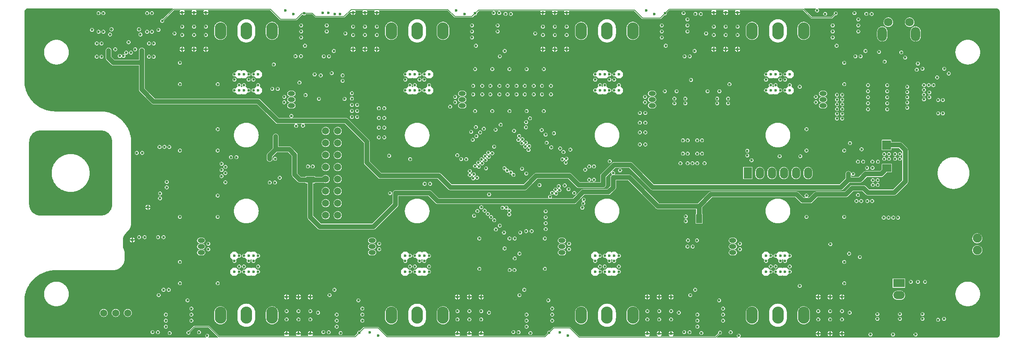
<source format=gbr>
%TF.GenerationSoftware,Altium Limited,Altium Designer,25.8.1 (18)*%
G04 Layer_Physical_Order=4*
G04 Layer_Color=16737945*
%FSLAX45Y45*%
%MOMM*%
%TF.SameCoordinates,304ADD41-B96C-4BE1-A440-764D1465AFBB*%
%TF.FilePolarity,Positive*%
%TF.FileFunction,Copper,L4,Inr,Signal*%
%TF.Part,Single*%
G01*
G75*
%TA.AperFunction,Conductor*%
%ADD12C,0.15000*%
%ADD63C,0.50000*%
%TA.AperFunction,ComponentPad*%
%ADD69O,1.52400X0.93980*%
%ADD71C,1.50000*%
%ADD72R,1.70000X2.40000*%
%ADD73R,2.40000X1.70000*%
%ADD74C,1.90000*%
%ADD75O,2.00000X3.00000*%
%ADD76C,1.80000*%
%ADD77O,2.40000X1.70000*%
%ADD78C,5.00000*%
%ADD79O,2.44000X3.60000*%
%ADD80O,1.70000X2.40000*%
%ADD81C,0.65000*%
%TA.AperFunction,ViaPad*%
%ADD82C,0.60000*%
%TA.AperFunction,Conductor*%
%ADD84C,1.00000*%
%ADD85R,19.00000X6.00000*%
G36*
X10221734Y3471648D02*
X10235295Y3466031D01*
X10247499Y3457876D01*
X10257877Y3447498D01*
X10266031Y3435294D01*
X10271648Y3421734D01*
X10274512Y3407338D01*
X10274512Y3399999D01*
X10274511Y-3400000D01*
X10274511Y-3407339D01*
X10271648Y-3421734D01*
X10266031Y-3435295D01*
X10257876Y-3447499D01*
X10247498Y-3457877D01*
X10235294Y-3466031D01*
X10221733Y-3471648D01*
X10207338Y-3474511D01*
X4797970D01*
X4795290Y-3464511D01*
X4797289Y-3463358D01*
X4801452Y-3460163D01*
X4805163Y-3456452D01*
X4808358Y-3452289D01*
X4810981Y-3447744D01*
X4812990Y-3442896D01*
X4814348Y-3437827D01*
X4815033Y-3432624D01*
Y-3427376D01*
X4814348Y-3422173D01*
X4812990Y-3417104D01*
X4810981Y-3412256D01*
X4808358Y-3407711D01*
X4805163Y-3403548D01*
X4801452Y-3399837D01*
X4797289Y-3396642D01*
X4792744Y-3394019D01*
X4787896Y-3392010D01*
X4782827Y-3390652D01*
X4777624Y-3389967D01*
X4772376D01*
X4767173Y-3390652D01*
X4762104Y-3392010D01*
X4757256Y-3394019D01*
X4752711Y-3396642D01*
X4748548Y-3399837D01*
X4744837Y-3403548D01*
X4741643Y-3407711D01*
X4739019Y-3412256D01*
X4737010Y-3417104D01*
X4735652Y-3422173D01*
X4734967Y-3427376D01*
Y-3432624D01*
X4735652Y-3437827D01*
X4737010Y-3442896D01*
X4739019Y-3447744D01*
X4741643Y-3452289D01*
X4744837Y-3456452D01*
X4748548Y-3460163D01*
X4752711Y-3463358D01*
X4754710Y-3464511D01*
X4752030Y-3474511D01*
X4312046D01*
X4307904Y-3464511D01*
X4366978Y-3405437D01*
X4367104Y-3405490D01*
X4372173Y-3406848D01*
X4377376Y-3407533D01*
X4382624D01*
X4387827Y-3406848D01*
X4392896Y-3405490D01*
X4397744Y-3403481D01*
X4402289Y-3400858D01*
X4406452Y-3397663D01*
X4410163Y-3393952D01*
X4413358Y-3389789D01*
X4415982Y-3385244D01*
X4417990Y-3380396D01*
X4419348Y-3375327D01*
X4420033Y-3370124D01*
Y-3364876D01*
X4419348Y-3359673D01*
X4417990Y-3354604D01*
X4415982Y-3349756D01*
X4413358Y-3345211D01*
X4410163Y-3341048D01*
X4406452Y-3337337D01*
X4402289Y-3334142D01*
X4397744Y-3331519D01*
X4392896Y-3329510D01*
X4387827Y-3328152D01*
X4382624Y-3327467D01*
X4377376D01*
X4372173Y-3328152D01*
X4367104Y-3329510D01*
X4362256Y-3331519D01*
X4357711Y-3334142D01*
X4353548Y-3337337D01*
X4349837Y-3341048D01*
X4346643Y-3345211D01*
X4344019Y-3349756D01*
X4342010Y-3354604D01*
X4340652Y-3359673D01*
X4339967Y-3364876D01*
Y-3370124D01*
X4340652Y-3375327D01*
X4342010Y-3380396D01*
X4342063Y-3380522D01*
X4280203Y-3442382D01*
X3386023D01*
X3382507Y-3433655D01*
X3382573Y-3432382D01*
X3386974Y-3428872D01*
X3391374Y-3424472D01*
X3395254Y-3419607D01*
X3398564Y-3414339D01*
X3401264Y-3408733D01*
X3403319Y-3402859D01*
X3403926Y-3400198D01*
X3296074D01*
X3296681Y-3402859D01*
X3298737Y-3408733D01*
X3301436Y-3414339D01*
X3304747Y-3419607D01*
X3308626Y-3424472D01*
X3313026Y-3428872D01*
X3317428Y-3432382D01*
X3317494Y-3433655D01*
X3313978Y-3442382D01*
X3136023D01*
X3132507Y-3433655D01*
X3132573Y-3432382D01*
X3136974Y-3428872D01*
X3141374Y-3424472D01*
X3145254Y-3419607D01*
X3148564Y-3414339D01*
X3151264Y-3408733D01*
X3153319Y-3402859D01*
X3153926Y-3400198D01*
X3046074D01*
X3046682Y-3402859D01*
X3048737Y-3408733D01*
X3051437Y-3414339D01*
X3054747Y-3419607D01*
X3058627Y-3424472D01*
X3063027Y-3428872D01*
X3067428Y-3432382D01*
X3067494Y-3433655D01*
X3063978Y-3442382D01*
X2886033D01*
X2882508Y-3433655D01*
X2882574Y-3432382D01*
X2886974Y-3428873D01*
X2891374Y-3424473D01*
X2895254Y-3419608D01*
X2898564Y-3414339D01*
X2901264Y-3408733D01*
X2903319Y-3402860D01*
X2903926Y-3400199D01*
X2796074D01*
X2796682Y-3402860D01*
X2798737Y-3408733D01*
X2801437Y-3414339D01*
X2804747Y-3419608D01*
X2808627Y-3424473D01*
X2813027Y-3428873D01*
X2817427Y-3432382D01*
X2817493Y-3433655D01*
X2813968Y-3442382D01*
X1417297D01*
X1227458Y-3252542D01*
X1224788Y-3250351D01*
X1221742Y-3248723D01*
X1218437Y-3247721D01*
X1215000Y-3247382D01*
X1214998Y-3247382D01*
X882503D01*
X882500Y-3247382D01*
X879063Y-3247721D01*
X875758Y-3248723D01*
X872712Y-3250351D01*
X870042Y-3252542D01*
X793022Y-3329563D01*
X792896Y-3329510D01*
X787827Y-3328152D01*
X782624Y-3327467D01*
X777376D01*
X772173Y-3328152D01*
X767104Y-3329510D01*
X762256Y-3331519D01*
X757711Y-3334142D01*
X753548Y-3337337D01*
X749837Y-3341048D01*
X746643Y-3345211D01*
X744019Y-3349756D01*
X742010Y-3354604D01*
X740652Y-3359673D01*
X739967Y-3364876D01*
Y-3370124D01*
X740652Y-3375327D01*
X742010Y-3380396D01*
X742063Y-3380522D01*
X687703Y-3434882D01*
X-604893D01*
X-609035Y-3424882D01*
X-608626Y-3424472D01*
X-604746Y-3419607D01*
X-601436Y-3414339D01*
X-598736Y-3408733D01*
X-596681Y-3402859D01*
X-596074Y-3400198D01*
X-703926D01*
X-703318Y-3402859D01*
X-701263Y-3408733D01*
X-698563Y-3414339D01*
X-695253Y-3419607D01*
X-691374Y-3424472D01*
X-690964Y-3424882D01*
X-695106Y-3434882D01*
X-854893D01*
X-859035Y-3424882D01*
X-858626Y-3424472D01*
X-854746Y-3419607D01*
X-851436Y-3414339D01*
X-848736Y-3408733D01*
X-846681Y-3402859D01*
X-846073Y-3400198D01*
X-953925D01*
X-953318Y-3402859D01*
X-951263Y-3408733D01*
X-948563Y-3414339D01*
X-945253Y-3419607D01*
X-941373Y-3424472D01*
X-940964Y-3424882D01*
X-945106Y-3434882D01*
X-1104892D01*
X-1109034Y-3424882D01*
X-1108626Y-3424473D01*
X-1104746Y-3419608D01*
X-1101436Y-3414339D01*
X-1098736Y-3408733D01*
X-1096681Y-3402860D01*
X-1096073Y-3400199D01*
X-1203925D01*
X-1203318Y-3402860D01*
X-1201263Y-3408733D01*
X-1198563Y-3414339D01*
X-1195253Y-3419608D01*
X-1191373Y-3424473D01*
X-1190965Y-3424882D01*
X-1195107Y-3434882D01*
X-2630203D01*
X-2812542Y-3252542D01*
X-2815212Y-3250351D01*
X-2818258Y-3248723D01*
X-2821563Y-3247721D01*
X-2825000Y-3247382D01*
X-2825002Y-3247382D01*
X-3117497D01*
X-3117500Y-3247382D01*
X-3120937Y-3247721D01*
X-3124242Y-3248723D01*
X-3127288Y-3250351D01*
X-3129958Y-3252542D01*
X-3206978Y-3329563D01*
X-3207104Y-3329510D01*
X-3212173Y-3328152D01*
X-3217376Y-3327467D01*
X-3222624D01*
X-3227827Y-3328152D01*
X-3232896Y-3329510D01*
X-3237744Y-3331519D01*
X-3242289Y-3334142D01*
X-3246452Y-3337337D01*
X-3250163Y-3341048D01*
X-3253357Y-3345211D01*
X-3255981Y-3349756D01*
X-3257990Y-3354604D01*
X-3259348Y-3359673D01*
X-3260033Y-3364876D01*
Y-3370124D01*
X-3259348Y-3375327D01*
X-3257990Y-3380396D01*
X-3257937Y-3380522D01*
X-3312297Y-3434882D01*
X-4204893D01*
X-4209036Y-3424882D01*
X-4208626Y-3424472D01*
X-4204746Y-3419607D01*
X-4201436Y-3414339D01*
X-4198736Y-3408733D01*
X-4196681Y-3402859D01*
X-4196074Y-3400198D01*
X-4303926D01*
X-4303319Y-3402859D01*
X-4301263Y-3408733D01*
X-4298564Y-3414339D01*
X-4295253Y-3419607D01*
X-4291374Y-3424472D01*
X-4290964Y-3424882D01*
X-4295106Y-3434882D01*
X-4454893D01*
X-4459035Y-3424882D01*
X-4458626Y-3424472D01*
X-4454746Y-3419607D01*
X-4451436Y-3414339D01*
X-4448736Y-3408733D01*
X-4446681Y-3402859D01*
X-4446074Y-3400198D01*
X-4553926D01*
X-4553318Y-3402859D01*
X-4551263Y-3408733D01*
X-4548563Y-3414339D01*
X-4545253Y-3419607D01*
X-4541373Y-3424472D01*
X-4540964Y-3424882D01*
X-4545106Y-3434882D01*
X-4704892D01*
X-4709035Y-3424882D01*
X-4708626Y-3424473D01*
X-4704746Y-3419608D01*
X-4701436Y-3414339D01*
X-4698736Y-3408733D01*
X-4696681Y-3402860D01*
X-4696074Y-3400199D01*
X-4803926D01*
X-4803318Y-3402860D01*
X-4801263Y-3408733D01*
X-4798563Y-3414339D01*
X-4795253Y-3419608D01*
X-4791373Y-3424473D01*
X-4790965Y-3424882D01*
X-4795107Y-3434882D01*
X-6170203D01*
X-6377042Y-3228042D01*
X-6379712Y-3225851D01*
X-6382758Y-3224223D01*
X-6386063Y-3223221D01*
X-6389500Y-3222882D01*
X-6389503Y-3222882D01*
X-6692997D01*
X-6693000Y-3222882D01*
X-6696437Y-3223221D01*
X-6699742Y-3224223D01*
X-6702788Y-3225851D01*
X-6705458Y-3228042D01*
X-6705459Y-3228044D01*
X-6806978Y-3329563D01*
X-6807104Y-3329510D01*
X-6812173Y-3328152D01*
X-6817376Y-3327467D01*
X-6822624D01*
X-6827827Y-3328152D01*
X-6832896Y-3329510D01*
X-6837744Y-3331519D01*
X-6842289Y-3334142D01*
X-6846452Y-3337337D01*
X-6850163Y-3341048D01*
X-6853357Y-3345211D01*
X-6855981Y-3349756D01*
X-6857990Y-3354604D01*
X-6859348Y-3359673D01*
X-6860033Y-3364876D01*
Y-3370124D01*
X-6859348Y-3375327D01*
X-6857990Y-3380396D01*
X-6855981Y-3385244D01*
X-6853357Y-3389789D01*
X-6850163Y-3393952D01*
X-6846452Y-3397663D01*
X-6842289Y-3400858D01*
X-6837744Y-3403481D01*
X-6832896Y-3405490D01*
X-6827827Y-3406848D01*
X-6822624Y-3407533D01*
X-6817376D01*
X-6812173Y-3406848D01*
X-6807104Y-3405490D01*
X-6802256Y-3403481D01*
X-6797711Y-3400858D01*
X-6793548Y-3397663D01*
X-6789837Y-3393952D01*
X-6786642Y-3389789D01*
X-6784018Y-3385244D01*
X-6782010Y-3380396D01*
X-6780652Y-3375327D01*
X-6779967Y-3370124D01*
Y-3364876D01*
X-6780652Y-3359673D01*
X-6782010Y-3354604D01*
X-6782062Y-3354478D01*
X-6685702Y-3258118D01*
X-6396798D01*
X-6190404Y-3464511D01*
X-6190512Y-3466241D01*
X-6194080Y-3474511D01*
X-6402030D01*
X-6404709Y-3464511D01*
X-6402711Y-3463358D01*
X-6398548Y-3460163D01*
X-6394837Y-3456452D01*
X-6391642Y-3452289D01*
X-6389018Y-3447744D01*
X-6387010Y-3442896D01*
X-6385652Y-3437827D01*
X-6384967Y-3432624D01*
Y-3427376D01*
X-6385652Y-3422173D01*
X-6387010Y-3417104D01*
X-6389018Y-3412256D01*
X-6391642Y-3407711D01*
X-6394837Y-3403548D01*
X-6398548Y-3399837D01*
X-6402711Y-3396642D01*
X-6407255Y-3394019D01*
X-6412104Y-3392010D01*
X-6417173Y-3390652D01*
X-6422376Y-3389967D01*
X-6427623D01*
X-6432826Y-3390652D01*
X-6437895Y-3392010D01*
X-6442744Y-3394019D01*
X-6447288Y-3396642D01*
X-6451452Y-3399837D01*
X-6455163Y-3403548D01*
X-6458357Y-3407711D01*
X-6460981Y-3412256D01*
X-6462989Y-3417104D01*
X-6464347Y-3422173D01*
X-6465033Y-3427376D01*
Y-3432624D01*
X-6464347Y-3437827D01*
X-6462989Y-3442896D01*
X-6460981Y-3447744D01*
X-6458357Y-3452289D01*
X-6455163Y-3456452D01*
X-6451452Y-3460163D01*
X-6447288Y-3463358D01*
X-6445290Y-3464511D01*
X-6447969Y-3474511D01*
X-10207339D01*
X-10221734Y-3471648D01*
X-10235295Y-3466031D01*
X-10247499Y-3457877D01*
X-10257877Y-3447498D01*
X-10266031Y-3435295D01*
X-10271648Y-3421734D01*
X-10274512Y-3407339D01*
Y-3400000D01*
Y-2677106D01*
X-10274217Y-2668106D01*
X-10272826Y-2646881D01*
X-10270741Y-2625714D01*
X-10267965Y-2604625D01*
X-10264500Y-2583639D01*
X-10260350Y-2562778D01*
X-10255520Y-2542063D01*
X-10250015Y-2521517D01*
X-10243841Y-2501163D01*
X-10237004Y-2481022D01*
X-10229511Y-2461115D01*
X-10221371Y-2441464D01*
X-10212593Y-2422089D01*
X-10203185Y-2403013D01*
X-10193159Y-2384254D01*
X-10182523Y-2365833D01*
X-10171291Y-2347771D01*
X-10159474Y-2330085D01*
X-10147085Y-2312796D01*
X-10134136Y-2295921D01*
X-10120643Y-2279479D01*
X-10106618Y-2263487D01*
X-10092078Y-2247962D01*
X-10077038Y-2232922D01*
X-10061513Y-2218382D01*
X-10045521Y-2204358D01*
X-10029079Y-2190864D01*
X-10012205Y-2177915D01*
X-9994915Y-2165526D01*
X-9977229Y-2153709D01*
X-9959167Y-2142477D01*
X-9940746Y-2131842D01*
X-9921988Y-2121815D01*
X-9902911Y-2112407D01*
X-9883536Y-2103629D01*
X-9863886Y-2095489D01*
X-9843979Y-2087997D01*
X-9823837Y-2081160D01*
X-9803483Y-2074985D01*
X-9782937Y-2069480D01*
X-9762223Y-2064650D01*
X-9741361Y-2060500D01*
X-9720375Y-2057036D01*
X-9699287Y-2054259D01*
X-9678119Y-2052174D01*
X-9656894Y-2050783D01*
X-9635635Y-2050087D01*
X-9625000Y-2050000D01*
Y-2050000D01*
X-8412501Y-2050000D01*
X-8405486D01*
X-8391480Y-2049213D01*
X-8377540Y-2047643D01*
X-8363709Y-2045293D01*
X-8350032Y-2042171D01*
X-8336552Y-2038287D01*
X-8323310Y-2033654D01*
X-8310350Y-2028286D01*
X-8297710Y-2022199D01*
X-8285432Y-2015413D01*
X-8273554Y-2007949D01*
X-8262113Y-1999831D01*
X-8251144Y-1991084D01*
X-8240684Y-1981736D01*
X-8230764Y-1971817D01*
X-8221416Y-1961357D01*
X-8212670Y-1950388D01*
X-8204552Y-1938947D01*
X-8197088Y-1927069D01*
X-8190302Y-1914791D01*
X-8184215Y-1902151D01*
X-8178847Y-1889191D01*
X-8174214Y-1875949D01*
X-8170330Y-1862469D01*
X-8167208Y-1848792D01*
X-8164858Y-1834961D01*
X-8163287Y-1821021D01*
X-8162501Y-1807014D01*
Y-1800000D01*
X-8162501D01*
X-8162501Y-1694370D01*
X-8163269Y-1680526D01*
X-8164804Y-1666746D01*
X-8167099Y-1653072D01*
X-8170149Y-1639547D01*
X-8173944Y-1626211D01*
X-8178472Y-1613106D01*
X-8182843Y-1602416D01*
X-8183719Y-1600272D01*
X-8186694Y-1594011D01*
X-8186694Y-1594011D01*
X-8186694Y-1594011D01*
X-8190337Y-1585520D01*
X-8191167Y-1583490D01*
X-8193656Y-1576285D01*
X-8195743Y-1568953D01*
X-8197420Y-1561517D01*
X-8198682Y-1553999D01*
X-8199525Y-1546423D01*
X-8199948Y-1538812D01*
X-8200001Y-1535000D01*
Y-1395000D01*
X-8199940Y-1390905D01*
X-8199452Y-1382727D01*
X-8198478Y-1374594D01*
X-8197021Y-1366533D01*
X-8195088Y-1358573D01*
X-8192683Y-1350742D01*
X-8189816Y-1343068D01*
X-8186498Y-1335579D01*
X-8182740Y-1328301D01*
X-8178554Y-1321259D01*
X-8173957Y-1314479D01*
X-8168964Y-1307985D01*
X-8166325Y-1304852D01*
X-8166325Y-1304852D01*
X-8086229Y-1212604D01*
X-8082566Y-1208386D01*
X-8075624Y-1199630D01*
X-8069081Y-1190572D01*
X-8062949Y-1181231D01*
X-8057239Y-1171626D01*
X-8051965Y-1161775D01*
X-8047137Y-1151698D01*
X-8042763Y-1141416D01*
X-8038853Y-1130949D01*
X-8035414Y-1120317D01*
X-8032454Y-1109543D01*
X-8029978Y-1098647D01*
X-8027991Y-1087651D01*
X-8026497Y-1076577D01*
X-8025500Y-1065448D01*
X-8025001Y-1054285D01*
X-8025001Y-1048698D01*
X-8025000Y-1048698D01*
X-8025000Y650000D01*
Y660636D01*
X-8025696Y681898D01*
X-8027087Y703126D01*
X-8029172Y724296D01*
X-8031949Y745387D01*
X-8035414Y766376D01*
X-8039565Y787241D01*
X-8044395Y807958D01*
X-8049901Y828506D01*
X-8056076Y848863D01*
X-8062914Y869008D01*
X-8070408Y888917D01*
X-8078548Y908571D01*
X-8087328Y927948D01*
X-8096737Y947027D01*
X-8106765Y965788D01*
X-8117402Y984211D01*
X-8128635Y1002277D01*
X-8140454Y1019964D01*
X-8152845Y1037256D01*
X-8165795Y1054133D01*
X-8179291Y1070578D01*
X-8193317Y1086572D01*
X-8207859Y1102098D01*
X-8222902Y1117141D01*
X-8238428Y1131683D01*
X-8254422Y1145709D01*
X-8270866Y1159204D01*
X-8287743Y1172155D01*
X-8305035Y1184546D01*
X-8322723Y1196364D01*
X-8340788Y1207598D01*
X-8359211Y1218235D01*
X-8377973Y1228263D01*
X-8397052Y1237672D01*
X-8416429Y1246451D01*
X-8436082Y1254592D01*
X-8455992Y1262085D01*
X-8476136Y1268923D01*
X-8496493Y1275099D01*
X-8517042Y1280604D01*
X-8537759Y1285435D01*
X-8558623Y1289585D01*
X-8579612Y1293050D01*
X-8600703Y1295827D01*
X-8621874Y1297913D01*
X-8643102Y1299304D01*
X-8664363Y1300000D01*
X-8675000D01*
X-9625000Y1300000D01*
X-9635635Y1300087D01*
X-9656894Y1300783D01*
X-9678119Y1302174D01*
X-9699287Y1304259D01*
X-9720375Y1307035D01*
X-9741361Y1310500D01*
X-9762223Y1314650D01*
X-9782937Y1319480D01*
X-9803483Y1324985D01*
X-9823837Y1331159D01*
X-9843979Y1337996D01*
X-9863886Y1345489D01*
X-9883536Y1353629D01*
X-9902911Y1362407D01*
X-9921988Y1371815D01*
X-9940746Y1381841D01*
X-9959167Y1392477D01*
X-9977229Y1403709D01*
X-9994915Y1415526D01*
X-10012205Y1427915D01*
X-10029079Y1440864D01*
X-10045521Y1454357D01*
X-10061513Y1468382D01*
X-10077038Y1482922D01*
X-10092078Y1497962D01*
X-10106618Y1513487D01*
X-10120643Y1529479D01*
X-10134136Y1545921D01*
X-10147085Y1562795D01*
X-10159474Y1580085D01*
X-10171291Y1597770D01*
X-10182523Y1615833D01*
X-10193159Y1634254D01*
X-10203185Y1653012D01*
X-10212593Y1672089D01*
X-10221371Y1691463D01*
X-10229511Y1711114D01*
X-10237004Y1731021D01*
X-10243841Y1751163D01*
X-10250015Y1771517D01*
X-10255520Y1792063D01*
X-10260350Y1812777D01*
X-10264500Y1833639D01*
X-10267965Y1854625D01*
X-10270741Y1875713D01*
X-10272826Y1896881D01*
X-10274217Y1918106D01*
X-10274512Y1927106D01*
Y3400000D01*
Y3407339D01*
X-10271648Y3421734D01*
X-10266031Y3435295D01*
X-10257877Y3447499D01*
X-10247498Y3457877D01*
X-10235295Y3466031D01*
X-10221734Y3471648D01*
X-10207339Y3474511D01*
X-7144079D01*
X-7140512Y3466241D01*
X-7140404Y3464511D01*
X-7356978Y3247937D01*
X-7357104Y3247990D01*
X-7362173Y3249348D01*
X-7367376Y3250033D01*
X-7372624D01*
X-7377827Y3249348D01*
X-7382896Y3247990D01*
X-7387744Y3245981D01*
X-7392289Y3243357D01*
X-7396452Y3240163D01*
X-7400163Y3236452D01*
X-7403358Y3232289D01*
X-7405981Y3227744D01*
X-7407990Y3222896D01*
X-7409348Y3217827D01*
X-7410033Y3212624D01*
Y3207376D01*
X-7409348Y3202173D01*
X-7407990Y3197104D01*
X-7405981Y3192256D01*
X-7403358Y3187711D01*
X-7400163Y3183548D01*
X-7396452Y3179837D01*
X-7392289Y3176642D01*
X-7387744Y3174019D01*
X-7382896Y3172010D01*
X-7377827Y3170652D01*
X-7372624Y3169967D01*
X-7367376D01*
X-7362173Y3170652D01*
X-7357104Y3172010D01*
X-7352256Y3174019D01*
X-7347711Y3176642D01*
X-7343548Y3179837D01*
X-7339837Y3183548D01*
X-7336642Y3187711D01*
X-7334019Y3192256D01*
X-7332010Y3197104D01*
X-7330652Y3202173D01*
X-7329967Y3207376D01*
Y3212624D01*
X-7330652Y3217827D01*
X-7332010Y3222896D01*
X-7332063Y3223022D01*
X-7120203Y3434882D01*
X-6995107D01*
X-6990964Y3424882D01*
X-6991374Y3424472D01*
X-6995253Y3419607D01*
X-6998564Y3414339D01*
X-7001264Y3408733D01*
X-7003319Y3402859D01*
X-7003926Y3400198D01*
X-6896074D01*
X-6896681Y3402859D01*
X-6898737Y3408733D01*
X-6901436Y3414339D01*
X-6904747Y3419607D01*
X-6908626Y3424472D01*
X-6909036Y3424882D01*
X-6904893Y3434882D01*
X-6745107D01*
X-6740965Y3424882D01*
X-6741374Y3424472D01*
X-6745254Y3419607D01*
X-6748564Y3414339D01*
X-6751264Y3408733D01*
X-6753319Y3402859D01*
X-6753926Y3400198D01*
X-6646074D01*
X-6646682Y3402859D01*
X-6648737Y3408733D01*
X-6651437Y3414339D01*
X-6654747Y3419607D01*
X-6658627Y3424472D01*
X-6659036Y3424882D01*
X-6654894Y3434882D01*
X-6495108D01*
X-6490965Y3424882D01*
X-6491374Y3424473D01*
X-6495254Y3419608D01*
X-6498564Y3414339D01*
X-6501264Y3408733D01*
X-6503319Y3402860D01*
X-6503926Y3400199D01*
X-6396074D01*
X-6396682Y3402860D01*
X-6398737Y3408733D01*
X-6401437Y3414339D01*
X-6404747Y3419608D01*
X-6408627Y3424473D01*
X-6409035Y3424882D01*
X-6404893Y3434882D01*
X-5099797D01*
X-4894959Y3230044D01*
X-4894958Y3230043D01*
X-4892288Y3227852D01*
X-4889242Y3226224D01*
X-4885937Y3225221D01*
X-4882500Y3224882D01*
X-4882498Y3224883D01*
X-4550003D01*
X-4550000Y3224882D01*
X-4546563Y3225221D01*
X-4543258Y3226224D01*
X-4540212Y3227852D01*
X-4537542Y3230043D01*
X-4423978Y3343606D01*
X-4420062Y3344198D01*
X-4411132Y3342311D01*
X-4410163Y3341048D01*
X-4406452Y3337337D01*
X-4402289Y3334142D01*
X-4397745Y3331519D01*
X-4392896Y3329510D01*
X-4387827Y3328152D01*
X-4382624Y3327467D01*
X-4377377D01*
X-4372174Y3328152D01*
X-4367105Y3329510D01*
X-4362256Y3331519D01*
X-4357712Y3334142D01*
X-4353548Y3337337D01*
X-4349837Y3341048D01*
X-4346643Y3345211D01*
X-4344019Y3349756D01*
X-4343967Y3349882D01*
X-4213932D01*
X-4151594Y3287544D01*
X-4151592Y3287542D01*
X-4148923Y3285351D01*
X-4145877Y3283723D01*
X-4142572Y3282721D01*
X-4139135Y3282382D01*
X-3540003D01*
X-3540000Y3282382D01*
X-3536563Y3282721D01*
X-3533258Y3283723D01*
X-3530212Y3285351D01*
X-3527542Y3287542D01*
X-3414462Y3400623D01*
X-3413395Y3400198D01*
X-3296074D01*
X-3296682Y3402859D01*
X-3298737Y3408733D01*
X-3301437Y3414339D01*
X-3304747Y3419607D01*
X-3306960Y3422382D01*
X-3304787Y3429346D01*
X-3302394Y3432382D01*
X-3147607D01*
X-3145214Y3429346D01*
X-3143041Y3422382D01*
X-3145254Y3419607D01*
X-3148564Y3414339D01*
X-3151264Y3408733D01*
X-3153319Y3402859D01*
X-3153927Y3400198D01*
X-3046075D01*
X-3046682Y3402859D01*
X-3048737Y3408733D01*
X-3051437Y3414339D01*
X-3054747Y3419607D01*
X-3056960Y3422382D01*
X-3054787Y3429346D01*
X-3052395Y3432382D01*
X-2897607D01*
X-2895216Y3429348D01*
X-2893042Y3422382D01*
X-2895254Y3419608D01*
X-2898564Y3414339D01*
X-2901264Y3408733D01*
X-2903319Y3402860D01*
X-2903927Y3400199D01*
X-2796075D01*
X-2796682Y3402860D01*
X-2798737Y3408733D01*
X-2801437Y3414339D01*
X-2804747Y3419608D01*
X-2806960Y3422382D01*
X-2804785Y3429348D01*
X-2802394Y3432382D01*
X-1359798D01*
X-1214959Y3287544D01*
X-1214958Y3287542D01*
X-1212288Y3285351D01*
X-1209242Y3283723D01*
X-1205937Y3282721D01*
X-1202500Y3282382D01*
X-847503D01*
X-847500Y3282382D01*
X-844063Y3282721D01*
X-840758Y3283723D01*
X-837712Y3285351D01*
X-835043Y3287542D01*
X-793023Y3329563D01*
X-792896Y3329510D01*
X-787827Y3328152D01*
X-782624Y3327467D01*
X-777376D01*
X-772173Y3328152D01*
X-767104Y3329510D01*
X-762256Y3331519D01*
X-757711Y3334142D01*
X-753548Y3337337D01*
X-749837Y3341048D01*
X-746643Y3345211D01*
X-744019Y3349756D01*
X-742010Y3354604D01*
X-740652Y3359673D01*
X-739967Y3364876D01*
Y3370124D01*
X-740652Y3375327D01*
X-742010Y3380396D01*
X-742063Y3380522D01*
X-700203Y3422382D01*
X-403332D01*
X-400396Y3412990D01*
X-405244Y3410981D01*
X-409789Y3408358D01*
X-413952Y3405163D01*
X-417663Y3401452D01*
X-420858Y3397289D01*
X-423482Y3392744D01*
X-425490Y3387896D01*
X-426848Y3382827D01*
X-427533Y3377624D01*
Y3372376D01*
X-426848Y3367173D01*
X-425490Y3362104D01*
X-423482Y3357256D01*
X-420858Y3352711D01*
X-417663Y3348548D01*
X-413952Y3344837D01*
X-409789Y3341643D01*
X-405244Y3339019D01*
X-400396Y3337010D01*
X-395327Y3335652D01*
X-390124Y3334967D01*
X-384876D01*
X-379673Y3335652D01*
X-374604Y3337010D01*
X-369756Y3339019D01*
X-365211Y3341643D01*
X-361048Y3344837D01*
X-357337Y3348548D01*
X-354143Y3352711D01*
X-351519Y3357256D01*
X-349510Y3362104D01*
X-348152Y3367173D01*
X-347467Y3372376D01*
Y3377624D01*
X-348152Y3382827D01*
X-349510Y3387896D01*
X-351519Y3392744D01*
X-354143Y3397289D01*
X-357337Y3401452D01*
X-361048Y3405163D01*
X-365211Y3408358D01*
X-369756Y3410981D01*
X-374604Y3412990D01*
X-371668Y3422382D01*
X-288332D01*
X-285397Y3412990D01*
X-290245Y3410981D01*
X-294789Y3408358D01*
X-298953Y3405163D01*
X-302664Y3401452D01*
X-305858Y3397289D01*
X-308482Y3392744D01*
X-310490Y3387896D01*
X-311848Y3382827D01*
X-312534Y3377624D01*
Y3372376D01*
X-311848Y3367173D01*
X-310490Y3362104D01*
X-308482Y3357256D01*
X-305858Y3352711D01*
X-302664Y3348548D01*
X-298953Y3344837D01*
X-294789Y3341643D01*
X-290245Y3339019D01*
X-285396Y3337010D01*
X-280327Y3335652D01*
X-275124Y3334967D01*
X-269877D01*
X-264674Y3335652D01*
X-259605Y3337010D01*
X-254756Y3339019D01*
X-250212Y3341643D01*
X-246049Y3344837D01*
X-242338Y3348548D01*
X-239143Y3352711D01*
X-236519Y3357256D01*
X-234511Y3362104D01*
X-233153Y3367173D01*
X-232468Y3372376D01*
Y3377624D01*
X-233153Y3382827D01*
X-234511Y3387896D01*
X-236519Y3392744D01*
X-239143Y3397289D01*
X-242338Y3401452D01*
X-246049Y3405163D01*
X-250212Y3408358D01*
X-254756Y3410981D01*
X-259605Y3412990D01*
X-256669Y3422382D01*
X594680D01*
X598229Y3418156D01*
X600494Y3412382D01*
X598736Y3408733D01*
X596681Y3402859D01*
X596074Y3400198D01*
X703926D01*
X703319Y3402859D01*
X701264Y3408733D01*
X699506Y3412382D01*
X701771Y3418156D01*
X705320Y3422382D01*
X844680D01*
X848229Y3418156D01*
X850494Y3412382D01*
X848736Y3408733D01*
X846681Y3402859D01*
X846074Y3400198D01*
X953926D01*
X953318Y3402859D01*
X951263Y3408733D01*
X949506Y3412382D01*
X951770Y3418156D01*
X955320Y3422382D01*
X1094679D01*
X1098228Y3418158D01*
X1100493Y3412382D01*
X1098736Y3408733D01*
X1096681Y3402860D01*
X1096074Y3400199D01*
X1203926D01*
X1203318Y3402860D01*
X1201263Y3408733D01*
X1199506Y3412382D01*
X1201772Y3418158D01*
X1205320Y3422382D01*
X2572702D01*
X2737041Y3258044D01*
X2737042Y3258042D01*
X2739712Y3255851D01*
X2742758Y3254223D01*
X2746063Y3253221D01*
X2749500Y3252882D01*
X3122997D01*
X3123000Y3252882D01*
X3126437Y3253221D01*
X3129742Y3254223D01*
X3132788Y3255851D01*
X3135458Y3258042D01*
X3206978Y3329563D01*
X3207104Y3329510D01*
X3212173Y3328152D01*
X3217376Y3327467D01*
X3222624D01*
X3227827Y3328152D01*
X3232896Y3329510D01*
X3237744Y3331519D01*
X3242289Y3334142D01*
X3246452Y3337337D01*
X3250163Y3341048D01*
X3253357Y3345211D01*
X3255981Y3349756D01*
X3257990Y3354604D01*
X3259348Y3359673D01*
X3260033Y3364876D01*
Y3370124D01*
X3259348Y3375327D01*
X3257990Y3380396D01*
X3257937Y3380522D01*
X3312297Y3434882D01*
X4204893D01*
X4209035Y3424882D01*
X4208626Y3424472D01*
X4204746Y3419607D01*
X4201436Y3414339D01*
X4198736Y3408733D01*
X4196681Y3402859D01*
X4196074Y3400198D01*
X4303926D01*
X4303318Y3402859D01*
X4301263Y3408733D01*
X4298563Y3414339D01*
X4295253Y3419607D01*
X4291373Y3424472D01*
X4290964Y3424882D01*
X4295106Y3434882D01*
X4454893D01*
X4459035Y3424882D01*
X4458626Y3424472D01*
X4454746Y3419607D01*
X4451436Y3414339D01*
X4448736Y3408733D01*
X4446681Y3402859D01*
X4446073Y3400198D01*
X4553925D01*
X4553318Y3402859D01*
X4551263Y3408733D01*
X4548563Y3414339D01*
X4545253Y3419607D01*
X4541373Y3424472D01*
X4540964Y3424882D01*
X4545106Y3434882D01*
X4704892D01*
X4709034Y3424882D01*
X4708626Y3424473D01*
X4704746Y3419608D01*
X4701436Y3414339D01*
X4698736Y3408733D01*
X4696681Y3402860D01*
X4696073Y3400199D01*
X4803925D01*
X4803318Y3402860D01*
X4801263Y3408733D01*
X4798563Y3414339D01*
X4795253Y3419608D01*
X4791373Y3424473D01*
X4790965Y3424882D01*
X4795107Y3434882D01*
X6130203D01*
X6297541Y3267544D01*
X6297542Y3267542D01*
X6300212Y3265351D01*
X6303258Y3263723D01*
X6306563Y3262721D01*
X6310000Y3262382D01*
X6732497D01*
X6732500Y3262382D01*
X6735937Y3262721D01*
X6739242Y3263723D01*
X6742288Y3265351D01*
X6744958Y3267542D01*
X6806977Y3329563D01*
X6807104Y3329510D01*
X6812173Y3328152D01*
X6817376Y3327467D01*
X6822624D01*
X6827827Y3328152D01*
X6832896Y3329510D01*
X6837744Y3331519D01*
X6842289Y3334142D01*
X6846452Y3337337D01*
X6850163Y3341048D01*
X6853357Y3345211D01*
X6855981Y3349756D01*
X6857990Y3354604D01*
X6859348Y3359673D01*
X6860033Y3364876D01*
Y3370124D01*
X6859348Y3375327D01*
X6857990Y3380396D01*
X6855981Y3385244D01*
X6853357Y3389789D01*
X6850163Y3393952D01*
X6846452Y3397663D01*
X6842289Y3400858D01*
X6837744Y3403481D01*
X6832896Y3405490D01*
X6827827Y3406848D01*
X6822624Y3407533D01*
X6817376D01*
X6812173Y3406848D01*
X6807104Y3405490D01*
X6802256Y3403481D01*
X6797711Y3400858D01*
X6793548Y3397663D01*
X6789837Y3393952D01*
X6786642Y3389789D01*
X6784018Y3385244D01*
X6782010Y3380396D01*
X6780652Y3375327D01*
X6779967Y3370124D01*
Y3364876D01*
X6780652Y3359673D01*
X6782010Y3354604D01*
X6782062Y3354478D01*
X6725202Y3297618D01*
X6317297D01*
X6150404Y3464511D01*
X6150513Y3466243D01*
X6154079Y3474511D01*
X6402030D01*
X6404709Y3464511D01*
X6402711Y3463358D01*
X6398548Y3460163D01*
X6394837Y3456452D01*
X6391642Y3452289D01*
X6389018Y3447744D01*
X6387010Y3442896D01*
X6385652Y3437827D01*
X6384967Y3432624D01*
Y3427376D01*
X6385652Y3422173D01*
X6387010Y3417104D01*
X6389018Y3412256D01*
X6391642Y3407711D01*
X6394837Y3403548D01*
X6398548Y3399837D01*
X6402711Y3396642D01*
X6407255Y3394019D01*
X6412104Y3392010D01*
X6417173Y3390652D01*
X6422376Y3389967D01*
X6427623D01*
X6432826Y3390652D01*
X6437895Y3392010D01*
X6442744Y3394019D01*
X6447288Y3396642D01*
X6451452Y3399837D01*
X6455163Y3403548D01*
X6458357Y3407711D01*
X6460981Y3412256D01*
X6462989Y3417104D01*
X6464347Y3422173D01*
X6465033Y3427376D01*
Y3432624D01*
X6464347Y3437827D01*
X6462989Y3442896D01*
X6460981Y3447744D01*
X6458357Y3452289D01*
X6455163Y3456452D01*
X6451452Y3460163D01*
X6447288Y3463358D01*
X6445290Y3464511D01*
X6447969Y3474511D01*
X10207339D01*
X10221734Y3471648D01*
D02*
G37*
G36*
X-8653979Y899213D02*
X-8640039Y897643D01*
X-8626209Y895293D01*
X-8612532Y892171D01*
X-8599051Y888287D01*
X-8585810Y883654D01*
X-8572849Y878286D01*
X-8560210Y872199D01*
X-8547932Y865413D01*
X-8536053Y857949D01*
X-8524612Y849831D01*
X-8513644Y841084D01*
X-8503183Y831736D01*
X-8493264Y821817D01*
X-8483916Y811356D01*
X-8475169Y800388D01*
X-8467051Y788947D01*
X-8459587Y777069D01*
X-8452801Y764790D01*
X-8446715Y752151D01*
X-8441346Y739190D01*
X-8436713Y725949D01*
X-8432829Y712468D01*
X-8429708Y698792D01*
X-8427358Y684961D01*
X-8425787Y671021D01*
X-8425000Y657014D01*
Y650000D01*
Y0D01*
Y-100000D01*
Y-650000D01*
Y-657014D01*
X-8425787Y-671021D01*
X-8427358Y-684962D01*
X-8429708Y-698792D01*
X-8432829Y-712469D01*
X-8436713Y-725949D01*
X-8441346Y-739191D01*
X-8446715Y-752151D01*
X-8452801Y-764791D01*
X-8459587Y-777069D01*
X-8467051Y-788947D01*
X-8475169Y-800389D01*
X-8483916Y-811357D01*
X-8493264Y-821817D01*
X-8503183Y-831737D01*
X-8513644Y-841085D01*
X-8524612Y-849831D01*
X-8536053Y-857949D01*
X-8547932Y-865413D01*
X-8560210Y-872199D01*
X-8572849Y-878286D01*
X-8585810Y-883654D01*
X-8599051Y-888288D01*
X-8612532Y-892171D01*
X-8626209Y-895293D01*
X-8640039Y-897643D01*
X-8653979Y-899214D01*
X-8667986Y-900000D01*
X-9932015D01*
X-9946021Y-899214D01*
X-9959962Y-897643D01*
X-9973792Y-895293D01*
X-9987469Y-892171D01*
X-10000950Y-888288D01*
X-10014191Y-883654D01*
X-10027152Y-878286D01*
X-10039791Y-872199D01*
X-10052069Y-865413D01*
X-10063948Y-857949D01*
X-10075389Y-849831D01*
X-10086357Y-841085D01*
X-10096817Y-831737D01*
X-10106737Y-821817D01*
X-10116085Y-811357D01*
X-10124832Y-800389D01*
X-10132950Y-788947D01*
X-10140413Y-777069D01*
X-10147199Y-764791D01*
X-10153286Y-752151D01*
X-10158655Y-739191D01*
X-10163288Y-725949D01*
X-10167171Y-712469D01*
X-10170293Y-698792D01*
X-10172643Y-684962D01*
X-10174214Y-671021D01*
X-10175000Y-657014D01*
Y-650000D01*
Y-100000D01*
Y0D01*
Y650000D01*
Y657014D01*
X-10174214Y671021D01*
X-10172643Y684961D01*
X-10170293Y698792D01*
X-10167171Y712468D01*
X-10163288Y725949D01*
X-10158655Y739190D01*
X-10153286Y752151D01*
X-10147199Y764790D01*
X-10140413Y777069D01*
X-10132950Y788947D01*
X-10124832Y800388D01*
X-10116085Y811356D01*
X-10106737Y821817D01*
X-10096817Y831736D01*
X-10086357Y841084D01*
X-10075389Y849831D01*
X-10063948Y857949D01*
X-10052069Y865413D01*
X-10039791Y872199D01*
X-10027152Y878286D01*
X-10014191Y883654D01*
X-10000950Y888287D01*
X-9987469Y892171D01*
X-9973792Y895293D01*
X-9959962Y897643D01*
X-9946021Y899213D01*
X-9932015Y900000D01*
X-8667986D01*
X-8653979Y899213D01*
D02*
G37*
%LPC*%
G36*
X7215123Y3415033D02*
X7209876D01*
X7204673Y3414348D01*
X7199604Y3412990D01*
X7194755Y3410981D01*
X7190211Y3408358D01*
X7186048Y3405163D01*
X7182337Y3401452D01*
X7179142Y3397289D01*
X7176518Y3392744D01*
X7174510Y3387896D01*
X7173152Y3382827D01*
X7172467Y3377624D01*
Y3372376D01*
X7173152Y3367173D01*
X7174510Y3362104D01*
X7176518Y3357256D01*
X7179142Y3352711D01*
X7182337Y3348548D01*
X7186048Y3344837D01*
X7190211Y3341643D01*
X7194755Y3339019D01*
X7199604Y3337010D01*
X7204673Y3335652D01*
X7209876Y3334967D01*
X7215123D01*
X7220326Y3335652D01*
X7225396Y3337010D01*
X7230244Y3339019D01*
X7234788Y3341643D01*
X7238952Y3344837D01*
X7242663Y3348548D01*
X7245857Y3352711D01*
X7248481Y3357256D01*
X7250489Y3362104D01*
X7251848Y3367173D01*
X7252533Y3372376D01*
Y3377624D01*
X7251848Y3382827D01*
X7250489Y3387896D01*
X7248481Y3392744D01*
X7245857Y3397289D01*
X7242663Y3401452D01*
X7238952Y3405163D01*
X7234788Y3408358D01*
X7230244Y3410981D01*
X7225396Y3412990D01*
X7220326Y3414348D01*
X7215123Y3415033D01*
D02*
G37*
G36*
X3615124D02*
X3609876D01*
X3604673Y3414348D01*
X3599604Y3412990D01*
X3594756Y3410981D01*
X3590211Y3408358D01*
X3586048Y3405163D01*
X3582337Y3401452D01*
X3579142Y3397289D01*
X3576519Y3392744D01*
X3574510Y3387896D01*
X3573152Y3382827D01*
X3572467Y3377624D01*
Y3372376D01*
X3573152Y3367173D01*
X3574510Y3362104D01*
X3576519Y3357256D01*
X3579142Y3352711D01*
X3582337Y3348548D01*
X3586048Y3344837D01*
X3590211Y3341643D01*
X3594756Y3339019D01*
X3599604Y3337010D01*
X3604673Y3335652D01*
X3609876Y3334967D01*
X3615124D01*
X3620327Y3335652D01*
X3625396Y3337010D01*
X3630244Y3339019D01*
X3634789Y3341643D01*
X3638952Y3344837D01*
X3642663Y3348548D01*
X3645858Y3352711D01*
X3648481Y3357256D01*
X3650490Y3362104D01*
X3651848Y3367173D01*
X3652533Y3372376D01*
Y3377624D01*
X3651848Y3382827D01*
X3650490Y3387896D01*
X3648481Y3392744D01*
X3645858Y3397289D01*
X3642663Y3401452D01*
X3638952Y3405163D01*
X3634789Y3408358D01*
X3630244Y3410981D01*
X3625396Y3412990D01*
X3620327Y3414348D01*
X3615124Y3415033D01*
D02*
G37*
G36*
X4803925Y3374799D02*
X4762699D01*
Y3333573D01*
X4765360Y3334181D01*
X4771234Y3336236D01*
X4776840Y3338935D01*
X4782108Y3342246D01*
X4786973Y3346125D01*
X4791373Y3350525D01*
X4795253Y3355390D01*
X4798563Y3360659D01*
X4801263Y3366265D01*
X4803318Y3372138D01*
X4803925Y3374799D01*
D02*
G37*
G36*
X4737299D02*
X4696073D01*
X4696681Y3372138D01*
X4698736Y3366265D01*
X4701436Y3360659D01*
X4704746Y3355390D01*
X4708626Y3350525D01*
X4713026Y3346125D01*
X4717890Y3342246D01*
X4723159Y3338935D01*
X4728765Y3336236D01*
X4734638Y3334181D01*
X4737299Y3333573D01*
Y3374799D01*
D02*
G37*
G36*
X1203926D02*
X1162700D01*
Y3333573D01*
X1165361Y3334181D01*
X1171234Y3336236D01*
X1176840Y3338935D01*
X1182109Y3342246D01*
X1186973Y3346125D01*
X1191374Y3350525D01*
X1195253Y3355390D01*
X1198564Y3360659D01*
X1201263Y3366265D01*
X1203318Y3372138D01*
X1203926Y3374799D01*
D02*
G37*
G36*
X1137300D02*
X1096074D01*
X1096681Y3372138D01*
X1098736Y3366265D01*
X1101436Y3360659D01*
X1104746Y3355390D01*
X1108626Y3350525D01*
X1113026Y3346125D01*
X1117891Y3342246D01*
X1123160Y3338935D01*
X1128766Y3336236D01*
X1134639Y3334181D01*
X1137300Y3333573D01*
Y3374799D01*
D02*
G37*
G36*
X-2796075D02*
X-2837301D01*
Y3333573D01*
X-2834640Y3334181D01*
X-2828767Y3336236D01*
X-2823160Y3338935D01*
X-2817892Y3342246D01*
X-2813027Y3346125D01*
X-2808627Y3350525D01*
X-2804747Y3355390D01*
X-2801437Y3360659D01*
X-2798737Y3366265D01*
X-2796682Y3372138D01*
X-2796075Y3374799D01*
D02*
G37*
G36*
X-2862701D02*
X-2903927D01*
X-2903319Y3372138D01*
X-2901264Y3366265D01*
X-2898564Y3360659D01*
X-2895254Y3355390D01*
X-2891374Y3350525D01*
X-2886974Y3346125D01*
X-2882110Y3342246D01*
X-2876841Y3338935D01*
X-2871235Y3336236D01*
X-2865362Y3334181D01*
X-2862701Y3333573D01*
Y3374799D01*
D02*
G37*
G36*
X-6396074D02*
X-6437300D01*
Y3333573D01*
X-6434639Y3334181D01*
X-6428766Y3336236D01*
X-6423160Y3338935D01*
X-6417891Y3342246D01*
X-6413027Y3346125D01*
X-6408627Y3350525D01*
X-6404747Y3355390D01*
X-6401437Y3360659D01*
X-6398737Y3366265D01*
X-6396682Y3372138D01*
X-6396074Y3374799D01*
D02*
G37*
G36*
X-6462700D02*
X-6503926D01*
X-6503319Y3372138D01*
X-6501264Y3366265D01*
X-6498564Y3360659D01*
X-6495254Y3355390D01*
X-6491374Y3350525D01*
X-6486974Y3346125D01*
X-6482109Y3342246D01*
X-6476840Y3338935D01*
X-6471234Y3336236D01*
X-6465361Y3334181D01*
X-6462700Y3333573D01*
Y3374799D01*
D02*
G37*
G36*
X4553925Y3374798D02*
X4512699D01*
Y3333572D01*
X4515360Y3334180D01*
X4521234Y3336235D01*
X4526840Y3338935D01*
X4532108Y3342245D01*
X4536973Y3346125D01*
X4541373Y3350525D01*
X4545253Y3355390D01*
X4548563Y3360658D01*
X4551263Y3366264D01*
X4553318Y3372138D01*
X4553925Y3374798D01*
D02*
G37*
G36*
X4487299D02*
X4446073D01*
X4446681Y3372138D01*
X4448736Y3366264D01*
X4451436Y3360658D01*
X4454746Y3355390D01*
X4458626Y3350525D01*
X4463026Y3346125D01*
X4467890Y3342245D01*
X4473159Y3338935D01*
X4478765Y3336235D01*
X4484638Y3334180D01*
X4487299Y3333572D01*
Y3374798D01*
D02*
G37*
G36*
X4303926D02*
X4262700D01*
Y3333572D01*
X4265361Y3334180D01*
X4271234Y3336235D01*
X4276840Y3338935D01*
X4282109Y3342245D01*
X4286973Y3346125D01*
X4291373Y3350525D01*
X4295253Y3355390D01*
X4298563Y3360658D01*
X4301263Y3366264D01*
X4303318Y3372138D01*
X4303926Y3374798D01*
D02*
G37*
G36*
X4237300D02*
X4196074D01*
X4196681Y3372138D01*
X4198736Y3366264D01*
X4201436Y3360658D01*
X4204746Y3355390D01*
X4208626Y3350525D01*
X4213026Y3346125D01*
X4217891Y3342245D01*
X4223159Y3338935D01*
X4228765Y3336235D01*
X4234639Y3334180D01*
X4237300Y3333572D01*
Y3374798D01*
D02*
G37*
G36*
X953926D02*
X912700D01*
Y3333572D01*
X915361Y3334180D01*
X921234Y3336235D01*
X926840Y3338935D01*
X932109Y3342245D01*
X936973Y3346125D01*
X941374Y3350525D01*
X945253Y3355390D01*
X948564Y3360658D01*
X951263Y3366264D01*
X953318Y3372138D01*
X953926Y3374798D01*
D02*
G37*
G36*
X887300D02*
X846074D01*
X846681Y3372138D01*
X848736Y3366264D01*
X851436Y3360658D01*
X854746Y3355390D01*
X858626Y3350525D01*
X863026Y3346125D01*
X867891Y3342245D01*
X873160Y3338935D01*
X878766Y3336235D01*
X884639Y3334180D01*
X887300Y3333572D01*
Y3374798D01*
D02*
G37*
G36*
X703926D02*
X662700D01*
Y3333572D01*
X665361Y3334180D01*
X671234Y3336235D01*
X676840Y3338935D01*
X682109Y3342245D01*
X686974Y3346125D01*
X691374Y3350525D01*
X695253Y3355390D01*
X698564Y3360658D01*
X701264Y3366264D01*
X703319Y3372138D01*
X703926Y3374798D01*
D02*
G37*
G36*
X637300D02*
X596074D01*
X596681Y3372138D01*
X598736Y3366264D01*
X601436Y3360658D01*
X604747Y3355390D01*
X608626Y3350525D01*
X613026Y3346125D01*
X617891Y3342245D01*
X623160Y3338935D01*
X628766Y3336235D01*
X634639Y3334180D01*
X637300Y3333572D01*
Y3374798D01*
D02*
G37*
G36*
X-3046075D02*
X-3087301D01*
Y3333572D01*
X-3084640Y3334180D01*
X-3078767Y3336235D01*
X-3073160Y3338935D01*
X-3067892Y3342245D01*
X-3063027Y3346125D01*
X-3058627Y3350525D01*
X-3054747Y3355390D01*
X-3051437Y3360658D01*
X-3048737Y3366264D01*
X-3046682Y3372138D01*
X-3046075Y3374798D01*
D02*
G37*
G36*
X-3112701D02*
X-3153927D01*
X-3153319Y3372138D01*
X-3151264Y3366264D01*
X-3148564Y3360658D01*
X-3145254Y3355390D01*
X-3141374Y3350525D01*
X-3136974Y3346125D01*
X-3132110Y3342245D01*
X-3126841Y3338935D01*
X-3121235Y3336235D01*
X-3115362Y3334180D01*
X-3112701Y3333572D01*
Y3374798D01*
D02*
G37*
G36*
X-3296074D02*
X-3337300D01*
Y3333572D01*
X-3334640Y3334180D01*
X-3328766Y3336235D01*
X-3323160Y3338935D01*
X-3317892Y3342245D01*
X-3313027Y3346125D01*
X-3308627Y3350525D01*
X-3304747Y3355390D01*
X-3301437Y3360658D01*
X-3298737Y3366264D01*
X-3296682Y3372138D01*
X-3296074Y3374798D01*
D02*
G37*
G36*
X-3362700D02*
X-3403926D01*
X-3403319Y3372138D01*
X-3401264Y3366264D01*
X-3398564Y3360658D01*
X-3395254Y3355390D01*
X-3391374Y3350525D01*
X-3386974Y3346125D01*
X-3382109Y3342245D01*
X-3376841Y3338935D01*
X-3371235Y3336235D01*
X-3365361Y3334180D01*
X-3362700Y3333572D01*
Y3374798D01*
D02*
G37*
G36*
X-6646074D02*
X-6687300D01*
Y3333572D01*
X-6684639Y3334180D01*
X-6678766Y3336235D01*
X-6673160Y3338935D01*
X-6667891Y3342245D01*
X-6663027Y3346125D01*
X-6658627Y3350525D01*
X-6654747Y3355390D01*
X-6651437Y3360658D01*
X-6648737Y3366264D01*
X-6646682Y3372138D01*
X-6646074Y3374798D01*
D02*
G37*
G36*
X-6712700D02*
X-6753926D01*
X-6753319Y3372138D01*
X-6751264Y3366264D01*
X-6748564Y3360658D01*
X-6745254Y3355390D01*
X-6741374Y3350525D01*
X-6736974Y3346125D01*
X-6732109Y3342245D01*
X-6726840Y3338935D01*
X-6721234Y3336235D01*
X-6715361Y3334180D01*
X-6712700Y3333572D01*
Y3374798D01*
D02*
G37*
G36*
X-6896074D02*
X-6937300D01*
Y3333572D01*
X-6934639Y3334180D01*
X-6928766Y3336235D01*
X-6923160Y3338935D01*
X-6917891Y3342245D01*
X-6913026Y3346125D01*
X-6908626Y3350525D01*
X-6904747Y3355390D01*
X-6901436Y3360658D01*
X-6898737Y3366264D01*
X-6896681Y3372138D01*
X-6896074Y3374798D01*
D02*
G37*
G36*
X-6962700D02*
X-7003926D01*
X-7003319Y3372138D01*
X-7001264Y3366264D01*
X-6998564Y3360658D01*
X-6995253Y3355390D01*
X-6991374Y3350525D01*
X-6986974Y3346125D01*
X-6982109Y3342245D01*
X-6976840Y3338935D01*
X-6971234Y3336235D01*
X-6965361Y3334180D01*
X-6962700Y3333572D01*
Y3374798D01*
D02*
G37*
G36*
X-7586376Y3413433D02*
X-7591624D01*
X-7596827Y3412748D01*
X-7601896Y3411390D01*
X-7606745Y3409381D01*
X-7611289Y3406757D01*
X-7615452Y3403563D01*
X-7619163Y3399852D01*
X-7622358Y3395689D01*
X-7624982Y3391144D01*
X-7626990Y3386296D01*
X-7628348Y3381227D01*
X-7629033Y3376024D01*
Y3370776D01*
X-7628348Y3365573D01*
X-7626990Y3360504D01*
X-7624982Y3355656D01*
X-7622358Y3351111D01*
X-7619163Y3346948D01*
X-7615452Y3343237D01*
X-7611289Y3340042D01*
X-7606745Y3337419D01*
X-7601896Y3335410D01*
X-7596827Y3334052D01*
X-7591624Y3333367D01*
X-7586376D01*
X-7581174Y3334052D01*
X-7576104Y3335410D01*
X-7571256Y3337419D01*
X-7566712Y3340042D01*
X-7562548Y3343237D01*
X-7558837Y3346948D01*
X-7555643Y3351111D01*
X-7553019Y3355656D01*
X-7551011Y3360504D01*
X-7549652Y3365573D01*
X-7548967Y3370776D01*
Y3376024D01*
X-7549652Y3381227D01*
X-7551011Y3386296D01*
X-7553019Y3391144D01*
X-7555643Y3395689D01*
X-7558837Y3399852D01*
X-7562548Y3403563D01*
X-7566712Y3406757D01*
X-7571256Y3409381D01*
X-7576104Y3411390D01*
X-7581174Y3412748D01*
X-7586376Y3413433D01*
D02*
G37*
G36*
X-7686376D02*
X-7691624D01*
X-7696827Y3412748D01*
X-7701896Y3411390D01*
X-7706744Y3409381D01*
X-7711289Y3406757D01*
X-7715452Y3403563D01*
X-7719163Y3399852D01*
X-7722358Y3395689D01*
X-7724982Y3391144D01*
X-7726990Y3386296D01*
X-7728348Y3381227D01*
X-7729033Y3376024D01*
Y3370776D01*
X-7728348Y3365573D01*
X-7726990Y3360504D01*
X-7724982Y3355656D01*
X-7722358Y3351111D01*
X-7719163Y3346948D01*
X-7715452Y3343237D01*
X-7711289Y3340042D01*
X-7706744Y3337419D01*
X-7701896Y3335410D01*
X-7696827Y3334052D01*
X-7691624Y3333367D01*
X-7686376D01*
X-7681173Y3334052D01*
X-7676104Y3335410D01*
X-7671256Y3337419D01*
X-7666711Y3340042D01*
X-7662548Y3343237D01*
X-7658837Y3346948D01*
X-7655643Y3351111D01*
X-7653019Y3355656D01*
X-7651010Y3360504D01*
X-7649652Y3365573D01*
X-7648967Y3370776D01*
Y3376024D01*
X-7649652Y3381227D01*
X-7651010Y3386296D01*
X-7653019Y3391144D01*
X-7655643Y3395689D01*
X-7658837Y3399852D01*
X-7662548Y3403563D01*
X-7666711Y3406757D01*
X-7671256Y3409381D01*
X-7676104Y3411390D01*
X-7681173Y3412748D01*
X-7686376Y3413433D01*
D02*
G37*
G36*
X-8608376D02*
X-8613624D01*
X-8618827Y3412748D01*
X-8623896Y3411390D01*
X-8628744Y3409381D01*
X-8633289Y3406757D01*
X-8637452Y3403563D01*
X-8641163Y3399852D01*
X-8644358Y3395689D01*
X-8646982Y3391144D01*
X-8648990Y3386296D01*
X-8650348Y3381227D01*
X-8651033Y3376024D01*
Y3370776D01*
X-8650348Y3365573D01*
X-8648990Y3360504D01*
X-8646982Y3355656D01*
X-8644358Y3351111D01*
X-8641163Y3346948D01*
X-8637452Y3343237D01*
X-8633289Y3340042D01*
X-8628744Y3337419D01*
X-8623896Y3335410D01*
X-8618827Y3334052D01*
X-8613624Y3333367D01*
X-8608376D01*
X-8603174Y3334052D01*
X-8598104Y3335410D01*
X-8593256Y3337419D01*
X-8588712Y3340042D01*
X-8584548Y3343237D01*
X-8580837Y3346948D01*
X-8577643Y3351111D01*
X-8575019Y3355656D01*
X-8573011Y3360504D01*
X-8571652Y3365573D01*
X-8570967Y3370776D01*
Y3376024D01*
X-8571652Y3381227D01*
X-8573011Y3386296D01*
X-8575019Y3391144D01*
X-8577643Y3395689D01*
X-8580837Y3399852D01*
X-8584548Y3403563D01*
X-8588712Y3406757D01*
X-8593256Y3409381D01*
X-8598104Y3411390D01*
X-8603174Y3412748D01*
X-8608376Y3413433D01*
D02*
G37*
G36*
X-8708376D02*
X-8713624D01*
X-8718827Y3412748D01*
X-8723896Y3411390D01*
X-8728744Y3409381D01*
X-8733289Y3406757D01*
X-8737452Y3403563D01*
X-8741163Y3399852D01*
X-8744358Y3395689D01*
X-8746981Y3391144D01*
X-8748990Y3386296D01*
X-8750348Y3381227D01*
X-8751033Y3376024D01*
Y3370776D01*
X-8750348Y3365573D01*
X-8748990Y3360504D01*
X-8746981Y3355656D01*
X-8744358Y3351111D01*
X-8741163Y3346948D01*
X-8737452Y3343237D01*
X-8733289Y3340042D01*
X-8728744Y3337419D01*
X-8723896Y3335410D01*
X-8718827Y3334052D01*
X-8713624Y3333367D01*
X-8708376D01*
X-8703173Y3334052D01*
X-8698104Y3335410D01*
X-8693256Y3337419D01*
X-8688711Y3340042D01*
X-8684548Y3343237D01*
X-8680837Y3346948D01*
X-8677643Y3351111D01*
X-8675019Y3355656D01*
X-8673010Y3360504D01*
X-8671652Y3365573D01*
X-8670967Y3370776D01*
Y3376024D01*
X-8671652Y3381227D01*
X-8673010Y3386296D01*
X-8675019Y3391144D01*
X-8677643Y3395689D01*
X-8680837Y3399852D01*
X-8684548Y3403563D01*
X-8688711Y3406757D01*
X-8693256Y3409381D01*
X-8698104Y3411390D01*
X-8703173Y3412748D01*
X-8708376Y3413433D01*
D02*
G37*
G36*
X7465123Y3397533D02*
X7459876D01*
X7454673Y3396848D01*
X7449604Y3395490D01*
X7444755Y3393481D01*
X7440211Y3390858D01*
X7436048Y3387663D01*
X7432337Y3383952D01*
X7429142Y3379789D01*
X7426518Y3375244D01*
X7424510Y3370396D01*
X7423152Y3365327D01*
X7422467Y3360124D01*
Y3354876D01*
X7423152Y3349673D01*
X7424510Y3344604D01*
X7426518Y3339756D01*
X7429142Y3335211D01*
X7432337Y3331048D01*
X7436048Y3327337D01*
X7440211Y3324142D01*
X7444755Y3321519D01*
X7449604Y3319510D01*
X7454673Y3318152D01*
X7459876Y3317467D01*
X7465123D01*
X7470326Y3318152D01*
X7475396Y3319510D01*
X7480244Y3321519D01*
X7484788Y3324142D01*
X7488952Y3327337D01*
X7492663Y3331048D01*
X7495857Y3335211D01*
X7498481Y3339756D01*
X7500489Y3344604D01*
X7501848Y3349673D01*
X7502533Y3354876D01*
Y3360124D01*
X7501848Y3365327D01*
X7500489Y3370396D01*
X7498481Y3375244D01*
X7495857Y3379789D01*
X7492663Y3383952D01*
X7488952Y3387663D01*
X7484788Y3390858D01*
X7480244Y3393481D01*
X7475396Y3395490D01*
X7470326Y3396848D01*
X7465123Y3397533D01*
D02*
G37*
G36*
X3865124D02*
X3859876D01*
X3854673Y3396848D01*
X3849604Y3395490D01*
X3844756Y3393481D01*
X3840211Y3390858D01*
X3836048Y3387663D01*
X3832337Y3383952D01*
X3829142Y3379789D01*
X3826519Y3375244D01*
X3824510Y3370396D01*
X3823152Y3365327D01*
X3822467Y3360124D01*
Y3354876D01*
X3823152Y3349673D01*
X3824510Y3344604D01*
X3826519Y3339756D01*
X3829142Y3335211D01*
X3832337Y3331048D01*
X3836048Y3327337D01*
X3840211Y3324142D01*
X3844756Y3321519D01*
X3849604Y3319510D01*
X3854673Y3318152D01*
X3859876Y3317467D01*
X3865124D01*
X3870327Y3318152D01*
X3875396Y3319510D01*
X3880244Y3321519D01*
X3884789Y3324142D01*
X3888952Y3327337D01*
X3892663Y3331048D01*
X3895858Y3335211D01*
X3898481Y3339756D01*
X3900490Y3344604D01*
X3901848Y3349673D01*
X3902533Y3354876D01*
Y3360124D01*
X3901848Y3365327D01*
X3900490Y3370396D01*
X3898481Y3375244D01*
X3895858Y3379789D01*
X3892663Y3383952D01*
X3888952Y3387663D01*
X3884789Y3390858D01*
X3880244Y3393481D01*
X3875396Y3395490D01*
X3870327Y3396848D01*
X3865124Y3397533D01*
D02*
G37*
G36*
X-134876D02*
X-140124D01*
X-145327Y3396848D01*
X-150396Y3395490D01*
X-155244Y3393481D01*
X-159789Y3390858D01*
X-163952Y3387663D01*
X-167663Y3383952D01*
X-170858Y3379789D01*
X-173481Y3375244D01*
X-175490Y3370396D01*
X-176848Y3365327D01*
X-177533Y3360124D01*
Y3354876D01*
X-176848Y3349673D01*
X-175490Y3344604D01*
X-173481Y3339756D01*
X-170858Y3335211D01*
X-167663Y3331048D01*
X-163952Y3327337D01*
X-159789Y3324142D01*
X-155244Y3321519D01*
X-150396Y3319510D01*
X-145327Y3318152D01*
X-140124Y3317467D01*
X-134876D01*
X-129673Y3318152D01*
X-124604Y3319510D01*
X-119756Y3321519D01*
X-115211Y3324142D01*
X-111048Y3327337D01*
X-107337Y3331048D01*
X-104143Y3335211D01*
X-101519Y3339756D01*
X-99510Y3344604D01*
X-98152Y3349673D01*
X-97467Y3354876D01*
Y3360124D01*
X-98152Y3365327D01*
X-99510Y3370396D01*
X-101519Y3375244D01*
X-104143Y3379789D01*
X-107337Y3383952D01*
X-111048Y3387663D01*
X-115211Y3390858D01*
X-119756Y3393481D01*
X-124604Y3395490D01*
X-129673Y3396848D01*
X-134876Y3397533D01*
D02*
G37*
G36*
X6597624Y3397533D02*
X6592376D01*
X6587173Y3396848D01*
X6582104Y3395490D01*
X6577256Y3393481D01*
X6572711Y3390857D01*
X6568548Y3387663D01*
X6564837Y3383952D01*
X6561642Y3379789D01*
X6559018Y3375244D01*
X6557010Y3370396D01*
X6555652Y3365327D01*
X6554967Y3360124D01*
Y3354876D01*
X6555652Y3349673D01*
X6557010Y3344604D01*
X6559018Y3339756D01*
X6561642Y3335211D01*
X6564837Y3331048D01*
X6568548Y3327337D01*
X6572711Y3324142D01*
X6577256Y3321518D01*
X6582104Y3319510D01*
X6587173Y3318152D01*
X6592376Y3317467D01*
X6597624D01*
X6602827Y3318152D01*
X6607896Y3319510D01*
X6612744Y3321518D01*
X6617289Y3324142D01*
X6621452Y3327337D01*
X6625163Y3331048D01*
X6628357Y3335211D01*
X6630981Y3339756D01*
X6632990Y3344604D01*
X6634348Y3349673D01*
X6635033Y3354876D01*
Y3360124D01*
X6634348Y3365327D01*
X6632990Y3370396D01*
X6630981Y3375244D01*
X6628357Y3379789D01*
X6625163Y3383952D01*
X6621452Y3387663D01*
X6617289Y3390857D01*
X6612744Y3393481D01*
X6607896Y3395490D01*
X6602827Y3396848D01*
X6597624Y3397533D01*
D02*
G37*
G36*
X7577624Y3395033D02*
X7572376D01*
X7567173Y3394348D01*
X7562104Y3392989D01*
X7557256Y3390981D01*
X7552711Y3388357D01*
X7548548Y3385163D01*
X7544837Y3381452D01*
X7541643Y3377288D01*
X7539019Y3372744D01*
X7537010Y3367895D01*
X7535652Y3362826D01*
X7534967Y3357623D01*
Y3352376D01*
X7535652Y3347173D01*
X7537010Y3342104D01*
X7539019Y3337255D01*
X7541643Y3332711D01*
X7544837Y3328548D01*
X7548548Y3324837D01*
X7552711Y3321642D01*
X7557256Y3319018D01*
X7562104Y3317010D01*
X7567173Y3315652D01*
X7572376Y3314967D01*
X7577624D01*
X7582827Y3315652D01*
X7587896Y3317010D01*
X7592744Y3319018D01*
X7597289Y3321642D01*
X7601452Y3324837D01*
X7605163Y3328548D01*
X7608358Y3332711D01*
X7610981Y3337255D01*
X7612990Y3342104D01*
X7614348Y3347173D01*
X7615033Y3352376D01*
Y3357623D01*
X7614348Y3362826D01*
X7612990Y3367895D01*
X7610981Y3372744D01*
X7608358Y3377288D01*
X7605163Y3381452D01*
X7601452Y3385163D01*
X7597289Y3388357D01*
X7592744Y3390981D01*
X7587896Y3392989D01*
X7582827Y3394348D01*
X7577624Y3395033D01*
D02*
G37*
G36*
X3977624D02*
X3972377D01*
X3967174Y3394348D01*
X3962105Y3392989D01*
X3957256Y3390981D01*
X3952712Y3388357D01*
X3948548Y3385163D01*
X3944837Y3381452D01*
X3941643Y3377288D01*
X3939019Y3372744D01*
X3937011Y3367895D01*
X3935653Y3362826D01*
X3934967Y3357623D01*
Y3352376D01*
X3935653Y3347173D01*
X3937011Y3342104D01*
X3939019Y3337255D01*
X3941643Y3332711D01*
X3944837Y3328548D01*
X3948548Y3324837D01*
X3952712Y3321642D01*
X3957256Y3319018D01*
X3962105Y3317010D01*
X3967174Y3315652D01*
X3972377Y3314967D01*
X3977624D01*
X3982827Y3315652D01*
X3987896Y3317010D01*
X3992745Y3319018D01*
X3997289Y3321642D01*
X4001452Y3324837D01*
X4005163Y3328548D01*
X4008358Y3332711D01*
X4010982Y3337255D01*
X4012990Y3342104D01*
X4014348Y3347173D01*
X4015033Y3352376D01*
Y3357623D01*
X4014348Y3362826D01*
X4012990Y3367895D01*
X4010982Y3372744D01*
X4008358Y3377288D01*
X4005163Y3381452D01*
X4001452Y3385163D01*
X3997289Y3388357D01*
X3992745Y3390981D01*
X3987896Y3392989D01*
X3982827Y3394348D01*
X3977624Y3395033D01*
D02*
G37*
G36*
X-22376D02*
X-27624D01*
X-32826Y3394348D01*
X-37896Y3392989D01*
X-42744Y3390981D01*
X-47288Y3388357D01*
X-51452Y3385163D01*
X-55163Y3381452D01*
X-58357Y3377288D01*
X-60981Y3372744D01*
X-62989Y3367895D01*
X-64348Y3362826D01*
X-65033Y3357623D01*
Y3352376D01*
X-64348Y3347173D01*
X-62989Y3342104D01*
X-60981Y3337255D01*
X-58357Y3332711D01*
X-55163Y3328548D01*
X-51452Y3324837D01*
X-47288Y3321642D01*
X-42744Y3319018D01*
X-37896Y3317010D01*
X-32826Y3315652D01*
X-27624Y3314967D01*
X-22376D01*
X-17173Y3315652D01*
X-12104Y3317010D01*
X-7256Y3319018D01*
X-2711Y3321642D01*
X1452Y3324837D01*
X5163Y3328548D01*
X8358Y3332711D01*
X10982Y3337255D01*
X12990Y3342104D01*
X14348Y3347173D01*
X15033Y3352376D01*
Y3357623D01*
X14348Y3362826D01*
X12990Y3367895D01*
X10982Y3372744D01*
X8358Y3377288D01*
X5163Y3381452D01*
X1452Y3385163D01*
X-2711Y3388357D01*
X-7256Y3390981D01*
X-12104Y3392989D01*
X-17173Y3394348D01*
X-22376Y3395033D01*
D02*
G37*
G36*
X7297623Y3280533D02*
X7292376D01*
X7287173Y3279848D01*
X7282104Y3278490D01*
X7277255Y3276481D01*
X7272711Y3273858D01*
X7268548Y3270663D01*
X7264837Y3266952D01*
X7261642Y3262789D01*
X7259018Y3258244D01*
X7257010Y3253396D01*
X7255652Y3248327D01*
X7254967Y3243124D01*
Y3237876D01*
X7255652Y3232673D01*
X7257010Y3227604D01*
X7259018Y3222756D01*
X7261642Y3218211D01*
X7264837Y3214048D01*
X7268548Y3210337D01*
X7272711Y3207142D01*
X7277255Y3204519D01*
X7282104Y3202510D01*
X7287173Y3201152D01*
X7292376Y3200467D01*
X7297623D01*
X7302826Y3201152D01*
X7307895Y3202510D01*
X7312744Y3204519D01*
X7317288Y3207142D01*
X7321452Y3210337D01*
X7325163Y3214048D01*
X7328357Y3218211D01*
X7330981Y3222756D01*
X7332989Y3227604D01*
X7334348Y3232673D01*
X7335033Y3237876D01*
Y3243124D01*
X7334348Y3248327D01*
X7332989Y3253396D01*
X7330981Y3258244D01*
X7328357Y3262789D01*
X7325163Y3266952D01*
X7321452Y3270663D01*
X7317288Y3273858D01*
X7312744Y3276481D01*
X7307895Y3278490D01*
X7302826Y3279848D01*
X7297623Y3280533D01*
D02*
G37*
G36*
X3697624D02*
X3692376D01*
X3687173Y3279848D01*
X3682104Y3278490D01*
X3677256Y3276481D01*
X3672711Y3273858D01*
X3668548Y3270663D01*
X3664837Y3266952D01*
X3661642Y3262789D01*
X3659019Y3258244D01*
X3657010Y3253396D01*
X3655652Y3248327D01*
X3654967Y3243124D01*
Y3237876D01*
X3655652Y3232673D01*
X3657010Y3227604D01*
X3659019Y3222756D01*
X3661642Y3218211D01*
X3664837Y3214048D01*
X3668548Y3210337D01*
X3672711Y3207142D01*
X3677256Y3204519D01*
X3682104Y3202510D01*
X3687173Y3201152D01*
X3692376Y3200467D01*
X3697624D01*
X3702827Y3201152D01*
X3707896Y3202510D01*
X3712744Y3204519D01*
X3717289Y3207142D01*
X3721452Y3210337D01*
X3725163Y3214048D01*
X3728358Y3218211D01*
X3730981Y3222756D01*
X3732990Y3227604D01*
X3734348Y3232673D01*
X3735033Y3237876D01*
Y3243124D01*
X3734348Y3248327D01*
X3732990Y3253396D01*
X3730981Y3258244D01*
X3728358Y3262789D01*
X3725163Y3266952D01*
X3721452Y3270663D01*
X3717289Y3273858D01*
X3712744Y3276481D01*
X3707896Y3278490D01*
X3702827Y3279848D01*
X3697624Y3280533D01*
D02*
G37*
G36*
X8379368Y3283032D02*
X8370632D01*
X8361931Y3282270D01*
X8353328Y3280753D01*
X8344891Y3278493D01*
X8336683Y3275505D01*
X8328766Y3271813D01*
X8321201Y3267446D01*
X8314046Y3262436D01*
X8307354Y3256821D01*
X8301178Y3250644D01*
X8295563Y3243953D01*
X8290553Y3236797D01*
X8286185Y3229233D01*
X8282494Y3221316D01*
X8279506Y3213108D01*
X8277245Y3204671D01*
X8275728Y3196068D01*
X8274967Y3187366D01*
Y3178631D01*
X8275728Y3169929D01*
X8277245Y3161327D01*
X8279506Y3152890D01*
X8282494Y3144681D01*
X8286185Y3136765D01*
X8290553Y3129200D01*
X8295563Y3122045D01*
X8301178Y3115353D01*
X8307354Y3109177D01*
X8314046Y3103562D01*
X8321201Y3098552D01*
X8328766Y3094184D01*
X8336683Y3090492D01*
X8344891Y3087505D01*
X8353328Y3085244D01*
X8361931Y3083727D01*
X8370632Y3082966D01*
X8379368D01*
X8388069Y3083727D01*
X8396672Y3085244D01*
X8405109Y3087505D01*
X8413317Y3090492D01*
X8421234Y3094184D01*
X8428799Y3098552D01*
X8435954Y3103562D01*
X8442646Y3109177D01*
X8448822Y3115353D01*
X8454437Y3122045D01*
X8459447Y3129200D01*
X8463815Y3136765D01*
X8467506Y3144681D01*
X8470494Y3152890D01*
X8472755Y3161327D01*
X8474272Y3169929D01*
X8475033Y3178631D01*
Y3187366D01*
X8474272Y3196068D01*
X8472755Y3204671D01*
X8470494Y3213108D01*
X8467506Y3221316D01*
X8463815Y3229233D01*
X8459447Y3236797D01*
X8454437Y3243953D01*
X8448822Y3250644D01*
X8442646Y3256821D01*
X8435954Y3262436D01*
X8428799Y3267446D01*
X8421234Y3271813D01*
X8413317Y3275505D01*
X8405109Y3278493D01*
X8396672Y3280753D01*
X8388069Y3282270D01*
X8379368Y3283032D01*
D02*
G37*
G36*
X7929367D02*
X7920632D01*
X7911931Y3282270D01*
X7903328Y3280753D01*
X7894891Y3278493D01*
X7886682Y3275505D01*
X7878766Y3271813D01*
X7871201Y3267446D01*
X7864046Y3262436D01*
X7857354Y3256821D01*
X7851178Y3250644D01*
X7845563Y3243953D01*
X7840553Y3236797D01*
X7836185Y3229233D01*
X7832494Y3221316D01*
X7829506Y3213108D01*
X7827245Y3204671D01*
X7825728Y3196068D01*
X7824967Y3187366D01*
Y3178631D01*
X7825728Y3169929D01*
X7827245Y3161327D01*
X7829506Y3152890D01*
X7832494Y3144681D01*
X7836185Y3136765D01*
X7840553Y3129200D01*
X7845563Y3122045D01*
X7851178Y3115353D01*
X7857354Y3109177D01*
X7864046Y3103562D01*
X7871201Y3098552D01*
X7878766Y3094184D01*
X7886682Y3090492D01*
X7894891Y3087505D01*
X7903328Y3085244D01*
X7911931Y3083727D01*
X7920632Y3082966D01*
X7929367D01*
X7938069Y3083727D01*
X7946672Y3085244D01*
X7955109Y3087505D01*
X7963317Y3090492D01*
X7971234Y3094184D01*
X7978799Y3098552D01*
X7985954Y3103562D01*
X7992645Y3109177D01*
X7998822Y3115353D01*
X8004437Y3122045D01*
X8009447Y3129200D01*
X8013815Y3136765D01*
X8017506Y3144681D01*
X8020494Y3152890D01*
X8022755Y3161327D01*
X8024271Y3169929D01*
X8025033Y3178631D01*
Y3187366D01*
X8024271Y3196068D01*
X8022755Y3204671D01*
X8020494Y3213108D01*
X8017506Y3221316D01*
X8013815Y3229233D01*
X8009447Y3236797D01*
X8004437Y3243953D01*
X7998822Y3250644D01*
X7992645Y3256821D01*
X7985954Y3262436D01*
X7978799Y3267446D01*
X7971234Y3271813D01*
X7963317Y3275505D01*
X7955109Y3278493D01*
X7946672Y3280753D01*
X7938069Y3282270D01*
X7929367Y3283032D01*
D02*
G37*
G36*
X7297623Y3153533D02*
X7292376D01*
X7287173Y3152848D01*
X7282104Y3151490D01*
X7277255Y3149481D01*
X7272711Y3146858D01*
X7268548Y3143663D01*
X7264837Y3139952D01*
X7261642Y3135789D01*
X7259018Y3131244D01*
X7257010Y3126396D01*
X7255652Y3121327D01*
X7254967Y3116124D01*
Y3110876D01*
X7255652Y3105673D01*
X7257010Y3100604D01*
X7259018Y3095756D01*
X7261642Y3091211D01*
X7264837Y3087048D01*
X7268548Y3083337D01*
X7272711Y3080142D01*
X7277255Y3077519D01*
X7282104Y3075510D01*
X7287173Y3074152D01*
X7292376Y3073467D01*
X7297623D01*
X7302826Y3074152D01*
X7307895Y3075510D01*
X7312744Y3077519D01*
X7317288Y3080142D01*
X7321452Y3083337D01*
X7325163Y3087048D01*
X7328357Y3091211D01*
X7330981Y3095756D01*
X7332989Y3100604D01*
X7334348Y3105673D01*
X7335033Y3110876D01*
Y3116124D01*
X7334348Y3121327D01*
X7332989Y3126396D01*
X7330981Y3131244D01*
X7328357Y3135789D01*
X7325163Y3139952D01*
X7321452Y3143663D01*
X7317288Y3146858D01*
X7312744Y3149481D01*
X7307895Y3151490D01*
X7302826Y3152848D01*
X7297623Y3153533D01*
D02*
G37*
G36*
X6757624D02*
X6752376D01*
X6747173Y3152848D01*
X6742104Y3151490D01*
X6737256Y3149481D01*
X6732711Y3146858D01*
X6728548Y3143663D01*
X6724837Y3139952D01*
X6721642Y3135789D01*
X6719018Y3131244D01*
X6717010Y3126396D01*
X6715652Y3121327D01*
X6714967Y3116124D01*
Y3110876D01*
X6715652Y3105673D01*
X6717010Y3100604D01*
X6719018Y3095756D01*
X6721642Y3091211D01*
X6724837Y3087048D01*
X6728548Y3083337D01*
X6732711Y3080142D01*
X6737256Y3077519D01*
X6742104Y3075510D01*
X6747173Y3074152D01*
X6752376Y3073467D01*
X6757624D01*
X6762826Y3074152D01*
X6767896Y3075510D01*
X6772744Y3077519D01*
X6777288Y3080142D01*
X6781452Y3083337D01*
X6785163Y3087048D01*
X6788357Y3091211D01*
X6790981Y3095756D01*
X6792989Y3100604D01*
X6794348Y3105673D01*
X6795033Y3110876D01*
Y3116124D01*
X6794348Y3121327D01*
X6792989Y3126396D01*
X6790981Y3131244D01*
X6788357Y3135789D01*
X6785163Y3139952D01*
X6781452Y3143663D01*
X6777288Y3146858D01*
X6772744Y3149481D01*
X6767896Y3151490D01*
X6762826Y3152848D01*
X6757624Y3153533D01*
D02*
G37*
G36*
X3697624D02*
X3692376D01*
X3687173Y3152848D01*
X3682104Y3151490D01*
X3677256Y3149481D01*
X3672711Y3146858D01*
X3668548Y3143663D01*
X3664837Y3139952D01*
X3661642Y3135789D01*
X3659019Y3131244D01*
X3657010Y3126396D01*
X3655652Y3121327D01*
X3654967Y3116124D01*
Y3110876D01*
X3655652Y3105673D01*
X3657010Y3100604D01*
X3659019Y3095756D01*
X3661642Y3091211D01*
X3664837Y3087048D01*
X3668548Y3083337D01*
X3672711Y3080142D01*
X3677256Y3077519D01*
X3682104Y3075510D01*
X3687173Y3074152D01*
X3692376Y3073467D01*
X3697624D01*
X3702827Y3074152D01*
X3707896Y3075510D01*
X3712744Y3077519D01*
X3717289Y3080142D01*
X3721452Y3083337D01*
X3725163Y3087048D01*
X3728358Y3091211D01*
X3730981Y3095756D01*
X3732990Y3100604D01*
X3734348Y3105673D01*
X3735033Y3110876D01*
Y3116124D01*
X3734348Y3121327D01*
X3732990Y3126396D01*
X3730981Y3131244D01*
X3728358Y3135789D01*
X3725163Y3139952D01*
X3721452Y3143663D01*
X3717289Y3146858D01*
X3712744Y3149481D01*
X3707896Y3151490D01*
X3702827Y3152848D01*
X3697624Y3153533D01*
D02*
G37*
G36*
X3157624D02*
X3152376D01*
X3147173Y3152848D01*
X3142104Y3151490D01*
X3137256Y3149481D01*
X3132711Y3146858D01*
X3128548Y3143663D01*
X3124837Y3139952D01*
X3121642Y3135789D01*
X3119019Y3131244D01*
X3117010Y3126396D01*
X3115652Y3121327D01*
X3114967Y3116124D01*
Y3110876D01*
X3115652Y3105673D01*
X3117010Y3100604D01*
X3119019Y3095756D01*
X3121642Y3091211D01*
X3124837Y3087048D01*
X3128548Y3083337D01*
X3132711Y3080142D01*
X3137256Y3077519D01*
X3142104Y3075510D01*
X3147173Y3074152D01*
X3152376Y3073467D01*
X3157624D01*
X3162827Y3074152D01*
X3167896Y3075510D01*
X3172744Y3077519D01*
X3177289Y3080142D01*
X3181452Y3083337D01*
X3185163Y3087048D01*
X3188358Y3091211D01*
X3190981Y3095756D01*
X3192990Y3100604D01*
X3194348Y3105673D01*
X3195033Y3110876D01*
Y3116124D01*
X3194348Y3121327D01*
X3192990Y3126396D01*
X3190981Y3131244D01*
X3188358Y3135789D01*
X3185163Y3139952D01*
X3181452Y3143663D01*
X3177289Y3146858D01*
X3172744Y3149481D01*
X3167896Y3151490D01*
X3162827Y3152848D01*
X3157624Y3153533D01*
D02*
G37*
G36*
X-302376D02*
X-307624D01*
X-312827Y3152848D01*
X-317896Y3151490D01*
X-322744Y3149481D01*
X-327289Y3146858D01*
X-331452Y3143663D01*
X-335163Y3139952D01*
X-338358Y3135789D01*
X-340982Y3131244D01*
X-342990Y3126396D01*
X-344348Y3121327D01*
X-345033Y3116124D01*
Y3110876D01*
X-344348Y3105673D01*
X-342990Y3100604D01*
X-340982Y3095756D01*
X-338358Y3091211D01*
X-335163Y3087048D01*
X-331452Y3083337D01*
X-327289Y3080142D01*
X-322744Y3077519D01*
X-317896Y3075510D01*
X-312827Y3074152D01*
X-307624Y3073467D01*
X-302376D01*
X-297173Y3074152D01*
X-292104Y3075510D01*
X-287256Y3077519D01*
X-282711Y3080142D01*
X-278548Y3083337D01*
X-274837Y3087048D01*
X-271643Y3091211D01*
X-269019Y3095756D01*
X-267010Y3100604D01*
X-265652Y3105673D01*
X-264967Y3110876D01*
Y3116124D01*
X-265652Y3121327D01*
X-267010Y3126396D01*
X-269019Y3131244D01*
X-271643Y3135789D01*
X-274837Y3139952D01*
X-278548Y3143663D01*
X-282711Y3146858D01*
X-287256Y3149481D01*
X-292104Y3151490D01*
X-297173Y3152848D01*
X-302376Y3153533D01*
D02*
G37*
G36*
X-842376D02*
X-847624D01*
X-852827Y3152848D01*
X-857896Y3151490D01*
X-862744Y3149481D01*
X-867289Y3146858D01*
X-871452Y3143663D01*
X-875163Y3139952D01*
X-878358Y3135789D01*
X-880981Y3131244D01*
X-882990Y3126396D01*
X-884348Y3121327D01*
X-885033Y3116124D01*
Y3110876D01*
X-884348Y3105673D01*
X-882990Y3100604D01*
X-880981Y3095756D01*
X-878358Y3091211D01*
X-875163Y3087048D01*
X-871452Y3083337D01*
X-867289Y3080142D01*
X-862744Y3077519D01*
X-857896Y3075510D01*
X-852827Y3074152D01*
X-847624Y3073467D01*
X-842376D01*
X-837173Y3074152D01*
X-832104Y3075510D01*
X-827256Y3077519D01*
X-822711Y3080142D01*
X-818548Y3083337D01*
X-814837Y3087048D01*
X-811643Y3091211D01*
X-809019Y3095756D01*
X-807010Y3100604D01*
X-805652Y3105673D01*
X-804967Y3110876D01*
Y3116124D01*
X-805652Y3121327D01*
X-807010Y3126396D01*
X-809019Y3131244D01*
X-811643Y3135789D01*
X-814837Y3139952D01*
X-818548Y3143663D01*
X-822711Y3146858D01*
X-827256Y3149481D01*
X-832104Y3151490D01*
X-837173Y3152848D01*
X-842376Y3153533D01*
D02*
G37*
G36*
X-3902376D02*
X-3907624D01*
X-3912827Y3152848D01*
X-3917896Y3151490D01*
X-3922744Y3149481D01*
X-3927289Y3146858D01*
X-3931452Y3143663D01*
X-3935163Y3139952D01*
X-3938358Y3135789D01*
X-3940981Y3131244D01*
X-3942990Y3126396D01*
X-3944348Y3121327D01*
X-3945033Y3116124D01*
Y3110876D01*
X-3944348Y3105673D01*
X-3942990Y3100604D01*
X-3940981Y3095756D01*
X-3938358Y3091211D01*
X-3935163Y3087048D01*
X-3931452Y3083337D01*
X-3927289Y3080142D01*
X-3922744Y3077519D01*
X-3917896Y3075510D01*
X-3912827Y3074152D01*
X-3907624Y3073467D01*
X-3902376D01*
X-3897173Y3074152D01*
X-3892104Y3075510D01*
X-3887256Y3077519D01*
X-3882711Y3080142D01*
X-3878548Y3083337D01*
X-3874837Y3087048D01*
X-3871642Y3091211D01*
X-3869019Y3095756D01*
X-3867010Y3100604D01*
X-3865652Y3105673D01*
X-3864967Y3110876D01*
Y3116124D01*
X-3865652Y3121327D01*
X-3867010Y3126396D01*
X-3869019Y3131244D01*
X-3871642Y3135789D01*
X-3874837Y3139952D01*
X-3878548Y3143663D01*
X-3882711Y3146858D01*
X-3887256Y3149481D01*
X-3892104Y3151490D01*
X-3897173Y3152848D01*
X-3902376Y3153533D01*
D02*
G37*
G36*
X-4442376D02*
X-4447624D01*
X-4452827Y3152848D01*
X-4457896Y3151490D01*
X-4462744Y3149481D01*
X-4467289Y3146858D01*
X-4471452Y3143663D01*
X-4475163Y3139952D01*
X-4478358Y3135789D01*
X-4480981Y3131244D01*
X-4482990Y3126396D01*
X-4484348Y3121327D01*
X-4485033Y3116124D01*
Y3110876D01*
X-4484348Y3105673D01*
X-4482990Y3100604D01*
X-4480981Y3095756D01*
X-4478358Y3091211D01*
X-4475163Y3087048D01*
X-4471452Y3083337D01*
X-4467289Y3080142D01*
X-4462744Y3077519D01*
X-4457896Y3075510D01*
X-4452827Y3074152D01*
X-4447624Y3073467D01*
X-4442376D01*
X-4437173Y3074152D01*
X-4432104Y3075510D01*
X-4427256Y3077519D01*
X-4422711Y3080142D01*
X-4418548Y3083337D01*
X-4414837Y3087048D01*
X-4411642Y3091211D01*
X-4409019Y3095756D01*
X-4407010Y3100604D01*
X-4405652Y3105673D01*
X-4404967Y3110876D01*
Y3116124D01*
X-4405652Y3121327D01*
X-4407010Y3126396D01*
X-4409019Y3131244D01*
X-4411642Y3135789D01*
X-4414837Y3139952D01*
X-4418548Y3143663D01*
X-4422711Y3146858D01*
X-4427256Y3149481D01*
X-4432104Y3151490D01*
X-4437173Y3152848D01*
X-4442376Y3153533D01*
D02*
G37*
G36*
X4502624Y3127533D02*
X4497377D01*
X4492174Y3126848D01*
X4487105Y3125490D01*
X4482256Y3123481D01*
X4477712Y3120858D01*
X4473549Y3117663D01*
X4469838Y3113952D01*
X4466643Y3109789D01*
X4464019Y3105244D01*
X4462011Y3100396D01*
X4460653Y3095327D01*
X4459968Y3090124D01*
Y3084876D01*
X4460653Y3079673D01*
X4462011Y3074604D01*
X4464019Y3069756D01*
X4466643Y3065211D01*
X4469838Y3061048D01*
X4473549Y3057337D01*
X4477712Y3054142D01*
X4482256Y3051519D01*
X4487105Y3049510D01*
X4492174Y3048152D01*
X4497377Y3047467D01*
X4502624D01*
X4507827Y3048152D01*
X4512896Y3049510D01*
X4517745Y3051519D01*
X4522289Y3054142D01*
X4526453Y3057337D01*
X4530164Y3061048D01*
X4533358Y3065211D01*
X4535982Y3069756D01*
X4537990Y3074604D01*
X4539349Y3079673D01*
X4540034Y3084876D01*
Y3090124D01*
X4539349Y3095327D01*
X4537990Y3100396D01*
X4535982Y3105244D01*
X4533358Y3109789D01*
X4530164Y3113952D01*
X4526453Y3117663D01*
X4522289Y3120858D01*
X4517745Y3123481D01*
X4512896Y3125490D01*
X4507827Y3126848D01*
X4502624Y3127533D01*
D02*
G37*
G36*
X4252625D02*
X4247377D01*
X4242174Y3126848D01*
X4237105Y3125490D01*
X4232257Y3123481D01*
X4227712Y3120858D01*
X4223549Y3117663D01*
X4219838Y3113952D01*
X4216643Y3109789D01*
X4214020Y3105244D01*
X4212011Y3100396D01*
X4210653Y3095327D01*
X4209968Y3090124D01*
Y3084876D01*
X4210653Y3079673D01*
X4212011Y3074604D01*
X4214020Y3069756D01*
X4216643Y3065211D01*
X4219838Y3061048D01*
X4223549Y3057337D01*
X4227712Y3054142D01*
X4232257Y3051519D01*
X4237105Y3049510D01*
X4242174Y3048152D01*
X4247377Y3047467D01*
X4252625D01*
X4257828Y3048152D01*
X4262897Y3049510D01*
X4267745Y3051519D01*
X4272290Y3054142D01*
X4276453Y3057337D01*
X4280164Y3061048D01*
X4283358Y3065211D01*
X4285982Y3069756D01*
X4287991Y3074604D01*
X4289349Y3079673D01*
X4290034Y3084876D01*
Y3090124D01*
X4289349Y3095327D01*
X4287991Y3100396D01*
X4285982Y3105244D01*
X4283358Y3109789D01*
X4280164Y3113952D01*
X4276453Y3117663D01*
X4272290Y3120858D01*
X4267745Y3123481D01*
X4262897Y3125490D01*
X4257828Y3126848D01*
X4252625Y3127533D01*
D02*
G37*
G36*
X902625D02*
X897377D01*
X892174Y3126848D01*
X887105Y3125490D01*
X882257Y3123481D01*
X877712Y3120858D01*
X873549Y3117663D01*
X869838Y3113952D01*
X866643Y3109789D01*
X864019Y3105244D01*
X862011Y3100396D01*
X860653Y3095327D01*
X859968Y3090124D01*
Y3084876D01*
X860653Y3079673D01*
X862011Y3074604D01*
X864019Y3069756D01*
X866643Y3065211D01*
X869838Y3061048D01*
X873549Y3057337D01*
X877712Y3054142D01*
X882257Y3051519D01*
X887105Y3049510D01*
X892174Y3048152D01*
X897377Y3047467D01*
X902625D01*
X907827Y3048152D01*
X912897Y3049510D01*
X917745Y3051519D01*
X922289Y3054142D01*
X926453Y3057337D01*
X930164Y3061048D01*
X933358Y3065211D01*
X935982Y3069756D01*
X937991Y3074604D01*
X939349Y3079673D01*
X940034Y3084876D01*
Y3090124D01*
X939349Y3095327D01*
X937991Y3100396D01*
X935982Y3105244D01*
X933358Y3109789D01*
X930164Y3113952D01*
X926453Y3117663D01*
X922289Y3120858D01*
X917745Y3123481D01*
X912897Y3125490D01*
X907827Y3126848D01*
X902625Y3127533D01*
D02*
G37*
G36*
X652625D02*
X647377D01*
X642174Y3126848D01*
X637105Y3125490D01*
X632257Y3123481D01*
X627712Y3120858D01*
X623549Y3117663D01*
X619838Y3113952D01*
X616643Y3109789D01*
X614020Y3105244D01*
X612011Y3100396D01*
X610653Y3095327D01*
X609968Y3090124D01*
Y3084876D01*
X610653Y3079673D01*
X612011Y3074604D01*
X614020Y3069756D01*
X616643Y3065211D01*
X619838Y3061048D01*
X623549Y3057337D01*
X627712Y3054142D01*
X632257Y3051519D01*
X637105Y3049510D01*
X642174Y3048152D01*
X647377Y3047467D01*
X652625D01*
X657828Y3048152D01*
X662897Y3049510D01*
X667745Y3051519D01*
X672290Y3054142D01*
X676453Y3057337D01*
X680164Y3061048D01*
X683359Y3065211D01*
X685982Y3069756D01*
X687991Y3074604D01*
X689349Y3079673D01*
X690034Y3084876D01*
Y3090124D01*
X689349Y3095327D01*
X687991Y3100396D01*
X685982Y3105244D01*
X683359Y3109789D01*
X680164Y3113952D01*
X676453Y3117663D01*
X672290Y3120858D01*
X667745Y3123481D01*
X662897Y3125490D01*
X657828Y3126848D01*
X652625Y3127533D01*
D02*
G37*
G36*
X-3097376D02*
X-3102623D01*
X-3107826Y3126848D01*
X-3112895Y3125490D01*
X-3117744Y3123481D01*
X-3122288Y3120858D01*
X-3126451Y3117663D01*
X-3130162Y3113952D01*
X-3133357Y3109789D01*
X-3135981Y3105244D01*
X-3137989Y3100396D01*
X-3139347Y3095327D01*
X-3140032Y3090124D01*
Y3084876D01*
X-3139347Y3079673D01*
X-3137989Y3074604D01*
X-3135981Y3069756D01*
X-3133357Y3065211D01*
X-3130162Y3061048D01*
X-3126451Y3057337D01*
X-3122288Y3054142D01*
X-3117744Y3051519D01*
X-3112895Y3049510D01*
X-3107826Y3048152D01*
X-3102623Y3047467D01*
X-3097376D01*
X-3092173Y3048152D01*
X-3087104Y3049510D01*
X-3082255Y3051519D01*
X-3077711Y3054142D01*
X-3073547Y3057337D01*
X-3069836Y3061048D01*
X-3066642Y3065211D01*
X-3064018Y3069756D01*
X-3062010Y3074604D01*
X-3060651Y3079673D01*
X-3059966Y3084876D01*
Y3090124D01*
X-3060651Y3095327D01*
X-3062010Y3100396D01*
X-3064018Y3105244D01*
X-3066642Y3109789D01*
X-3069836Y3113952D01*
X-3073547Y3117663D01*
X-3077711Y3120858D01*
X-3082255Y3123481D01*
X-3087104Y3125490D01*
X-3092173Y3126848D01*
X-3097376Y3127533D01*
D02*
G37*
G36*
X-3347375D02*
X-3352623D01*
X-3357826Y3126848D01*
X-3362895Y3125490D01*
X-3367743Y3123481D01*
X-3372288Y3120858D01*
X-3376451Y3117663D01*
X-3380162Y3113952D01*
X-3383357Y3109789D01*
X-3385981Y3105244D01*
X-3387989Y3100396D01*
X-3389347Y3095327D01*
X-3390032Y3090124D01*
Y3084876D01*
X-3389347Y3079673D01*
X-3387989Y3074604D01*
X-3385981Y3069756D01*
X-3383357Y3065211D01*
X-3380162Y3061048D01*
X-3376451Y3057337D01*
X-3372288Y3054142D01*
X-3367743Y3051519D01*
X-3362895Y3049510D01*
X-3357826Y3048152D01*
X-3352623Y3047467D01*
X-3347375D01*
X-3342172Y3048152D01*
X-3337103Y3049510D01*
X-3332255Y3051519D01*
X-3327710Y3054142D01*
X-3323547Y3057337D01*
X-3319836Y3061048D01*
X-3316642Y3065211D01*
X-3314018Y3069756D01*
X-3312009Y3074604D01*
X-3310651Y3079673D01*
X-3309966Y3084876D01*
Y3090124D01*
X-3310651Y3095327D01*
X-3312009Y3100396D01*
X-3314018Y3105244D01*
X-3316642Y3109789D01*
X-3319836Y3113952D01*
X-3323547Y3117663D01*
X-3327710Y3120858D01*
X-3332255Y3123481D01*
X-3337103Y3125490D01*
X-3342172Y3126848D01*
X-3347375Y3127533D01*
D02*
G37*
G36*
X-6697375D02*
X-6702623D01*
X-6707826Y3126848D01*
X-6712895Y3125490D01*
X-6717743Y3123481D01*
X-6722288Y3120858D01*
X-6726451Y3117663D01*
X-6730162Y3113952D01*
X-6733357Y3109789D01*
X-6735981Y3105244D01*
X-6737989Y3100396D01*
X-6739347Y3095327D01*
X-6740032Y3090124D01*
Y3084876D01*
X-6739347Y3079673D01*
X-6737989Y3074604D01*
X-6735981Y3069756D01*
X-6733357Y3065211D01*
X-6730162Y3061048D01*
X-6726451Y3057337D01*
X-6722288Y3054142D01*
X-6717743Y3051519D01*
X-6712895Y3049510D01*
X-6707826Y3048152D01*
X-6702623Y3047467D01*
X-6697375D01*
X-6692173Y3048152D01*
X-6687103Y3049510D01*
X-6682255Y3051519D01*
X-6677711Y3054142D01*
X-6673547Y3057337D01*
X-6669836Y3061048D01*
X-6666642Y3065211D01*
X-6664018Y3069756D01*
X-6662010Y3074604D01*
X-6660651Y3079673D01*
X-6659966Y3084876D01*
Y3090124D01*
X-6660651Y3095327D01*
X-6662010Y3100396D01*
X-6664018Y3105244D01*
X-6666642Y3109789D01*
X-6669836Y3113952D01*
X-6673547Y3117663D01*
X-6677711Y3120858D01*
X-6682255Y3123481D01*
X-6687103Y3125490D01*
X-6692173Y3126848D01*
X-6697375Y3127533D01*
D02*
G37*
G36*
X-6947375D02*
X-6952623D01*
X-6957826Y3126848D01*
X-6962895Y3125490D01*
X-6967743Y3123481D01*
X-6972288Y3120858D01*
X-6976451Y3117663D01*
X-6980162Y3113952D01*
X-6983357Y3109789D01*
X-6985980Y3105244D01*
X-6987989Y3100396D01*
X-6989347Y3095327D01*
X-6990032Y3090124D01*
Y3084876D01*
X-6989347Y3079673D01*
X-6987989Y3074604D01*
X-6985980Y3069756D01*
X-6983357Y3065211D01*
X-6980162Y3061048D01*
X-6976451Y3057337D01*
X-6972288Y3054142D01*
X-6967743Y3051519D01*
X-6962895Y3049510D01*
X-6957826Y3048152D01*
X-6952623Y3047467D01*
X-6947375D01*
X-6942172Y3048152D01*
X-6937103Y3049510D01*
X-6932255Y3051519D01*
X-6927710Y3054142D01*
X-6923547Y3057337D01*
X-6919836Y3061048D01*
X-6916641Y3065211D01*
X-6914018Y3069756D01*
X-6912009Y3074604D01*
X-6910651Y3079673D01*
X-6909966Y3084876D01*
Y3090124D01*
X-6910651Y3095327D01*
X-6912009Y3100396D01*
X-6914018Y3105244D01*
X-6916641Y3109789D01*
X-6919836Y3113952D01*
X-6923547Y3117663D01*
X-6927710Y3120858D01*
X-6932255Y3123481D01*
X-6937103Y3125490D01*
X-6942172Y3126848D01*
X-6947375Y3127533D01*
D02*
G37*
G36*
X4752624Y3127532D02*
X4747376D01*
X4742173Y3126847D01*
X4737104Y3125489D01*
X4732256Y3123480D01*
X4727711Y3120857D01*
X4723548Y3117662D01*
X4719837Y3113951D01*
X4716642Y3109788D01*
X4714019Y3105243D01*
X4712010Y3100395D01*
X4710652Y3095326D01*
X4709967Y3090123D01*
Y3084875D01*
X4710652Y3079672D01*
X4712010Y3074603D01*
X4714019Y3069755D01*
X4716642Y3065210D01*
X4719837Y3061047D01*
X4723548Y3057336D01*
X4727711Y3054141D01*
X4732256Y3051518D01*
X4737104Y3049509D01*
X4742173Y3048151D01*
X4747376Y3047466D01*
X4752624D01*
X4757827Y3048151D01*
X4762896Y3049509D01*
X4767744Y3051518D01*
X4772289Y3054141D01*
X4776452Y3057336D01*
X4780163Y3061047D01*
X4783357Y3065210D01*
X4785981Y3069755D01*
X4787990Y3074603D01*
X4789348Y3079672D01*
X4790033Y3084875D01*
Y3090123D01*
X4789348Y3095326D01*
X4787990Y3100395D01*
X4785981Y3105243D01*
X4783357Y3109788D01*
X4780163Y3113951D01*
X4776452Y3117662D01*
X4772289Y3120857D01*
X4767744Y3123480D01*
X4762896Y3125489D01*
X4757827Y3126847D01*
X4752624Y3127532D01*
D02*
G37*
G36*
X1152624D02*
X1147376D01*
X1142173Y3126847D01*
X1137104Y3125489D01*
X1132256Y3123480D01*
X1127711Y3120857D01*
X1123548Y3117662D01*
X1119837Y3113951D01*
X1116642Y3109788D01*
X1114019Y3105243D01*
X1112010Y3100395D01*
X1110652Y3095326D01*
X1109967Y3090123D01*
Y3084875D01*
X1110652Y3079672D01*
X1112010Y3074603D01*
X1114019Y3069755D01*
X1116642Y3065210D01*
X1119837Y3061047D01*
X1123548Y3057336D01*
X1127711Y3054141D01*
X1132256Y3051518D01*
X1137104Y3049509D01*
X1142173Y3048151D01*
X1147376Y3047466D01*
X1152624D01*
X1157827Y3048151D01*
X1162896Y3049509D01*
X1167744Y3051518D01*
X1172289Y3054141D01*
X1176452Y3057336D01*
X1180163Y3061047D01*
X1183358Y3065210D01*
X1185981Y3069755D01*
X1187990Y3074603D01*
X1189348Y3079672D01*
X1190033Y3084875D01*
Y3090123D01*
X1189348Y3095326D01*
X1187990Y3100395D01*
X1185981Y3105243D01*
X1183358Y3109788D01*
X1180163Y3113951D01*
X1176452Y3117662D01*
X1172289Y3120857D01*
X1167744Y3123480D01*
X1162896Y3125489D01*
X1157827Y3126847D01*
X1152624Y3127532D01*
D02*
G37*
G36*
X-2847376D02*
X-2852624D01*
X-2857827Y3126847D01*
X-2862896Y3125489D01*
X-2867744Y3123480D01*
X-2872289Y3120857D01*
X-2876452Y3117662D01*
X-2880163Y3113951D01*
X-2883358Y3109788D01*
X-2885982Y3105243D01*
X-2887990Y3100395D01*
X-2889348Y3095326D01*
X-2890033Y3090123D01*
Y3084875D01*
X-2889348Y3079672D01*
X-2887990Y3074603D01*
X-2885982Y3069755D01*
X-2883358Y3065210D01*
X-2880163Y3061047D01*
X-2876452Y3057336D01*
X-2872289Y3054141D01*
X-2867744Y3051518D01*
X-2862896Y3049509D01*
X-2857827Y3048151D01*
X-2852624Y3047466D01*
X-2847376D01*
X-2842173Y3048151D01*
X-2837104Y3049509D01*
X-2832256Y3051518D01*
X-2827711Y3054141D01*
X-2823548Y3057336D01*
X-2819837Y3061047D01*
X-2816643Y3065210D01*
X-2814019Y3069755D01*
X-2812010Y3074603D01*
X-2810652Y3079672D01*
X-2809967Y3084875D01*
Y3090123D01*
X-2810652Y3095326D01*
X-2812010Y3100395D01*
X-2814019Y3105243D01*
X-2816643Y3109788D01*
X-2819837Y3113951D01*
X-2823548Y3117662D01*
X-2827711Y3120857D01*
X-2832256Y3123480D01*
X-2837104Y3125489D01*
X-2842173Y3126847D01*
X-2847376Y3127532D01*
D02*
G37*
G36*
X-6447376D02*
X-6452624D01*
X-6457827Y3126847D01*
X-6462896Y3125489D01*
X-6467744Y3123480D01*
X-6472289Y3120857D01*
X-6476452Y3117662D01*
X-6480163Y3113951D01*
X-6483358Y3109788D01*
X-6485981Y3105243D01*
X-6487990Y3100395D01*
X-6489348Y3095326D01*
X-6490033Y3090123D01*
Y3084875D01*
X-6489348Y3079672D01*
X-6487990Y3074603D01*
X-6485981Y3069755D01*
X-6483358Y3065210D01*
X-6480163Y3061047D01*
X-6476452Y3057336D01*
X-6472289Y3054141D01*
X-6467744Y3051518D01*
X-6462896Y3049509D01*
X-6457827Y3048151D01*
X-6452624Y3047466D01*
X-6447376D01*
X-6442173Y3048151D01*
X-6437104Y3049509D01*
X-6432256Y3051518D01*
X-6427711Y3054141D01*
X-6423548Y3057336D01*
X-6419837Y3061047D01*
X-6416642Y3065210D01*
X-6414019Y3069755D01*
X-6412010Y3074603D01*
X-6410652Y3079672D01*
X-6409967Y3084875D01*
Y3090123D01*
X-6410652Y3095326D01*
X-6412010Y3100395D01*
X-6414019Y3105243D01*
X-6416642Y3109788D01*
X-6419837Y3113951D01*
X-6423548Y3117662D01*
X-6427711Y3120857D01*
X-6432256Y3123480D01*
X-6437104Y3125489D01*
X-6442173Y3126847D01*
X-6447376Y3127532D01*
D02*
G37*
G36*
X-7858213Y3072933D02*
X-7863788D01*
X-7869316Y3072205D01*
X-7874701Y3070762D01*
X-7879852Y3068628D01*
X-7884681Y3065841D01*
X-7889104Y3062447D01*
X-7893047Y3058504D01*
X-7896441Y3054081D01*
X-7899229Y3049252D01*
X-7901362Y3044101D01*
X-7902806Y3038715D01*
X-7903533Y3033187D01*
Y3027612D01*
X-7902806Y3022084D01*
X-7901362Y3016699D01*
X-7899229Y3011548D01*
X-7896441Y3006719D01*
X-7893047Y3002296D01*
X-7889104Y2998353D01*
X-7884681Y2994959D01*
X-7879852Y2992171D01*
X-7874701Y2990038D01*
X-7869316Y2988594D01*
X-7863788Y2987867D01*
X-7858213D01*
X-7852685Y2988594D01*
X-7847299Y2990038D01*
X-7842148Y2992171D01*
X-7837320Y2994959D01*
X-7832896Y2998353D01*
X-7828954Y3002296D01*
X-7825559Y3006719D01*
X-7822772Y3011548D01*
X-7820638Y3016699D01*
X-7819195Y3022084D01*
X-7818467Y3027612D01*
Y3033187D01*
X-7819195Y3038715D01*
X-7820638Y3044101D01*
X-7822772Y3049252D01*
X-7825559Y3054081D01*
X-7828954Y3058504D01*
X-7832896Y3062447D01*
X-7837320Y3065841D01*
X-7842148Y3068628D01*
X-7847299Y3070762D01*
X-7852685Y3072205D01*
X-7858213Y3072933D01*
D02*
G37*
G36*
X-8436212D02*
X-8441788D01*
X-8447316Y3072205D01*
X-8452701Y3070762D01*
X-8457852Y3068628D01*
X-8462681Y3065841D01*
X-8467104Y3062447D01*
X-8471047Y3058504D01*
X-8474441Y3054081D01*
X-8477229Y3049252D01*
X-8479362Y3044101D01*
X-8480805Y3038715D01*
X-8481533Y3033187D01*
Y3027612D01*
X-8480805Y3022084D01*
X-8479362Y3016699D01*
X-8477229Y3011548D01*
X-8474441Y3006719D01*
X-8471047Y3002296D01*
X-8467104Y2998353D01*
X-8462681Y2994959D01*
X-8457852Y2992171D01*
X-8452701Y2990038D01*
X-8447316Y2988594D01*
X-8441788Y2987867D01*
X-8436212D01*
X-8430685Y2988594D01*
X-8425299Y2990038D01*
X-8420148Y2992171D01*
X-8415319Y2994959D01*
X-8410896Y2998353D01*
X-8406953Y3002296D01*
X-8403559Y3006719D01*
X-8400772Y3011548D01*
X-8398638Y3016699D01*
X-8397195Y3022084D01*
X-8396467Y3027612D01*
Y3033187D01*
X-8397195Y3038715D01*
X-8398638Y3044101D01*
X-8400772Y3049252D01*
X-8403559Y3054081D01*
X-8406953Y3058504D01*
X-8410896Y3062447D01*
X-8415319Y3065841D01*
X-8420148Y3068628D01*
X-8425299Y3070762D01*
X-8430685Y3072205D01*
X-8436212Y3072933D01*
D02*
G37*
G36*
X-7447376Y3060033D02*
X-7452624D01*
X-7457827Y3059348D01*
X-7462896Y3057990D01*
X-7467744Y3055981D01*
X-7472289Y3053358D01*
X-7476452Y3050163D01*
X-7480163Y3046452D01*
X-7483358Y3042289D01*
X-7485981Y3037744D01*
X-7487990Y3032896D01*
X-7489348Y3027827D01*
X-7490033Y3022624D01*
Y3017376D01*
X-7489348Y3012173D01*
X-7487990Y3007104D01*
X-7485981Y3002256D01*
X-7483358Y2997711D01*
X-7480163Y2993548D01*
X-7476452Y2989837D01*
X-7472289Y2986642D01*
X-7467744Y2984019D01*
X-7462896Y2982010D01*
X-7457827Y2980652D01*
X-7452624Y2979967D01*
X-7447376D01*
X-7442173Y2980652D01*
X-7437104Y2982010D01*
X-7432256Y2984019D01*
X-7427711Y2986642D01*
X-7423548Y2989837D01*
X-7419837Y2993548D01*
X-7416643Y2997711D01*
X-7414019Y3002256D01*
X-7412010Y3007104D01*
X-7410652Y3012173D01*
X-7409967Y3017376D01*
Y3022624D01*
X-7410652Y3027827D01*
X-7412010Y3032896D01*
X-7414019Y3037744D01*
X-7416643Y3042289D01*
X-7419837Y3046452D01*
X-7423548Y3050163D01*
X-7427711Y3053358D01*
X-7432256Y3055981D01*
X-7437104Y3057990D01*
X-7442173Y3059348D01*
X-7447376Y3060033D01*
D02*
G37*
G36*
X-8847376D02*
X-8852624D01*
X-8857827Y3059348D01*
X-8862896Y3057990D01*
X-8867744Y3055981D01*
X-8872289Y3053358D01*
X-8876452Y3050163D01*
X-8880163Y3046452D01*
X-8883358Y3042289D01*
X-8885981Y3037744D01*
X-8887990Y3032896D01*
X-8889348Y3027827D01*
X-8890033Y3022624D01*
Y3017376D01*
X-8889348Y3012173D01*
X-8887990Y3007104D01*
X-8885981Y3002256D01*
X-8883358Y2997711D01*
X-8880163Y2993548D01*
X-8876452Y2989837D01*
X-8872289Y2986642D01*
X-8867744Y2984019D01*
X-8862896Y2982010D01*
X-8857827Y2980652D01*
X-8852624Y2979967D01*
X-8847376D01*
X-8842173Y2980652D01*
X-8837104Y2982010D01*
X-8832256Y2984019D01*
X-8827711Y2986642D01*
X-8823548Y2989837D01*
X-8819837Y2993548D01*
X-8816643Y2997711D01*
X-8814019Y3002256D01*
X-8812010Y3007104D01*
X-8810652Y3012173D01*
X-8809967Y3017376D01*
Y3022624D01*
X-8810652Y3027827D01*
X-8812010Y3032896D01*
X-8814019Y3037744D01*
X-8816643Y3042289D01*
X-8819837Y3046452D01*
X-8823548Y3050163D01*
X-8827711Y3053358D01*
X-8832256Y3055981D01*
X-8837104Y3057990D01*
X-8842173Y3059348D01*
X-8847376Y3060033D01*
D02*
G37*
G36*
X7297623Y3026533D02*
X7292376D01*
X7287173Y3025848D01*
X7282104Y3024490D01*
X7277255Y3022481D01*
X7272711Y3019858D01*
X7268548Y3016663D01*
X7264837Y3012952D01*
X7261642Y3008789D01*
X7259018Y3004244D01*
X7257010Y2999396D01*
X7255652Y2994327D01*
X7254967Y2989124D01*
Y2983876D01*
X7255652Y2978673D01*
X7257010Y2973604D01*
X7259018Y2968756D01*
X7261642Y2964211D01*
X7264837Y2960048D01*
X7268548Y2956337D01*
X7272711Y2953142D01*
X7277255Y2950519D01*
X7282104Y2948510D01*
X7287173Y2947152D01*
X7292376Y2946467D01*
X7297623D01*
X7302826Y2947152D01*
X7307895Y2948510D01*
X7312744Y2950519D01*
X7317288Y2953142D01*
X7321452Y2956337D01*
X7325163Y2960048D01*
X7328357Y2964211D01*
X7330981Y2968756D01*
X7332989Y2973604D01*
X7334348Y2978673D01*
X7335033Y2983876D01*
Y2989124D01*
X7334348Y2994327D01*
X7332989Y2999396D01*
X7330981Y3004244D01*
X7328357Y3008789D01*
X7325163Y3012952D01*
X7321452Y3016663D01*
X7317288Y3019858D01*
X7312744Y3022481D01*
X7307895Y3024490D01*
X7302826Y3025848D01*
X7297623Y3026533D01*
D02*
G37*
G36*
X6757624D02*
X6752376D01*
X6747173Y3025848D01*
X6742104Y3024490D01*
X6737256Y3022481D01*
X6732711Y3019858D01*
X6728548Y3016663D01*
X6724837Y3012952D01*
X6721642Y3008789D01*
X6719018Y3004244D01*
X6717010Y2999396D01*
X6715652Y2994327D01*
X6714967Y2989124D01*
Y2983876D01*
X6715652Y2978673D01*
X6717010Y2973604D01*
X6719018Y2968756D01*
X6721642Y2964211D01*
X6724837Y2960048D01*
X6728548Y2956337D01*
X6732711Y2953142D01*
X6737256Y2950519D01*
X6742104Y2948510D01*
X6747173Y2947152D01*
X6752376Y2946467D01*
X6757624D01*
X6762826Y2947152D01*
X6767896Y2948510D01*
X6772744Y2950519D01*
X6777288Y2953142D01*
X6781452Y2956337D01*
X6785163Y2960048D01*
X6788357Y2964211D01*
X6790981Y2968756D01*
X6792989Y2973604D01*
X6794348Y2978673D01*
X6795033Y2983876D01*
Y2989124D01*
X6794348Y2994327D01*
X6792989Y2999396D01*
X6790981Y3004244D01*
X6788357Y3008789D01*
X6785163Y3012952D01*
X6781452Y3016663D01*
X6777288Y3019858D01*
X6772744Y3022481D01*
X6767896Y3024490D01*
X6762826Y3025848D01*
X6757624Y3026533D01*
D02*
G37*
G36*
X3697624D02*
X3692376D01*
X3687173Y3025848D01*
X3682104Y3024490D01*
X3677256Y3022481D01*
X3672711Y3019858D01*
X3668548Y3016663D01*
X3664837Y3012952D01*
X3661642Y3008789D01*
X3659019Y3004244D01*
X3657010Y2999396D01*
X3655652Y2994327D01*
X3654967Y2989124D01*
Y2983876D01*
X3655652Y2978673D01*
X3657010Y2973604D01*
X3659019Y2968756D01*
X3661642Y2964211D01*
X3664837Y2960048D01*
X3668548Y2956337D01*
X3672711Y2953142D01*
X3677256Y2950519D01*
X3682104Y2948510D01*
X3687173Y2947152D01*
X3692376Y2946467D01*
X3697624D01*
X3702827Y2947152D01*
X3707896Y2948510D01*
X3712744Y2950519D01*
X3717289Y2953142D01*
X3721452Y2956337D01*
X3725163Y2960048D01*
X3728358Y2964211D01*
X3730981Y2968756D01*
X3732990Y2973604D01*
X3734348Y2978673D01*
X3735033Y2983876D01*
Y2989124D01*
X3734348Y2994327D01*
X3732990Y2999396D01*
X3730981Y3004244D01*
X3728358Y3008789D01*
X3725163Y3012952D01*
X3721452Y3016663D01*
X3717289Y3019858D01*
X3712744Y3022481D01*
X3707896Y3024490D01*
X3702827Y3025848D01*
X3697624Y3026533D01*
D02*
G37*
G36*
X3157624D02*
X3152376D01*
X3147173Y3025848D01*
X3142104Y3024490D01*
X3137256Y3022481D01*
X3132711Y3019858D01*
X3128548Y3016663D01*
X3124837Y3012952D01*
X3121642Y3008789D01*
X3119019Y3004244D01*
X3117010Y2999396D01*
X3115652Y2994327D01*
X3114967Y2989124D01*
Y2983876D01*
X3115652Y2978673D01*
X3117010Y2973604D01*
X3119019Y2968756D01*
X3121642Y2964211D01*
X3124837Y2960048D01*
X3128548Y2956337D01*
X3132711Y2953142D01*
X3137256Y2950519D01*
X3142104Y2948510D01*
X3147173Y2947152D01*
X3152376Y2946467D01*
X3157624D01*
X3162827Y2947152D01*
X3167896Y2948510D01*
X3172744Y2950519D01*
X3177289Y2953142D01*
X3181452Y2956337D01*
X3185163Y2960048D01*
X3188358Y2964211D01*
X3190981Y2968756D01*
X3192990Y2973604D01*
X3194348Y2978673D01*
X3195033Y2983876D01*
Y2989124D01*
X3194348Y2994327D01*
X3192990Y2999396D01*
X3190981Y3004244D01*
X3188358Y3008789D01*
X3185163Y3012952D01*
X3181452Y3016663D01*
X3177289Y3019858D01*
X3172744Y3022481D01*
X3167896Y3024490D01*
X3162827Y3025848D01*
X3157624Y3026533D01*
D02*
G37*
G36*
X-302376D02*
X-307624D01*
X-312827Y3025848D01*
X-317896Y3024490D01*
X-322744Y3022481D01*
X-327289Y3019858D01*
X-331452Y3016663D01*
X-335163Y3012952D01*
X-338358Y3008789D01*
X-340982Y3004244D01*
X-342990Y2999396D01*
X-344348Y2994327D01*
X-345033Y2989124D01*
Y2983876D01*
X-344348Y2978673D01*
X-342990Y2973604D01*
X-340982Y2968756D01*
X-338358Y2964211D01*
X-335163Y2960048D01*
X-331452Y2956337D01*
X-327289Y2953142D01*
X-322744Y2950519D01*
X-317896Y2948510D01*
X-312827Y2947152D01*
X-307624Y2946467D01*
X-302376D01*
X-297173Y2947152D01*
X-292104Y2948510D01*
X-287256Y2950519D01*
X-282711Y2953142D01*
X-278548Y2956337D01*
X-274837Y2960048D01*
X-271643Y2964211D01*
X-269019Y2968756D01*
X-267010Y2973604D01*
X-265652Y2978673D01*
X-264967Y2983876D01*
Y2989124D01*
X-265652Y2994327D01*
X-267010Y2999396D01*
X-269019Y3004244D01*
X-271643Y3008789D01*
X-274837Y3012952D01*
X-278548Y3016663D01*
X-282711Y3019858D01*
X-287256Y3022481D01*
X-292104Y3024490D01*
X-297173Y3025848D01*
X-302376Y3026533D01*
D02*
G37*
G36*
X-842376D02*
X-847624D01*
X-852827Y3025848D01*
X-857896Y3024490D01*
X-862744Y3022481D01*
X-867289Y3019858D01*
X-871452Y3016663D01*
X-875163Y3012952D01*
X-878358Y3008789D01*
X-880981Y3004244D01*
X-882990Y2999396D01*
X-884348Y2994327D01*
X-885033Y2989124D01*
Y2983876D01*
X-884348Y2978673D01*
X-882990Y2973604D01*
X-880981Y2968756D01*
X-878358Y2964211D01*
X-875163Y2960048D01*
X-871452Y2956337D01*
X-867289Y2953142D01*
X-862744Y2950519D01*
X-857896Y2948510D01*
X-852827Y2947152D01*
X-847624Y2946467D01*
X-842376D01*
X-837173Y2947152D01*
X-832104Y2948510D01*
X-827256Y2950519D01*
X-822711Y2953142D01*
X-818548Y2956337D01*
X-814837Y2960048D01*
X-811643Y2964211D01*
X-809019Y2968756D01*
X-807010Y2973604D01*
X-805652Y2978673D01*
X-804967Y2983876D01*
Y2989124D01*
X-805652Y2994327D01*
X-807010Y2999396D01*
X-809019Y3004244D01*
X-811643Y3008789D01*
X-814837Y3012952D01*
X-818548Y3016663D01*
X-822711Y3019858D01*
X-827256Y3022481D01*
X-832104Y3024490D01*
X-837173Y3025848D01*
X-842376Y3026533D01*
D02*
G37*
G36*
X-3902376D02*
X-3907624D01*
X-3912827Y3025848D01*
X-3917896Y3024490D01*
X-3922744Y3022481D01*
X-3927289Y3019858D01*
X-3931452Y3016663D01*
X-3935163Y3012952D01*
X-3938358Y3008789D01*
X-3940981Y3004244D01*
X-3942990Y2999396D01*
X-3944348Y2994327D01*
X-3945033Y2989124D01*
Y2983876D01*
X-3944348Y2978673D01*
X-3942990Y2973604D01*
X-3940981Y2968756D01*
X-3938358Y2964211D01*
X-3935163Y2960048D01*
X-3931452Y2956337D01*
X-3927289Y2953142D01*
X-3922744Y2950519D01*
X-3917896Y2948510D01*
X-3912827Y2947152D01*
X-3907624Y2946467D01*
X-3902376D01*
X-3897173Y2947152D01*
X-3892104Y2948510D01*
X-3887256Y2950519D01*
X-3882711Y2953142D01*
X-3878548Y2956337D01*
X-3874837Y2960048D01*
X-3871642Y2964211D01*
X-3869019Y2968756D01*
X-3867010Y2973604D01*
X-3865652Y2978673D01*
X-3864967Y2983876D01*
Y2989124D01*
X-3865652Y2994327D01*
X-3867010Y2999396D01*
X-3869019Y3004244D01*
X-3871642Y3008789D01*
X-3874837Y3012952D01*
X-3878548Y3016663D01*
X-3882711Y3019858D01*
X-3887256Y3022481D01*
X-3892104Y3024490D01*
X-3897173Y3025848D01*
X-3902376Y3026533D01*
D02*
G37*
G36*
X-4442376D02*
X-4447624D01*
X-4452827Y3025848D01*
X-4457896Y3024490D01*
X-4462744Y3022481D01*
X-4467289Y3019858D01*
X-4471452Y3016663D01*
X-4475163Y3012952D01*
X-4478358Y3008789D01*
X-4480981Y3004244D01*
X-4482990Y2999396D01*
X-4484348Y2994327D01*
X-4485033Y2989124D01*
Y2983876D01*
X-4484348Y2978673D01*
X-4482990Y2973604D01*
X-4480981Y2968756D01*
X-4478358Y2964211D01*
X-4475163Y2960048D01*
X-4471452Y2956337D01*
X-4467289Y2953142D01*
X-4462744Y2950519D01*
X-4457896Y2948510D01*
X-4452827Y2947152D01*
X-4447624Y2946467D01*
X-4442376D01*
X-4437173Y2947152D01*
X-4432104Y2948510D01*
X-4427256Y2950519D01*
X-4422711Y2953142D01*
X-4418548Y2956337D01*
X-4414837Y2960048D01*
X-4411642Y2964211D01*
X-4409019Y2968756D01*
X-4407010Y2973604D01*
X-4405652Y2978673D01*
X-4404967Y2983876D01*
Y2989124D01*
X-4405652Y2994327D01*
X-4407010Y2999396D01*
X-4409019Y3004244D01*
X-4411642Y3008789D01*
X-4414837Y3012952D01*
X-4418548Y3016663D01*
X-4422711Y3019858D01*
X-4427256Y3022481D01*
X-4432104Y3024490D01*
X-4437173Y3025848D01*
X-4442376Y3026533D01*
D02*
G37*
G36*
X-7586376Y3020433D02*
X-7591624D01*
X-7596827Y3019748D01*
X-7601896Y3018390D01*
X-7606745Y3016381D01*
X-7611289Y3013757D01*
X-7615452Y3010563D01*
X-7619163Y3006852D01*
X-7622358Y3002689D01*
X-7624982Y2998144D01*
X-7626990Y2993296D01*
X-7628348Y2988227D01*
X-7629033Y2983024D01*
Y2977776D01*
X-7628348Y2972573D01*
X-7626990Y2967504D01*
X-7624982Y2962656D01*
X-7622358Y2958111D01*
X-7619163Y2953948D01*
X-7615452Y2950237D01*
X-7611289Y2947042D01*
X-7606745Y2944419D01*
X-7601896Y2942410D01*
X-7596827Y2941052D01*
X-7591624Y2940367D01*
X-7586376D01*
X-7581174Y2941052D01*
X-7576104Y2942410D01*
X-7571256Y2944419D01*
X-7566712Y2947042D01*
X-7562548Y2950237D01*
X-7558837Y2953948D01*
X-7555643Y2958111D01*
X-7553019Y2962656D01*
X-7551011Y2967504D01*
X-7549652Y2972573D01*
X-7548967Y2977776D01*
Y2983024D01*
X-7549652Y2988227D01*
X-7551011Y2993296D01*
X-7553019Y2998144D01*
X-7555643Y3002689D01*
X-7558837Y3006852D01*
X-7562548Y3010563D01*
X-7566712Y3013757D01*
X-7571256Y3016381D01*
X-7576104Y3018390D01*
X-7581174Y3019748D01*
X-7586376Y3020433D01*
D02*
G37*
G36*
X-7686376D02*
X-7691624D01*
X-7696827Y3019748D01*
X-7701896Y3018390D01*
X-7706744Y3016381D01*
X-7711289Y3013757D01*
X-7715452Y3010563D01*
X-7719163Y3006852D01*
X-7722358Y3002689D01*
X-7724982Y2998144D01*
X-7726990Y2993296D01*
X-7728348Y2988227D01*
X-7729033Y2983024D01*
Y2977776D01*
X-7728348Y2972573D01*
X-7726990Y2967504D01*
X-7724982Y2962656D01*
X-7722358Y2958111D01*
X-7719163Y2953948D01*
X-7715452Y2950237D01*
X-7711289Y2947042D01*
X-7706744Y2944419D01*
X-7701896Y2942410D01*
X-7696827Y2941052D01*
X-7691624Y2940367D01*
X-7686376D01*
X-7681173Y2941052D01*
X-7676104Y2942410D01*
X-7671256Y2944419D01*
X-7666711Y2947042D01*
X-7662548Y2950237D01*
X-7658837Y2953948D01*
X-7655643Y2958111D01*
X-7653019Y2962656D01*
X-7651010Y2967504D01*
X-7649652Y2972573D01*
X-7648967Y2977776D01*
Y2983024D01*
X-7649652Y2988227D01*
X-7651010Y2993296D01*
X-7653019Y2998144D01*
X-7655643Y3002689D01*
X-7658837Y3006852D01*
X-7662548Y3010563D01*
X-7666711Y3013757D01*
X-7671256Y3016381D01*
X-7676104Y3018390D01*
X-7681173Y3019748D01*
X-7686376Y3020433D01*
D02*
G37*
G36*
X-8608376D02*
X-8613624D01*
X-8618827Y3019748D01*
X-8623896Y3018390D01*
X-8628744Y3016381D01*
X-8633289Y3013757D01*
X-8637452Y3010563D01*
X-8641163Y3006852D01*
X-8644358Y3002689D01*
X-8646982Y2998144D01*
X-8648990Y2993296D01*
X-8650348Y2988227D01*
X-8651033Y2983024D01*
Y2977776D01*
X-8650348Y2972573D01*
X-8648990Y2967504D01*
X-8646982Y2962656D01*
X-8644358Y2958111D01*
X-8641163Y2953948D01*
X-8637452Y2950237D01*
X-8633289Y2947042D01*
X-8628744Y2944419D01*
X-8623896Y2942410D01*
X-8618827Y2941052D01*
X-8613624Y2940367D01*
X-8608376D01*
X-8603174Y2941052D01*
X-8598104Y2942410D01*
X-8593256Y2944419D01*
X-8588712Y2947042D01*
X-8584548Y2950237D01*
X-8580837Y2953948D01*
X-8577643Y2958111D01*
X-8575019Y2962656D01*
X-8573011Y2967504D01*
X-8571652Y2972573D01*
X-8570967Y2977776D01*
Y2983024D01*
X-8571652Y2988227D01*
X-8573011Y2993296D01*
X-8575019Y2998144D01*
X-8577643Y3002689D01*
X-8580837Y3006852D01*
X-8584548Y3010563D01*
X-8588712Y3013757D01*
X-8593256Y3016381D01*
X-8598104Y3018390D01*
X-8603174Y3019748D01*
X-8608376Y3020433D01*
D02*
G37*
G36*
X-8708376D02*
X-8713624D01*
X-8718827Y3019748D01*
X-8723896Y3018390D01*
X-8728744Y3016381D01*
X-8733289Y3013757D01*
X-8737452Y3010563D01*
X-8741163Y3006852D01*
X-8744358Y3002689D01*
X-8746981Y2998144D01*
X-8748990Y2993296D01*
X-8750348Y2988227D01*
X-8751033Y2983024D01*
Y2977776D01*
X-8750348Y2972573D01*
X-8748990Y2967504D01*
X-8746981Y2962656D01*
X-8744358Y2958111D01*
X-8741163Y2953948D01*
X-8737452Y2950237D01*
X-8733289Y2947042D01*
X-8728744Y2944419D01*
X-8723896Y2942410D01*
X-8718827Y2941052D01*
X-8713624Y2940367D01*
X-8708376D01*
X-8703173Y2941052D01*
X-8698104Y2942410D01*
X-8693256Y2944419D01*
X-8688711Y2947042D01*
X-8684548Y2950237D01*
X-8680837Y2953948D01*
X-8677643Y2958111D01*
X-8675019Y2962656D01*
X-8673010Y2967504D01*
X-8671652Y2972573D01*
X-8670967Y2977776D01*
Y2983024D01*
X-8671652Y2988227D01*
X-8673010Y2993296D01*
X-8675019Y2998144D01*
X-8677643Y3002689D01*
X-8680837Y3006852D01*
X-8684548Y3010563D01*
X-8688711Y3013757D01*
X-8693256Y3016381D01*
X-8698104Y3018390D01*
X-8703173Y3019748D01*
X-8708376Y3020433D01*
D02*
G37*
G36*
X-3509877Y2985032D02*
X-3515125D01*
X-3520327Y2984347D01*
X-3525397Y2982989D01*
X-3530245Y2980981D01*
X-3534789Y2978357D01*
X-3538953Y2975162D01*
X-3542664Y2971451D01*
X-3545858Y2967288D01*
X-3548482Y2962743D01*
X-3550490Y2957895D01*
X-3551849Y2952826D01*
X-3552534Y2947623D01*
Y2942375D01*
X-3551849Y2937172D01*
X-3550490Y2932103D01*
X-3548482Y2927255D01*
X-3545858Y2922710D01*
X-3542664Y2918547D01*
X-3538953Y2914836D01*
X-3534789Y2911642D01*
X-3530245Y2909018D01*
X-3525397Y2907009D01*
X-3520327Y2905651D01*
X-3515125Y2904966D01*
X-3509877D01*
X-3504674Y2905651D01*
X-3499605Y2907009D01*
X-3494757Y2909018D01*
X-3490212Y2911642D01*
X-3486049Y2914836D01*
X-3482338Y2918547D01*
X-3479143Y2922710D01*
X-3476519Y2927255D01*
X-3474511Y2932103D01*
X-3473153Y2937172D01*
X-3472468Y2942375D01*
Y2947623D01*
X-3473153Y2952826D01*
X-3474511Y2957895D01*
X-3476519Y2962743D01*
X-3479143Y2967288D01*
X-3482338Y2971451D01*
X-3486049Y2975162D01*
X-3490212Y2978357D01*
X-3494757Y2980981D01*
X-3499605Y2982989D01*
X-3504674Y2984347D01*
X-3509877Y2985032D01*
D02*
G37*
G36*
X4090123Y2985031D02*
X4084875D01*
X4079673Y2984346D01*
X4074603Y2982988D01*
X4069755Y2980980D01*
X4065211Y2978356D01*
X4061047Y2975161D01*
X4057336Y2971450D01*
X4054142Y2967287D01*
X4051518Y2962743D01*
X4049510Y2957894D01*
X4048151Y2952825D01*
X4047466Y2947622D01*
Y2942375D01*
X4048151Y2937172D01*
X4049510Y2932103D01*
X4051518Y2927254D01*
X4054142Y2922710D01*
X4057336Y2918546D01*
X4061047Y2914835D01*
X4065211Y2911641D01*
X4069755Y2909017D01*
X4074603Y2907009D01*
X4079673Y2905651D01*
X4084875Y2904965D01*
X4090123D01*
X4095326Y2905651D01*
X4100395Y2907009D01*
X4105244Y2909017D01*
X4109788Y2911641D01*
X4113951Y2914835D01*
X4117662Y2918546D01*
X4120857Y2922710D01*
X4123481Y2927254D01*
X4125489Y2932103D01*
X4126847Y2937172D01*
X4127532Y2942375D01*
Y2947622D01*
X4126847Y2952825D01*
X4125489Y2957894D01*
X4123481Y2962743D01*
X4120857Y2967287D01*
X4117662Y2971450D01*
X4113951Y2975161D01*
X4109788Y2978356D01*
X4105244Y2980980D01*
X4100395Y2982988D01*
X4095326Y2984346D01*
X4090123Y2985031D01*
D02*
G37*
G36*
X490123D02*
X484876D01*
X479673Y2984346D01*
X474604Y2982988D01*
X469755Y2980980D01*
X465211Y2978356D01*
X461047Y2975161D01*
X457336Y2971450D01*
X454142Y2967287D01*
X451518Y2962743D01*
X449510Y2957894D01*
X448152Y2952825D01*
X447466Y2947622D01*
Y2942375D01*
X448152Y2937172D01*
X449510Y2932103D01*
X451518Y2927254D01*
X454142Y2922710D01*
X457336Y2918546D01*
X461047Y2914835D01*
X465211Y2911641D01*
X469755Y2909017D01*
X474604Y2907009D01*
X479673Y2905651D01*
X484876Y2904965D01*
X490123D01*
X495326Y2905651D01*
X500395Y2907009D01*
X505244Y2909017D01*
X509788Y2911641D01*
X513951Y2914835D01*
X517662Y2918546D01*
X520857Y2922710D01*
X523481Y2927254D01*
X525489Y2932103D01*
X526847Y2937172D01*
X527532Y2942375D01*
Y2947622D01*
X526847Y2952825D01*
X525489Y2957894D01*
X523481Y2962743D01*
X520857Y2967287D01*
X517662Y2971450D01*
X513951Y2975161D01*
X509788Y2978356D01*
X505244Y2980980D01*
X500395Y2982988D01*
X495326Y2984346D01*
X490123Y2985031D01*
D02*
G37*
G36*
X-7109877D02*
X-7115124D01*
X-7120327Y2984346D01*
X-7125396Y2982988D01*
X-7130245Y2980980D01*
X-7134789Y2978356D01*
X-7138953Y2975161D01*
X-7142664Y2971450D01*
X-7145858Y2967287D01*
X-7148482Y2962743D01*
X-7150490Y2957894D01*
X-7151849Y2952825D01*
X-7152534Y2947622D01*
Y2942375D01*
X-7151849Y2937172D01*
X-7150490Y2932103D01*
X-7148482Y2927254D01*
X-7145858Y2922710D01*
X-7142664Y2918546D01*
X-7138953Y2914835D01*
X-7134789Y2911641D01*
X-7130245Y2909017D01*
X-7125396Y2907009D01*
X-7120327Y2905651D01*
X-7115124Y2904965D01*
X-7109877D01*
X-7104674Y2905651D01*
X-7099605Y2907009D01*
X-7094756Y2909017D01*
X-7090212Y2911641D01*
X-7086049Y2914835D01*
X-7082338Y2918546D01*
X-7079143Y2922710D01*
X-7076519Y2927254D01*
X-7074511Y2932103D01*
X-7073153Y2937172D01*
X-7072468Y2942375D01*
Y2947622D01*
X-7073153Y2952825D01*
X-7074511Y2957894D01*
X-7076519Y2962743D01*
X-7079143Y2967287D01*
X-7082338Y2971450D01*
X-7086049Y2975161D01*
X-7090212Y2978356D01*
X-7094756Y2980980D01*
X-7099605Y2982988D01*
X-7104674Y2984346D01*
X-7109877Y2985031D01*
D02*
G37*
G36*
X-7827376Y2962933D02*
X-7832624D01*
X-7837827Y2962248D01*
X-7842896Y2960890D01*
X-7847744Y2958881D01*
X-7852289Y2956257D01*
X-7856452Y2953063D01*
X-7860163Y2949352D01*
X-7863358Y2945189D01*
X-7865981Y2940644D01*
X-7867990Y2935796D01*
X-7869348Y2930727D01*
X-7870033Y2925524D01*
Y2920276D01*
X-7869348Y2915073D01*
X-7867990Y2910004D01*
X-7865981Y2905156D01*
X-7863358Y2900611D01*
X-7860163Y2896448D01*
X-7856452Y2892737D01*
X-7852289Y2889542D01*
X-7847744Y2886919D01*
X-7842896Y2884910D01*
X-7837827Y2883552D01*
X-7832624Y2882867D01*
X-7827376D01*
X-7822173Y2883552D01*
X-7817104Y2884910D01*
X-7812256Y2886919D01*
X-7807711Y2889542D01*
X-7803548Y2892737D01*
X-7799837Y2896448D01*
X-7796643Y2900611D01*
X-7794019Y2905156D01*
X-7792010Y2910004D01*
X-7790652Y2915073D01*
X-7789967Y2920276D01*
Y2925524D01*
X-7790652Y2930727D01*
X-7792010Y2935796D01*
X-7794019Y2940644D01*
X-7796643Y2945189D01*
X-7799837Y2949352D01*
X-7803548Y2953063D01*
X-7807711Y2956257D01*
X-7812256Y2958881D01*
X-7817104Y2960890D01*
X-7822173Y2962248D01*
X-7827376Y2962933D01*
D02*
G37*
G36*
X-8467377D02*
X-8472624D01*
X-8477827Y2962248D01*
X-8482896Y2960890D01*
X-8487745Y2958881D01*
X-8492289Y2956257D01*
X-8496452Y2953063D01*
X-8500163Y2949352D01*
X-8503358Y2945189D01*
X-8505982Y2940644D01*
X-8507990Y2935796D01*
X-8509348Y2930727D01*
X-8510033Y2925524D01*
Y2920276D01*
X-8509348Y2915073D01*
X-8507990Y2910004D01*
X-8505982Y2905156D01*
X-8503358Y2900611D01*
X-8500163Y2896448D01*
X-8496452Y2892737D01*
X-8492289Y2889542D01*
X-8487745Y2886919D01*
X-8482896Y2884910D01*
X-8477827Y2883552D01*
X-8472624Y2882867D01*
X-8467377D01*
X-8462174Y2883552D01*
X-8457104Y2884910D01*
X-8452256Y2886919D01*
X-8447712Y2889542D01*
X-8443548Y2892737D01*
X-8439837Y2896448D01*
X-8436643Y2900611D01*
X-8434019Y2905156D01*
X-8432011Y2910004D01*
X-8430652Y2915073D01*
X-8429967Y2920276D01*
Y2925524D01*
X-8430652Y2930727D01*
X-8432011Y2935796D01*
X-8434019Y2940644D01*
X-8436643Y2945189D01*
X-8439837Y2949352D01*
X-8443548Y2953063D01*
X-8447712Y2956257D01*
X-8452256Y2958881D01*
X-8457104Y2960890D01*
X-8462174Y2962248D01*
X-8467377Y2962933D01*
D02*
G37*
G36*
X4752624Y2952533D02*
X4747377D01*
X4742174Y2951848D01*
X4737105Y2950490D01*
X4732256Y2948482D01*
X4727712Y2945858D01*
X4723549Y2942663D01*
X4719838Y2938952D01*
X4716643Y2934789D01*
X4714019Y2930244D01*
X4712011Y2925396D01*
X4710653Y2920327D01*
X4709968Y2915124D01*
Y2909876D01*
X4710653Y2904673D01*
X4712011Y2899604D01*
X4714019Y2894756D01*
X4716643Y2890211D01*
X4719838Y2886048D01*
X4723549Y2882337D01*
X4727712Y2879143D01*
X4732256Y2876519D01*
X4737105Y2874510D01*
X4742174Y2873152D01*
X4747377Y2872467D01*
X4752624D01*
X4757827Y2873152D01*
X4762896Y2874510D01*
X4767745Y2876519D01*
X4772289Y2879143D01*
X4776453Y2882337D01*
X4780164Y2886048D01*
X4783358Y2890211D01*
X4785982Y2894756D01*
X4787990Y2899604D01*
X4789349Y2904673D01*
X4790034Y2909876D01*
Y2915124D01*
X4789349Y2920327D01*
X4787990Y2925396D01*
X4785982Y2930244D01*
X4783358Y2934789D01*
X4780164Y2938952D01*
X4776453Y2942663D01*
X4772289Y2945858D01*
X4767745Y2948482D01*
X4762896Y2950490D01*
X4757827Y2951848D01*
X4752624Y2952533D01*
D02*
G37*
G36*
X1152625D02*
X1147377D01*
X1142174Y2951848D01*
X1137105Y2950490D01*
X1132257Y2948482D01*
X1127712Y2945858D01*
X1123549Y2942663D01*
X1119838Y2938952D01*
X1116643Y2934789D01*
X1114019Y2930244D01*
X1112011Y2925396D01*
X1110653Y2920327D01*
X1109968Y2915124D01*
Y2909876D01*
X1110653Y2904673D01*
X1112011Y2899604D01*
X1114019Y2894756D01*
X1116643Y2890211D01*
X1119838Y2886048D01*
X1123549Y2882337D01*
X1127712Y2879143D01*
X1132257Y2876519D01*
X1137105Y2874510D01*
X1142174Y2873152D01*
X1147377Y2872467D01*
X1152625D01*
X1157828Y2873152D01*
X1162897Y2874510D01*
X1167745Y2876519D01*
X1172290Y2879143D01*
X1176453Y2882337D01*
X1180164Y2886048D01*
X1183358Y2890211D01*
X1185982Y2894756D01*
X1187991Y2899604D01*
X1189349Y2904673D01*
X1190034Y2909876D01*
Y2915124D01*
X1189349Y2920327D01*
X1187991Y2925396D01*
X1185982Y2930244D01*
X1183358Y2934789D01*
X1180164Y2938952D01*
X1176453Y2942663D01*
X1172290Y2945858D01*
X1167745Y2948482D01*
X1162897Y2950490D01*
X1157828Y2951848D01*
X1152625Y2952533D01*
D02*
G37*
G36*
X-2847376D02*
X-2852623D01*
X-2857826Y2951848D01*
X-2862895Y2950490D01*
X-2867744Y2948482D01*
X-2872288Y2945858D01*
X-2876451Y2942663D01*
X-2880162Y2938952D01*
X-2883357Y2934789D01*
X-2885981Y2930244D01*
X-2887989Y2925396D01*
X-2889347Y2920327D01*
X-2890032Y2915124D01*
Y2909876D01*
X-2889347Y2904673D01*
X-2887989Y2899604D01*
X-2885981Y2894756D01*
X-2883357Y2890211D01*
X-2880162Y2886048D01*
X-2876451Y2882337D01*
X-2872288Y2879143D01*
X-2867744Y2876519D01*
X-2862895Y2874510D01*
X-2857826Y2873152D01*
X-2852623Y2872467D01*
X-2847376D01*
X-2842173Y2873152D01*
X-2837104Y2874510D01*
X-2832255Y2876519D01*
X-2827711Y2879143D01*
X-2823547Y2882337D01*
X-2819836Y2886048D01*
X-2816642Y2890211D01*
X-2814018Y2894756D01*
X-2812010Y2899604D01*
X-2810651Y2904673D01*
X-2809966Y2909876D01*
Y2915124D01*
X-2810651Y2920327D01*
X-2812010Y2925396D01*
X-2814018Y2930244D01*
X-2816642Y2934789D01*
X-2819836Y2938952D01*
X-2823547Y2942663D01*
X-2827711Y2945858D01*
X-2832255Y2948482D01*
X-2837104Y2950490D01*
X-2842173Y2951848D01*
X-2847376Y2952533D01*
D02*
G37*
G36*
X-6447375D02*
X-6452623D01*
X-6457826Y2951848D01*
X-6462895Y2950490D01*
X-6467743Y2948482D01*
X-6472288Y2945858D01*
X-6476451Y2942663D01*
X-6480162Y2938952D01*
X-6483357Y2934789D01*
X-6485981Y2930244D01*
X-6487989Y2925396D01*
X-6489347Y2920327D01*
X-6490032Y2915124D01*
Y2909876D01*
X-6489347Y2904673D01*
X-6487989Y2899604D01*
X-6485981Y2894756D01*
X-6483357Y2890211D01*
X-6480162Y2886048D01*
X-6476451Y2882337D01*
X-6472288Y2879143D01*
X-6467743Y2876519D01*
X-6462895Y2874510D01*
X-6457826Y2873152D01*
X-6452623Y2872467D01*
X-6447375D01*
X-6442173Y2873152D01*
X-6437103Y2874510D01*
X-6432255Y2876519D01*
X-6427711Y2879143D01*
X-6423547Y2882337D01*
X-6419836Y2886048D01*
X-6416642Y2890211D01*
X-6414018Y2894756D01*
X-6412010Y2899604D01*
X-6410651Y2904673D01*
X-6409966Y2909876D01*
Y2915124D01*
X-6410651Y2920327D01*
X-6412010Y2925396D01*
X-6414018Y2930244D01*
X-6416642Y2934789D01*
X-6419836Y2938952D01*
X-6423547Y2942663D01*
X-6427711Y2945858D01*
X-6432255Y2948482D01*
X-6437103Y2950490D01*
X-6442173Y2951848D01*
X-6447375Y2952533D01*
D02*
G37*
G36*
X4502624Y2952532D02*
X4497376D01*
X4492173Y2951847D01*
X4487104Y2950488D01*
X4482256Y2948480D01*
X4477711Y2945856D01*
X4473548Y2942662D01*
X4469837Y2938951D01*
X4466643Y2934787D01*
X4464019Y2930243D01*
X4462010Y2925394D01*
X4460652Y2920325D01*
X4459967Y2915122D01*
Y2909875D01*
X4460652Y2904672D01*
X4462010Y2899603D01*
X4464019Y2894754D01*
X4466643Y2890210D01*
X4469837Y2886047D01*
X4473548Y2882336D01*
X4477711Y2879141D01*
X4482256Y2876517D01*
X4487104Y2874509D01*
X4492173Y2873151D01*
X4497376Y2872466D01*
X4502624D01*
X4507827Y2873151D01*
X4512896Y2874509D01*
X4517744Y2876517D01*
X4522289Y2879141D01*
X4526452Y2882336D01*
X4530163Y2886047D01*
X4533358Y2890210D01*
X4535982Y2894754D01*
X4537990Y2899603D01*
X4539348Y2904672D01*
X4540033Y2909875D01*
Y2915122D01*
X4539348Y2920325D01*
X4537990Y2925394D01*
X4535982Y2930243D01*
X4533358Y2934787D01*
X4530163Y2938951D01*
X4526452Y2942662D01*
X4522289Y2945856D01*
X4517744Y2948480D01*
X4512896Y2950488D01*
X4507827Y2951847D01*
X4502624Y2952532D01*
D02*
G37*
G36*
X4252624D02*
X4247377D01*
X4242174Y2951847D01*
X4237105Y2950488D01*
X4232256Y2948480D01*
X4227712Y2945856D01*
X4223548Y2942662D01*
X4219837Y2938951D01*
X4216643Y2934787D01*
X4214019Y2930243D01*
X4212011Y2925394D01*
X4210652Y2920325D01*
X4209967Y2915122D01*
Y2909875D01*
X4210652Y2904672D01*
X4212011Y2899603D01*
X4214019Y2894754D01*
X4216643Y2890210D01*
X4219837Y2886047D01*
X4223548Y2882336D01*
X4227712Y2879141D01*
X4232256Y2876517D01*
X4237105Y2874509D01*
X4242174Y2873151D01*
X4247377Y2872466D01*
X4252624D01*
X4257827Y2873151D01*
X4262896Y2874509D01*
X4267745Y2876517D01*
X4272289Y2879141D01*
X4276452Y2882336D01*
X4280163Y2886047D01*
X4283358Y2890210D01*
X4285982Y2894754D01*
X4287990Y2899603D01*
X4289348Y2904672D01*
X4290033Y2909875D01*
Y2915122D01*
X4289348Y2920325D01*
X4287990Y2925394D01*
X4285982Y2930243D01*
X4283358Y2934787D01*
X4280163Y2938951D01*
X4276452Y2942662D01*
X4272289Y2945856D01*
X4267745Y2948480D01*
X4262896Y2950488D01*
X4257827Y2951847D01*
X4252624Y2952532D01*
D02*
G37*
G36*
X902624D02*
X897376D01*
X892173Y2951847D01*
X887104Y2950488D01*
X882256Y2948480D01*
X877711Y2945856D01*
X873548Y2942662D01*
X869837Y2938951D01*
X866643Y2934787D01*
X864019Y2930243D01*
X862010Y2925394D01*
X860652Y2920325D01*
X859967Y2915122D01*
Y2909875D01*
X860652Y2904672D01*
X862010Y2899603D01*
X864019Y2894754D01*
X866643Y2890210D01*
X869837Y2886047D01*
X873548Y2882336D01*
X877711Y2879141D01*
X882256Y2876517D01*
X887104Y2874509D01*
X892173Y2873151D01*
X897376Y2872466D01*
X902624D01*
X907827Y2873151D01*
X912896Y2874509D01*
X917744Y2876517D01*
X922289Y2879141D01*
X926452Y2882336D01*
X930163Y2886047D01*
X933358Y2890210D01*
X935982Y2894754D01*
X937990Y2899603D01*
X939348Y2904672D01*
X940033Y2909875D01*
Y2915122D01*
X939348Y2920325D01*
X937990Y2925394D01*
X935982Y2930243D01*
X933358Y2934787D01*
X930163Y2938951D01*
X926452Y2942662D01*
X922289Y2945856D01*
X917744Y2948480D01*
X912896Y2950488D01*
X907827Y2951847D01*
X902624Y2952532D01*
D02*
G37*
G36*
X652624D02*
X647377D01*
X642174Y2951847D01*
X637105Y2950488D01*
X632256Y2948480D01*
X627712Y2945856D01*
X623548Y2942662D01*
X619837Y2938951D01*
X616643Y2934787D01*
X614019Y2930243D01*
X612011Y2925394D01*
X610653Y2920325D01*
X609968Y2915122D01*
Y2909875D01*
X610653Y2904672D01*
X612011Y2899603D01*
X614019Y2894754D01*
X616643Y2890210D01*
X619837Y2886047D01*
X623548Y2882336D01*
X627712Y2879141D01*
X632256Y2876517D01*
X637105Y2874509D01*
X642174Y2873151D01*
X647377Y2872466D01*
X652624D01*
X657827Y2873151D01*
X662896Y2874509D01*
X667745Y2876517D01*
X672289Y2879141D01*
X676453Y2882336D01*
X680163Y2886047D01*
X683358Y2890210D01*
X685982Y2894754D01*
X687990Y2899603D01*
X689348Y2904672D01*
X690033Y2909875D01*
Y2915122D01*
X689348Y2920325D01*
X687990Y2925394D01*
X685982Y2930243D01*
X683358Y2934787D01*
X680163Y2938951D01*
X676453Y2942662D01*
X672289Y2945856D01*
X667745Y2948480D01*
X662896Y2950488D01*
X657827Y2951847D01*
X652624Y2952532D01*
D02*
G37*
G36*
X-3097376D02*
X-3102624D01*
X-3107827Y2951847D01*
X-3112896Y2950488D01*
X-3117744Y2948480D01*
X-3122289Y2945856D01*
X-3126452Y2942662D01*
X-3130163Y2938951D01*
X-3133357Y2934787D01*
X-3135981Y2930243D01*
X-3137990Y2925394D01*
X-3139348Y2920325D01*
X-3140033Y2915122D01*
Y2909875D01*
X-3139348Y2904672D01*
X-3137990Y2899603D01*
X-3135981Y2894754D01*
X-3133357Y2890210D01*
X-3130163Y2886047D01*
X-3126452Y2882336D01*
X-3122289Y2879141D01*
X-3117744Y2876517D01*
X-3112896Y2874509D01*
X-3107827Y2873151D01*
X-3102624Y2872466D01*
X-3097376D01*
X-3092173Y2873151D01*
X-3087104Y2874509D01*
X-3082256Y2876517D01*
X-3077711Y2879141D01*
X-3073548Y2882336D01*
X-3069837Y2886047D01*
X-3066642Y2890210D01*
X-3064019Y2894754D01*
X-3062010Y2899603D01*
X-3060652Y2904672D01*
X-3059967Y2909875D01*
Y2915122D01*
X-3060652Y2920325D01*
X-3062010Y2925394D01*
X-3064019Y2930243D01*
X-3066642Y2934787D01*
X-3069837Y2938951D01*
X-3073548Y2942662D01*
X-3077711Y2945856D01*
X-3082256Y2948480D01*
X-3087104Y2950488D01*
X-3092173Y2951847D01*
X-3097376Y2952532D01*
D02*
G37*
G36*
X-3347376D02*
X-3352623D01*
X-3357826Y2951847D01*
X-3362895Y2950488D01*
X-3367744Y2948480D01*
X-3372288Y2945856D01*
X-3376452Y2942662D01*
X-3380163Y2938951D01*
X-3383357Y2934787D01*
X-3385981Y2930243D01*
X-3387989Y2925394D01*
X-3389348Y2920325D01*
X-3390033Y2915122D01*
Y2909875D01*
X-3389348Y2904672D01*
X-3387989Y2899603D01*
X-3385981Y2894754D01*
X-3383357Y2890210D01*
X-3380163Y2886047D01*
X-3376452Y2882336D01*
X-3372288Y2879141D01*
X-3367744Y2876517D01*
X-3362895Y2874509D01*
X-3357826Y2873151D01*
X-3352623Y2872466D01*
X-3347376D01*
X-3342173Y2873151D01*
X-3337104Y2874509D01*
X-3332255Y2876517D01*
X-3327711Y2879141D01*
X-3323548Y2882336D01*
X-3319837Y2886047D01*
X-3316642Y2890210D01*
X-3314018Y2894754D01*
X-3312010Y2899603D01*
X-3310652Y2904672D01*
X-3309967Y2909875D01*
Y2915122D01*
X-3310652Y2920325D01*
X-3312010Y2925394D01*
X-3314018Y2930243D01*
X-3316642Y2934787D01*
X-3319837Y2938951D01*
X-3323548Y2942662D01*
X-3327711Y2945856D01*
X-3332255Y2948480D01*
X-3337104Y2950488D01*
X-3342173Y2951847D01*
X-3347376Y2952532D01*
D02*
G37*
G36*
X-6697376D02*
X-6702624D01*
X-6707827Y2951847D01*
X-6712896Y2950488D01*
X-6717744Y2948480D01*
X-6722289Y2945856D01*
X-6726452Y2942662D01*
X-6730163Y2938951D01*
X-6733357Y2934787D01*
X-6735981Y2930243D01*
X-6737990Y2925394D01*
X-6739348Y2920325D01*
X-6740033Y2915122D01*
Y2909875D01*
X-6739348Y2904672D01*
X-6737990Y2899603D01*
X-6735981Y2894754D01*
X-6733357Y2890210D01*
X-6730163Y2886047D01*
X-6726452Y2882336D01*
X-6722289Y2879141D01*
X-6717744Y2876517D01*
X-6712896Y2874509D01*
X-6707827Y2873151D01*
X-6702624Y2872466D01*
X-6697376D01*
X-6692173Y2873151D01*
X-6687104Y2874509D01*
X-6682256Y2876517D01*
X-6677711Y2879141D01*
X-6673548Y2882336D01*
X-6669837Y2886047D01*
X-6666642Y2890210D01*
X-6664018Y2894754D01*
X-6662010Y2899603D01*
X-6660652Y2904672D01*
X-6659967Y2909875D01*
Y2915122D01*
X-6660652Y2920325D01*
X-6662010Y2925394D01*
X-6664018Y2930243D01*
X-6666642Y2934787D01*
X-6669837Y2938951D01*
X-6673548Y2942662D01*
X-6677711Y2945856D01*
X-6682256Y2948480D01*
X-6687104Y2950488D01*
X-6692173Y2951847D01*
X-6697376Y2952532D01*
D02*
G37*
G36*
X-6947376D02*
X-6952623D01*
X-6957826Y2951847D01*
X-6962895Y2950488D01*
X-6967744Y2948480D01*
X-6972288Y2945856D01*
X-6976452Y2942662D01*
X-6980163Y2938951D01*
X-6983357Y2934787D01*
X-6985981Y2930243D01*
X-6987989Y2925394D01*
X-6989347Y2920325D01*
X-6990033Y2915122D01*
Y2909875D01*
X-6989347Y2904672D01*
X-6987989Y2899603D01*
X-6985981Y2894754D01*
X-6983357Y2890210D01*
X-6980163Y2886047D01*
X-6976452Y2882336D01*
X-6972288Y2879141D01*
X-6967744Y2876517D01*
X-6962895Y2874509D01*
X-6957826Y2873151D01*
X-6952623Y2872466D01*
X-6947376D01*
X-6942173Y2873151D01*
X-6937104Y2874509D01*
X-6932255Y2876517D01*
X-6927711Y2879141D01*
X-6923547Y2882336D01*
X-6919837Y2886047D01*
X-6916642Y2890210D01*
X-6914018Y2894754D01*
X-6912010Y2899603D01*
X-6910652Y2904672D01*
X-6909967Y2909875D01*
Y2915122D01*
X-6910652Y2920325D01*
X-6912010Y2925394D01*
X-6914018Y2930243D01*
X-6916642Y2934787D01*
X-6919837Y2938951D01*
X-6923547Y2942662D01*
X-6927711Y2945856D01*
X-6932255Y2948480D01*
X-6937104Y2950488D01*
X-6942173Y2951847D01*
X-6947376Y2952532D01*
D02*
G37*
G36*
X6757624Y2899533D02*
X6752376D01*
X6747173Y2898848D01*
X6742104Y2897490D01*
X6737256Y2895481D01*
X6732711Y2892858D01*
X6728548Y2889663D01*
X6724837Y2885952D01*
X6721642Y2881789D01*
X6719018Y2877244D01*
X6717010Y2872396D01*
X6715652Y2867327D01*
X6714967Y2862124D01*
Y2856876D01*
X6715652Y2851673D01*
X6717010Y2846604D01*
X6719018Y2841756D01*
X6721642Y2837211D01*
X6724837Y2833048D01*
X6728548Y2829337D01*
X6732711Y2826142D01*
X6737256Y2823519D01*
X6742104Y2821510D01*
X6747173Y2820152D01*
X6752376Y2819467D01*
X6757624D01*
X6762826Y2820152D01*
X6767896Y2821510D01*
X6772744Y2823519D01*
X6777288Y2826142D01*
X6781452Y2829337D01*
X6785163Y2833048D01*
X6788357Y2837211D01*
X6790981Y2841756D01*
X6792989Y2846604D01*
X6794348Y2851673D01*
X6795033Y2856876D01*
Y2862124D01*
X6794348Y2867327D01*
X6792989Y2872396D01*
X6790981Y2877244D01*
X6788357Y2881789D01*
X6785163Y2885952D01*
X6781452Y2889663D01*
X6777288Y2892858D01*
X6772744Y2895481D01*
X6767896Y2897490D01*
X6762826Y2898848D01*
X6757624Y2899533D01*
D02*
G37*
G36*
X3157624D02*
X3152376D01*
X3147173Y2898848D01*
X3142104Y2897490D01*
X3137256Y2895481D01*
X3132711Y2892858D01*
X3128548Y2889663D01*
X3124837Y2885952D01*
X3121642Y2881789D01*
X3119019Y2877244D01*
X3117010Y2872396D01*
X3115652Y2867327D01*
X3114967Y2862124D01*
Y2856876D01*
X3115652Y2851673D01*
X3117010Y2846604D01*
X3119019Y2841756D01*
X3121642Y2837211D01*
X3124837Y2833048D01*
X3128548Y2829337D01*
X3132711Y2826142D01*
X3137256Y2823519D01*
X3142104Y2821510D01*
X3147173Y2820152D01*
X3152376Y2819467D01*
X3157624D01*
X3162827Y2820152D01*
X3167896Y2821510D01*
X3172744Y2823519D01*
X3177289Y2826142D01*
X3181452Y2829337D01*
X3185163Y2833048D01*
X3188358Y2837211D01*
X3190981Y2841756D01*
X3192990Y2846604D01*
X3194348Y2851673D01*
X3195033Y2856876D01*
Y2862124D01*
X3194348Y2867327D01*
X3192990Y2872396D01*
X3190981Y2877244D01*
X3188358Y2881789D01*
X3185163Y2885952D01*
X3181452Y2889663D01*
X3177289Y2892858D01*
X3172744Y2895481D01*
X3167896Y2897490D01*
X3162827Y2898848D01*
X3157624Y2899533D01*
D02*
G37*
G36*
X-842376D02*
X-847624D01*
X-852827Y2898848D01*
X-857896Y2897490D01*
X-862744Y2895481D01*
X-867289Y2892858D01*
X-871452Y2889663D01*
X-875163Y2885952D01*
X-878358Y2881789D01*
X-880981Y2877244D01*
X-882990Y2872396D01*
X-884348Y2867327D01*
X-885033Y2862124D01*
Y2856876D01*
X-884348Y2851673D01*
X-882990Y2846604D01*
X-880981Y2841756D01*
X-878358Y2837211D01*
X-875163Y2833048D01*
X-871452Y2829337D01*
X-867289Y2826142D01*
X-862744Y2823519D01*
X-857896Y2821510D01*
X-852827Y2820152D01*
X-847624Y2819467D01*
X-842376D01*
X-837173Y2820152D01*
X-832104Y2821510D01*
X-827256Y2823519D01*
X-822711Y2826142D01*
X-818548Y2829337D01*
X-814837Y2833048D01*
X-811643Y2837211D01*
X-809019Y2841756D01*
X-807010Y2846604D01*
X-805652Y2851673D01*
X-804967Y2856876D01*
Y2862124D01*
X-805652Y2867327D01*
X-807010Y2872396D01*
X-809019Y2877244D01*
X-811643Y2881789D01*
X-814837Y2885952D01*
X-818548Y2889663D01*
X-822711Y2892858D01*
X-827256Y2895481D01*
X-832104Y2897490D01*
X-837173Y2898848D01*
X-842376Y2899533D01*
D02*
G37*
G36*
X-4442376D02*
X-4447624D01*
X-4452827Y2898848D01*
X-4457896Y2897490D01*
X-4462744Y2895481D01*
X-4467289Y2892858D01*
X-4471452Y2889663D01*
X-4475163Y2885952D01*
X-4478358Y2881789D01*
X-4480981Y2877244D01*
X-4482990Y2872396D01*
X-4484348Y2867327D01*
X-4485033Y2862124D01*
Y2856876D01*
X-4484348Y2851673D01*
X-4482990Y2846604D01*
X-4480981Y2841756D01*
X-4478358Y2837211D01*
X-4475163Y2833048D01*
X-4471452Y2829337D01*
X-4467289Y2826142D01*
X-4462744Y2823519D01*
X-4457896Y2821510D01*
X-4452827Y2820152D01*
X-4447624Y2819467D01*
X-4442376D01*
X-4437173Y2820152D01*
X-4432104Y2821510D01*
X-4427256Y2823519D01*
X-4422711Y2826142D01*
X-4418548Y2829337D01*
X-4414837Y2833048D01*
X-4411642Y2837211D01*
X-4409019Y2841756D01*
X-4407010Y2846604D01*
X-4405652Y2851673D01*
X-4404967Y2856876D01*
Y2862124D01*
X-4405652Y2867327D01*
X-4407010Y2872396D01*
X-4409019Y2877244D01*
X-4411642Y2881789D01*
X-4414837Y2885952D01*
X-4418548Y2889663D01*
X-4422711Y2892858D01*
X-4427256Y2895481D01*
X-4432104Y2897490D01*
X-4437173Y2898848D01*
X-4442376Y2899533D01*
D02*
G37*
G36*
X6144000Y3190117D02*
X6134575Y3189781D01*
X6125198Y3188772D01*
X6115916Y3187098D01*
X6106778Y3184765D01*
X6097830Y3181787D01*
X6089117Y3178178D01*
X6080683Y3173956D01*
X6072572Y3169144D01*
X6064825Y3163765D01*
X6057482Y3157847D01*
X6050579Y3151421D01*
X6044153Y3144518D01*
X6038235Y3137175D01*
X6032856Y3129428D01*
X6028044Y3121317D01*
X6023822Y3112883D01*
X6020213Y3104170D01*
X6017235Y3095222D01*
X6014902Y3086083D01*
X6013227Y3076802D01*
X6012219Y3067425D01*
X6011883Y3058000D01*
Y2942000D01*
X6012219Y2932575D01*
X6013227Y2923198D01*
X6014902Y2913917D01*
X6017235Y2904779D01*
X6020213Y2895830D01*
X6023822Y2887117D01*
X6028044Y2878683D01*
X6032856Y2870572D01*
X6038235Y2862825D01*
X6044153Y2855482D01*
X6050579Y2848579D01*
X6057482Y2842153D01*
X6064825Y2836235D01*
X6072572Y2830856D01*
X6080683Y2826044D01*
X6089117Y2821822D01*
X6097830Y2818213D01*
X6106778Y2815235D01*
X6115916Y2812902D01*
X6125198Y2811228D01*
X6134575Y2810220D01*
X6144000Y2809883D01*
X6153425Y2810220D01*
X6162802Y2811228D01*
X6172083Y2812902D01*
X6181222Y2815235D01*
X6190170Y2818213D01*
X6198883Y2821822D01*
X6207317Y2826044D01*
X6215428Y2830856D01*
X6223175Y2836235D01*
X6230518Y2842153D01*
X6237421Y2848579D01*
X6243847Y2855482D01*
X6249765Y2862825D01*
X6255144Y2870572D01*
X6259956Y2878683D01*
X6264178Y2887117D01*
X6267787Y2895830D01*
X6270765Y2904779D01*
X6273098Y2913917D01*
X6274772Y2923198D01*
X6275780Y2932575D01*
X6276117Y2942000D01*
Y3058000D01*
X6275780Y3067425D01*
X6274772Y3076802D01*
X6273098Y3086083D01*
X6270765Y3095222D01*
X6267787Y3104170D01*
X6264178Y3112883D01*
X6259956Y3121317D01*
X6255144Y3129428D01*
X6249765Y3137175D01*
X6243847Y3144518D01*
X6237421Y3151421D01*
X6230518Y3157847D01*
X6223175Y3163765D01*
X6215428Y3169144D01*
X6207317Y3173956D01*
X6198883Y3178178D01*
X6190170Y3181787D01*
X6181222Y3184765D01*
X6172083Y3187098D01*
X6162802Y3188772D01*
X6153425Y3189781D01*
X6144000Y3190117D01*
D02*
G37*
G36*
X5056000D02*
X5046575Y3189781D01*
X5037198Y3188772D01*
X5027917Y3187098D01*
X5018778Y3184765D01*
X5009830Y3181787D01*
X5001117Y3178178D01*
X4992683Y3173956D01*
X4984572Y3169144D01*
X4976825Y3163765D01*
X4969482Y3157847D01*
X4962579Y3151421D01*
X4956153Y3144518D01*
X4950235Y3137175D01*
X4944856Y3129428D01*
X4940044Y3121317D01*
X4935822Y3112883D01*
X4932213Y3104170D01*
X4929235Y3095222D01*
X4926902Y3086083D01*
X4925228Y3076802D01*
X4924220Y3067425D01*
X4923883Y3058000D01*
Y2942000D01*
X4924220Y2932575D01*
X4925228Y2923198D01*
X4926902Y2913917D01*
X4929235Y2904779D01*
X4932213Y2895830D01*
X4935822Y2887117D01*
X4940044Y2878683D01*
X4944856Y2870572D01*
X4950235Y2862825D01*
X4956153Y2855482D01*
X4962579Y2848579D01*
X4969482Y2842153D01*
X4976825Y2836235D01*
X4984572Y2830856D01*
X4992683Y2826044D01*
X5001117Y2821822D01*
X5009830Y2818213D01*
X5018778Y2815235D01*
X5027917Y2812902D01*
X5037198Y2811228D01*
X5046575Y2810220D01*
X5056000Y2809883D01*
X5065425Y2810220D01*
X5074802Y2811228D01*
X5084084Y2812902D01*
X5093222Y2815235D01*
X5102170Y2818213D01*
X5110883Y2821822D01*
X5119317Y2826044D01*
X5127428Y2830856D01*
X5135175Y2836235D01*
X5142518Y2842153D01*
X5149421Y2848579D01*
X5155847Y2855482D01*
X5161765Y2862825D01*
X5167144Y2870572D01*
X5171956Y2878683D01*
X5176178Y2887117D01*
X5179787Y2895830D01*
X5182765Y2904779D01*
X5185098Y2913917D01*
X5186772Y2923198D01*
X5187781Y2932575D01*
X5188117Y2942000D01*
Y3058000D01*
X5187781Y3067425D01*
X5186772Y3076802D01*
X5185098Y3086083D01*
X5182765Y3095222D01*
X5179787Y3104170D01*
X5176178Y3112883D01*
X5171956Y3121317D01*
X5167144Y3129428D01*
X5161765Y3137175D01*
X5155847Y3144518D01*
X5149421Y3151421D01*
X5142518Y3157847D01*
X5135175Y3163765D01*
X5127428Y3169144D01*
X5119317Y3173956D01*
X5110883Y3178178D01*
X5102170Y3181787D01*
X5093222Y3184765D01*
X5084084Y3187098D01*
X5074802Y3188772D01*
X5065425Y3189781D01*
X5056000Y3190117D01*
D02*
G37*
G36*
X2544000D02*
X2534575Y3189781D01*
X2525198Y3188772D01*
X2515916Y3187098D01*
X2506778Y3184765D01*
X2497830Y3181787D01*
X2489117Y3178178D01*
X2480683Y3173956D01*
X2472572Y3169144D01*
X2464825Y3163765D01*
X2457482Y3157847D01*
X2450579Y3151421D01*
X2444153Y3144518D01*
X2438235Y3137175D01*
X2432856Y3129428D01*
X2428044Y3121317D01*
X2423822Y3112883D01*
X2420213Y3104170D01*
X2417235Y3095222D01*
X2414902Y3086083D01*
X2413228Y3076802D01*
X2412219Y3067425D01*
X2411883Y3058000D01*
Y2942000D01*
X2412219Y2932575D01*
X2413228Y2923198D01*
X2414902Y2913917D01*
X2417235Y2904779D01*
X2420213Y2895830D01*
X2423822Y2887117D01*
X2428044Y2878683D01*
X2432856Y2870572D01*
X2438235Y2862825D01*
X2444153Y2855482D01*
X2450579Y2848579D01*
X2457482Y2842153D01*
X2464825Y2836235D01*
X2472572Y2830856D01*
X2480683Y2826044D01*
X2489117Y2821822D01*
X2497830Y2818213D01*
X2506778Y2815235D01*
X2515916Y2812902D01*
X2525198Y2811228D01*
X2534575Y2810220D01*
X2544000Y2809883D01*
X2553425Y2810220D01*
X2562802Y2811228D01*
X2572084Y2812902D01*
X2581222Y2815235D01*
X2590170Y2818213D01*
X2598883Y2821822D01*
X2607317Y2826044D01*
X2615428Y2830856D01*
X2623175Y2836235D01*
X2630518Y2842153D01*
X2637421Y2848579D01*
X2643847Y2855482D01*
X2649765Y2862825D01*
X2655144Y2870572D01*
X2659956Y2878683D01*
X2664178Y2887117D01*
X2667787Y2895830D01*
X2670765Y2904779D01*
X2673098Y2913917D01*
X2674772Y2923198D01*
X2675781Y2932575D01*
X2676117Y2942000D01*
Y3058000D01*
X2675781Y3067425D01*
X2674772Y3076802D01*
X2673098Y3086083D01*
X2670765Y3095222D01*
X2667787Y3104170D01*
X2664178Y3112883D01*
X2659956Y3121317D01*
X2655144Y3129428D01*
X2649765Y3137175D01*
X2643847Y3144518D01*
X2637421Y3151421D01*
X2630518Y3157847D01*
X2623175Y3163765D01*
X2615428Y3169144D01*
X2607317Y3173956D01*
X2598883Y3178178D01*
X2590170Y3181787D01*
X2581222Y3184765D01*
X2572084Y3187098D01*
X2562802Y3188772D01*
X2553425Y3189781D01*
X2544000Y3190117D01*
D02*
G37*
G36*
X1456000D02*
X1446575Y3189781D01*
X1437198Y3188772D01*
X1427917Y3187098D01*
X1418778Y3184765D01*
X1409830Y3181787D01*
X1401117Y3178178D01*
X1392683Y3173956D01*
X1384572Y3169144D01*
X1376825Y3163765D01*
X1369482Y3157847D01*
X1362579Y3151421D01*
X1356153Y3144518D01*
X1350235Y3137175D01*
X1344856Y3129428D01*
X1340044Y3121317D01*
X1335822Y3112883D01*
X1332213Y3104170D01*
X1329235Y3095222D01*
X1326902Y3086083D01*
X1325228Y3076802D01*
X1324220Y3067425D01*
X1323883Y3058000D01*
Y2942000D01*
X1324220Y2932575D01*
X1325228Y2923198D01*
X1326902Y2913917D01*
X1329235Y2904779D01*
X1332213Y2895830D01*
X1335822Y2887117D01*
X1340044Y2878683D01*
X1344856Y2870572D01*
X1350235Y2862825D01*
X1356153Y2855482D01*
X1362579Y2848579D01*
X1369482Y2842153D01*
X1376825Y2836235D01*
X1384572Y2830856D01*
X1392683Y2826044D01*
X1401117Y2821822D01*
X1409830Y2818213D01*
X1418778Y2815235D01*
X1427917Y2812902D01*
X1437198Y2811228D01*
X1446575Y2810220D01*
X1456000Y2809883D01*
X1465425Y2810220D01*
X1474802Y2811228D01*
X1484084Y2812902D01*
X1493222Y2815235D01*
X1502170Y2818213D01*
X1510883Y2821822D01*
X1519317Y2826044D01*
X1527428Y2830856D01*
X1535175Y2836235D01*
X1542518Y2842153D01*
X1549421Y2848579D01*
X1555848Y2855482D01*
X1561765Y2862825D01*
X1567144Y2870572D01*
X1571956Y2878683D01*
X1576178Y2887117D01*
X1579787Y2895830D01*
X1582765Y2904779D01*
X1585098Y2913917D01*
X1586773Y2923198D01*
X1587781Y2932575D01*
X1588117Y2942000D01*
Y3058000D01*
X1587781Y3067425D01*
X1586773Y3076802D01*
X1585098Y3086083D01*
X1582765Y3095222D01*
X1579787Y3104170D01*
X1576178Y3112883D01*
X1571956Y3121317D01*
X1567144Y3129428D01*
X1561765Y3137175D01*
X1555848Y3144518D01*
X1549421Y3151421D01*
X1542518Y3157847D01*
X1535175Y3163765D01*
X1527428Y3169144D01*
X1519317Y3173956D01*
X1510883Y3178178D01*
X1502170Y3181787D01*
X1493222Y3184765D01*
X1484084Y3187098D01*
X1474802Y3188772D01*
X1465425Y3189781D01*
X1456000Y3190117D01*
D02*
G37*
G36*
X-1456000D02*
X-1465425Y3189781D01*
X-1474802Y3188772D01*
X-1484084Y3187098D01*
X-1493222Y3184765D01*
X-1502170Y3181787D01*
X-1510883Y3178178D01*
X-1519317Y3173956D01*
X-1527428Y3169144D01*
X-1535175Y3163765D01*
X-1542518Y3157847D01*
X-1549421Y3151421D01*
X-1555848Y3144518D01*
X-1561765Y3137175D01*
X-1567144Y3129428D01*
X-1571956Y3121317D01*
X-1576178Y3112883D01*
X-1579787Y3104170D01*
X-1582765Y3095222D01*
X-1585098Y3086083D01*
X-1586773Y3076802D01*
X-1587781Y3067425D01*
X-1588117Y3058000D01*
Y2942000D01*
X-1587781Y2932575D01*
X-1586773Y2923198D01*
X-1585098Y2913917D01*
X-1582765Y2904779D01*
X-1579787Y2895830D01*
X-1576178Y2887117D01*
X-1571956Y2878683D01*
X-1567144Y2870572D01*
X-1561765Y2862825D01*
X-1555848Y2855482D01*
X-1549421Y2848579D01*
X-1542518Y2842153D01*
X-1535175Y2836235D01*
X-1527428Y2830856D01*
X-1519317Y2826044D01*
X-1510883Y2821822D01*
X-1502170Y2818213D01*
X-1493222Y2815235D01*
X-1484084Y2812902D01*
X-1474802Y2811228D01*
X-1465425Y2810220D01*
X-1456000Y2809883D01*
X-1446575Y2810220D01*
X-1437198Y2811228D01*
X-1427917Y2812902D01*
X-1418778Y2815235D01*
X-1409830Y2818213D01*
X-1401117Y2821822D01*
X-1392683Y2826044D01*
X-1384572Y2830856D01*
X-1376825Y2836235D01*
X-1369482Y2842153D01*
X-1362579Y2848579D01*
X-1356153Y2855482D01*
X-1350235Y2862825D01*
X-1344856Y2870572D01*
X-1340044Y2878683D01*
X-1335822Y2887117D01*
X-1332213Y2895830D01*
X-1329235Y2904779D01*
X-1326902Y2913917D01*
X-1325228Y2923198D01*
X-1324220Y2932575D01*
X-1323883Y2942000D01*
Y3058000D01*
X-1324220Y3067425D01*
X-1325228Y3076802D01*
X-1326902Y3086083D01*
X-1329235Y3095222D01*
X-1332213Y3104170D01*
X-1335822Y3112883D01*
X-1340044Y3121317D01*
X-1344856Y3129428D01*
X-1350235Y3137175D01*
X-1356153Y3144518D01*
X-1362579Y3151421D01*
X-1369482Y3157847D01*
X-1376825Y3163765D01*
X-1384572Y3169144D01*
X-1392683Y3173956D01*
X-1401117Y3178178D01*
X-1409830Y3181787D01*
X-1418778Y3184765D01*
X-1427917Y3187098D01*
X-1437198Y3188772D01*
X-1446575Y3189781D01*
X-1456000Y3190117D01*
D02*
G37*
G36*
X-2544000D02*
X-2553425Y3189781D01*
X-2562802Y3188772D01*
X-2572084Y3187098D01*
X-2581222Y3184765D01*
X-2590170Y3181787D01*
X-2598883Y3178178D01*
X-2607317Y3173956D01*
X-2615428Y3169144D01*
X-2623175Y3163765D01*
X-2630518Y3157847D01*
X-2637421Y3151421D01*
X-2643847Y3144518D01*
X-2649765Y3137175D01*
X-2655144Y3129428D01*
X-2659956Y3121317D01*
X-2664178Y3112883D01*
X-2667787Y3104170D01*
X-2670765Y3095222D01*
X-2673098Y3086083D01*
X-2674772Y3076802D01*
X-2675781Y3067425D01*
X-2676117Y3058000D01*
Y2942000D01*
X-2675781Y2932575D01*
X-2674772Y2923198D01*
X-2673098Y2913917D01*
X-2670765Y2904779D01*
X-2667787Y2895830D01*
X-2664178Y2887117D01*
X-2659956Y2878683D01*
X-2655144Y2870572D01*
X-2649765Y2862825D01*
X-2643847Y2855482D01*
X-2637421Y2848579D01*
X-2630518Y2842153D01*
X-2623175Y2836235D01*
X-2615428Y2830856D01*
X-2607317Y2826044D01*
X-2598883Y2821822D01*
X-2590170Y2818213D01*
X-2581222Y2815235D01*
X-2572084Y2812902D01*
X-2562802Y2811228D01*
X-2553425Y2810220D01*
X-2544000Y2809883D01*
X-2534575Y2810220D01*
X-2525198Y2811228D01*
X-2515916Y2812902D01*
X-2506778Y2815235D01*
X-2497830Y2818213D01*
X-2489117Y2821822D01*
X-2480683Y2826044D01*
X-2472572Y2830856D01*
X-2464825Y2836235D01*
X-2457482Y2842153D01*
X-2450579Y2848579D01*
X-2444153Y2855482D01*
X-2438235Y2862825D01*
X-2432856Y2870572D01*
X-2428044Y2878683D01*
X-2423822Y2887117D01*
X-2420213Y2895830D01*
X-2417235Y2904779D01*
X-2414902Y2913917D01*
X-2413228Y2923198D01*
X-2412219Y2932575D01*
X-2411883Y2942000D01*
Y3058000D01*
X-2412219Y3067425D01*
X-2413228Y3076802D01*
X-2414902Y3086083D01*
X-2417235Y3095222D01*
X-2420213Y3104170D01*
X-2423822Y3112883D01*
X-2428044Y3121317D01*
X-2432856Y3129428D01*
X-2438235Y3137175D01*
X-2444153Y3144518D01*
X-2450579Y3151421D01*
X-2457482Y3157847D01*
X-2464825Y3163765D01*
X-2472572Y3169144D01*
X-2480683Y3173956D01*
X-2489117Y3178178D01*
X-2497830Y3181787D01*
X-2506778Y3184765D01*
X-2515916Y3187098D01*
X-2525198Y3188772D01*
X-2534575Y3189781D01*
X-2544000Y3190117D01*
D02*
G37*
G36*
X-5056000D02*
X-5065425Y3189781D01*
X-5074802Y3188772D01*
X-5084084Y3187098D01*
X-5093222Y3184765D01*
X-5102170Y3181787D01*
X-5110883Y3178178D01*
X-5119317Y3173956D01*
X-5127428Y3169144D01*
X-5135175Y3163765D01*
X-5142518Y3157847D01*
X-5149421Y3151421D01*
X-5155847Y3144518D01*
X-5161765Y3137175D01*
X-5167144Y3129428D01*
X-5171956Y3121317D01*
X-5176178Y3112883D01*
X-5179787Y3104170D01*
X-5182765Y3095222D01*
X-5185098Y3086083D01*
X-5186772Y3076802D01*
X-5187781Y3067425D01*
X-5188117Y3058000D01*
Y2942000D01*
X-5187781Y2932575D01*
X-5186772Y2923198D01*
X-5185098Y2913917D01*
X-5182765Y2904779D01*
X-5179787Y2895830D01*
X-5176178Y2887117D01*
X-5171956Y2878683D01*
X-5167144Y2870572D01*
X-5161765Y2862825D01*
X-5155847Y2855482D01*
X-5149421Y2848579D01*
X-5142518Y2842153D01*
X-5135175Y2836235D01*
X-5127428Y2830856D01*
X-5119317Y2826044D01*
X-5110883Y2821822D01*
X-5102170Y2818213D01*
X-5093222Y2815235D01*
X-5084084Y2812902D01*
X-5074802Y2811228D01*
X-5065425Y2810220D01*
X-5056000Y2809883D01*
X-5046575Y2810220D01*
X-5037198Y2811228D01*
X-5027917Y2812902D01*
X-5018778Y2815235D01*
X-5009830Y2818213D01*
X-5001117Y2821822D01*
X-4992683Y2826044D01*
X-4984572Y2830856D01*
X-4976825Y2836235D01*
X-4969482Y2842153D01*
X-4962579Y2848579D01*
X-4956153Y2855482D01*
X-4950235Y2862825D01*
X-4944856Y2870572D01*
X-4940044Y2878683D01*
X-4935822Y2887117D01*
X-4932213Y2895830D01*
X-4929235Y2904779D01*
X-4926902Y2913917D01*
X-4925228Y2923198D01*
X-4924220Y2932575D01*
X-4923883Y2942000D01*
Y3058000D01*
X-4924220Y3067425D01*
X-4925228Y3076802D01*
X-4926902Y3086083D01*
X-4929235Y3095222D01*
X-4932213Y3104170D01*
X-4935822Y3112883D01*
X-4940044Y3121317D01*
X-4944856Y3129428D01*
X-4950235Y3137175D01*
X-4956153Y3144518D01*
X-4962579Y3151421D01*
X-4969482Y3157847D01*
X-4976825Y3163765D01*
X-4984572Y3169144D01*
X-4992683Y3173956D01*
X-5001117Y3178178D01*
X-5009830Y3181787D01*
X-5018778Y3184765D01*
X-5027917Y3187098D01*
X-5037198Y3188772D01*
X-5046575Y3189781D01*
X-5056000Y3190117D01*
D02*
G37*
G36*
X-6144000D02*
X-6153425Y3189781D01*
X-6162802Y3188772D01*
X-6172083Y3187098D01*
X-6181222Y3184765D01*
X-6190170Y3181787D01*
X-6198883Y3178178D01*
X-6207317Y3173956D01*
X-6215428Y3169144D01*
X-6223175Y3163765D01*
X-6230518Y3157847D01*
X-6237421Y3151421D01*
X-6243847Y3144518D01*
X-6249765Y3137175D01*
X-6255144Y3129428D01*
X-6259956Y3121317D01*
X-6264178Y3112883D01*
X-6267787Y3104170D01*
X-6270765Y3095222D01*
X-6273098Y3086083D01*
X-6274772Y3076802D01*
X-6275780Y3067425D01*
X-6276117Y3058000D01*
Y2942000D01*
X-6275780Y2932575D01*
X-6274772Y2923198D01*
X-6273098Y2913917D01*
X-6270765Y2904779D01*
X-6267787Y2895830D01*
X-6264178Y2887117D01*
X-6259956Y2878683D01*
X-6255144Y2870572D01*
X-6249765Y2862825D01*
X-6243847Y2855482D01*
X-6237421Y2848579D01*
X-6230518Y2842153D01*
X-6223175Y2836235D01*
X-6215428Y2830856D01*
X-6207317Y2826044D01*
X-6198883Y2821822D01*
X-6190170Y2818213D01*
X-6181222Y2815235D01*
X-6172083Y2812902D01*
X-6162802Y2811228D01*
X-6153425Y2810220D01*
X-6144000Y2809883D01*
X-6134575Y2810220D01*
X-6125198Y2811228D01*
X-6115916Y2812902D01*
X-6106778Y2815235D01*
X-6097830Y2818213D01*
X-6089117Y2821822D01*
X-6080683Y2826044D01*
X-6072572Y2830856D01*
X-6064825Y2836235D01*
X-6057482Y2842153D01*
X-6050579Y2848579D01*
X-6044153Y2855482D01*
X-6038235Y2862825D01*
X-6032856Y2870572D01*
X-6028044Y2878683D01*
X-6023822Y2887117D01*
X-6020213Y2895830D01*
X-6017235Y2904779D01*
X-6014902Y2913917D01*
X-6013227Y2923198D01*
X-6012219Y2932575D01*
X-6011883Y2942000D01*
Y3058000D01*
X-6012219Y3067425D01*
X-6013227Y3076802D01*
X-6014902Y3086083D01*
X-6017235Y3095222D01*
X-6020213Y3104170D01*
X-6023822Y3112883D01*
X-6028044Y3121317D01*
X-6032856Y3129428D01*
X-6038235Y3137175D01*
X-6044153Y3144518D01*
X-6050579Y3151421D01*
X-6057482Y3157847D01*
X-6064825Y3163765D01*
X-6072572Y3169144D01*
X-6080683Y3173956D01*
X-6089117Y3178178D01*
X-6097830Y3181787D01*
X-6106778Y3184765D01*
X-6115916Y3187098D01*
X-6125198Y3188772D01*
X-6134575Y3189781D01*
X-6144000Y3190117D01*
D02*
G37*
G36*
X8500500Y3094116D02*
X8491860Y3093777D01*
X8483274Y3092761D01*
X8474793Y3091074D01*
X8466472Y3088727D01*
X8458360Y3085734D01*
X8450507Y3082114D01*
X8442964Y3077889D01*
X8435774Y3073086D01*
X8428984Y3067733D01*
X8422635Y3061864D01*
X8416765Y3055514D01*
X8411413Y3048724D01*
X8406609Y3041535D01*
X8402384Y3033991D01*
X8398764Y3026139D01*
X8395772Y3018027D01*
X8393425Y3009705D01*
X8391738Y3001225D01*
X8390721Y2992638D01*
X8390382Y2983999D01*
Y2883999D01*
X8390721Y2875359D01*
X8391738Y2866773D01*
X8393425Y2858292D01*
X8395772Y2849970D01*
X8398764Y2841858D01*
X8402384Y2834006D01*
X8406609Y2826462D01*
X8411413Y2819273D01*
X8416765Y2812483D01*
X8422635Y2806134D01*
X8428984Y2800264D01*
X8435774Y2794912D01*
X8442964Y2790108D01*
X8450507Y2785883D01*
X8458360Y2782263D01*
X8466472Y2779271D01*
X8474793Y2776924D01*
X8483274Y2775237D01*
X8491860Y2774220D01*
X8500500Y2773881D01*
X8509140Y2774220D01*
X8517726Y2775237D01*
X8526206Y2776924D01*
X8534528Y2779271D01*
X8542640Y2782263D01*
X8550492Y2785883D01*
X8558036Y2790108D01*
X8565225Y2794912D01*
X8572016Y2800264D01*
X8578365Y2806134D01*
X8584234Y2812483D01*
X8589587Y2819273D01*
X8594391Y2826462D01*
X8598616Y2834006D01*
X8602236Y2841858D01*
X8605228Y2849970D01*
X8607575Y2858292D01*
X8609262Y2866773D01*
X8610278Y2875359D01*
X8610618Y2883999D01*
Y2983999D01*
X8610278Y2992638D01*
X8609262Y3001225D01*
X8607575Y3009705D01*
X8605228Y3018027D01*
X8602236Y3026139D01*
X8598616Y3033991D01*
X8594391Y3041535D01*
X8589587Y3048724D01*
X8584234Y3055514D01*
X8578365Y3061864D01*
X8572016Y3067733D01*
X8565225Y3073086D01*
X8558036Y3077889D01*
X8550492Y3082114D01*
X8542640Y3085734D01*
X8534528Y3088727D01*
X8526206Y3091074D01*
X8517726Y3092761D01*
X8509140Y3093777D01*
X8500500Y3094116D01*
D02*
G37*
G36*
X7799500D02*
X7790860Y3093777D01*
X7782274Y3092761D01*
X7773793Y3091074D01*
X7765472Y3088727D01*
X7757360Y3085734D01*
X7749507Y3082114D01*
X7741964Y3077889D01*
X7734774Y3073086D01*
X7727984Y3067733D01*
X7721635Y3061864D01*
X7715766Y3055514D01*
X7710413Y3048724D01*
X7705609Y3041535D01*
X7701384Y3033991D01*
X7697764Y3026139D01*
X7694772Y3018027D01*
X7692425Y3009705D01*
X7690738Y3001225D01*
X7689721Y2992638D01*
X7689382Y2983999D01*
Y2883999D01*
X7689721Y2875359D01*
X7690738Y2866773D01*
X7692425Y2858292D01*
X7694772Y2849970D01*
X7697764Y2841858D01*
X7701384Y2834006D01*
X7705609Y2826462D01*
X7710413Y2819273D01*
X7715766Y2812483D01*
X7721635Y2806134D01*
X7727984Y2800264D01*
X7734774Y2794912D01*
X7741964Y2790108D01*
X7749507Y2785883D01*
X7757360Y2782263D01*
X7765472Y2779271D01*
X7773793Y2776924D01*
X7782274Y2775237D01*
X7790860Y2774220D01*
X7799500Y2773881D01*
X7808140Y2774220D01*
X7816726Y2775237D01*
X7825207Y2776924D01*
X7833528Y2779271D01*
X7841640Y2782263D01*
X7849493Y2785883D01*
X7857036Y2790108D01*
X7864226Y2794912D01*
X7871016Y2800264D01*
X7877365Y2806134D01*
X7883234Y2812483D01*
X7888587Y2819273D01*
X7893391Y2826462D01*
X7897616Y2834006D01*
X7901236Y2841858D01*
X7904228Y2849970D01*
X7906575Y2858292D01*
X7908262Y2866773D01*
X7909279Y2875359D01*
X7909618Y2883999D01*
Y2983999D01*
X7909279Y2992638D01*
X7908262Y3001225D01*
X7906575Y3009705D01*
X7904228Y3018027D01*
X7901236Y3026139D01*
X7897616Y3033991D01*
X7893391Y3041535D01*
X7888587Y3048724D01*
X7883234Y3055514D01*
X7877365Y3061864D01*
X7871016Y3067733D01*
X7864226Y3073086D01*
X7857036Y3077889D01*
X7849493Y3082114D01*
X7841640Y3085734D01*
X7833528Y3088727D01*
X7825207Y3091074D01*
X7816726Y3092761D01*
X7808140Y3093777D01*
X7799500Y3094116D01*
D02*
G37*
G36*
X5600000Y3245085D02*
X5588704Y3244744D01*
X5577449Y3243721D01*
X5566277Y3242021D01*
X5555227Y3239649D01*
X5544341Y3236614D01*
X5533658Y3232928D01*
X5523218Y3228603D01*
X5513057Y3223656D01*
X5503214Y3218104D01*
X5493723Y3211968D01*
X5484621Y3205271D01*
X5475939Y3198036D01*
X5467711Y3190289D01*
X5459964Y3182061D01*
X5452729Y3173379D01*
X5446032Y3164277D01*
X5439896Y3154786D01*
X5434344Y3144943D01*
X5429397Y3134782D01*
X5425072Y3124341D01*
X5421386Y3113658D01*
X5418351Y3102773D01*
X5415979Y3091723D01*
X5414278Y3080551D01*
X5413256Y3069296D01*
X5412914Y3058000D01*
Y2942000D01*
X5413256Y2930704D01*
X5414278Y2919450D01*
X5415979Y2908277D01*
X5418351Y2897228D01*
X5421386Y2886342D01*
X5425072Y2875659D01*
X5429397Y2865218D01*
X5434344Y2855057D01*
X5439896Y2845214D01*
X5446032Y2835724D01*
X5452729Y2826621D01*
X5459964Y2817939D01*
X5467711Y2809711D01*
X5475939Y2801965D01*
X5484621Y2794729D01*
X5493723Y2788032D01*
X5503214Y2781896D01*
X5513057Y2776344D01*
X5523218Y2771397D01*
X5533658Y2767072D01*
X5544341Y2763386D01*
X5555227Y2760351D01*
X5566277Y2757979D01*
X5577449Y2756279D01*
X5588704Y2755256D01*
X5600000Y2754915D01*
X5611296Y2755256D01*
X5622551Y2756279D01*
X5633723Y2757979D01*
X5644773Y2760351D01*
X5655658Y2763386D01*
X5666341Y2767072D01*
X5676782Y2771397D01*
X5686943Y2776344D01*
X5696786Y2781896D01*
X5706277Y2788032D01*
X5715379Y2794729D01*
X5724061Y2801965D01*
X5732289Y2809711D01*
X5740036Y2817939D01*
X5747271Y2826621D01*
X5753968Y2835724D01*
X5760104Y2845214D01*
X5765656Y2855057D01*
X5770603Y2865218D01*
X5774928Y2875659D01*
X5778614Y2886342D01*
X5781649Y2897228D01*
X5784021Y2908277D01*
X5785721Y2919450D01*
X5786744Y2930704D01*
X5787085Y2942000D01*
Y3058000D01*
X5786744Y3069296D01*
X5785721Y3080551D01*
X5784021Y3091723D01*
X5781649Y3102773D01*
X5778614Y3113658D01*
X5774928Y3124341D01*
X5770603Y3134782D01*
X5765656Y3144943D01*
X5760104Y3154786D01*
X5753968Y3164277D01*
X5747271Y3173379D01*
X5740036Y3182061D01*
X5732289Y3190289D01*
X5724061Y3198036D01*
X5715379Y3205271D01*
X5706277Y3211968D01*
X5696786Y3218104D01*
X5686943Y3223656D01*
X5676782Y3228603D01*
X5666341Y3232928D01*
X5655658Y3236614D01*
X5644773Y3239649D01*
X5633723Y3242021D01*
X5622551Y3243721D01*
X5611296Y3244744D01*
X5600000Y3245085D01*
D02*
G37*
G36*
X2000000D02*
X1988704Y3244744D01*
X1977449Y3243721D01*
X1966277Y3242021D01*
X1955227Y3239649D01*
X1944342Y3236614D01*
X1933659Y3232928D01*
X1923218Y3228603D01*
X1913057Y3223656D01*
X1903214Y3218104D01*
X1893723Y3211968D01*
X1884621Y3205271D01*
X1875939Y3198036D01*
X1867711Y3190289D01*
X1859965Y3182061D01*
X1852729Y3173379D01*
X1846032Y3164277D01*
X1839896Y3154786D01*
X1834344Y3144943D01*
X1829397Y3134782D01*
X1825072Y3124341D01*
X1821386Y3113658D01*
X1818351Y3102773D01*
X1815979Y3091723D01*
X1814279Y3080551D01*
X1813256Y3069296D01*
X1812915Y3058000D01*
Y2942000D01*
X1813256Y2930704D01*
X1814279Y2919450D01*
X1815979Y2908277D01*
X1818351Y2897228D01*
X1821386Y2886342D01*
X1825072Y2875659D01*
X1829397Y2865218D01*
X1834344Y2855057D01*
X1839896Y2845214D01*
X1846032Y2835724D01*
X1852729Y2826621D01*
X1859965Y2817939D01*
X1867711Y2809711D01*
X1875939Y2801965D01*
X1884621Y2794729D01*
X1893723Y2788032D01*
X1903214Y2781896D01*
X1913057Y2776344D01*
X1923218Y2771397D01*
X1933659Y2767072D01*
X1944342Y2763386D01*
X1955227Y2760351D01*
X1966277Y2757979D01*
X1977449Y2756279D01*
X1988704Y2755256D01*
X2000000Y2754915D01*
X2011296Y2755256D01*
X2022551Y2756279D01*
X2033723Y2757979D01*
X2044773Y2760351D01*
X2055659Y2763386D01*
X2066342Y2767072D01*
X2076782Y2771397D01*
X2086943Y2776344D01*
X2096787Y2781896D01*
X2106277Y2788032D01*
X2115379Y2794729D01*
X2124061Y2801965D01*
X2132289Y2809711D01*
X2140036Y2817939D01*
X2147271Y2826621D01*
X2153969Y2835724D01*
X2160104Y2845214D01*
X2165656Y2855057D01*
X2170603Y2865218D01*
X2174928Y2875659D01*
X2178614Y2886342D01*
X2181649Y2897228D01*
X2184021Y2908277D01*
X2185722Y2919450D01*
X2186744Y2930704D01*
X2187086Y2942000D01*
Y3058000D01*
X2186744Y3069296D01*
X2185722Y3080551D01*
X2184021Y3091723D01*
X2181649Y3102773D01*
X2178614Y3113658D01*
X2174928Y3124341D01*
X2170603Y3134782D01*
X2165656Y3144943D01*
X2160104Y3154786D01*
X2153969Y3164277D01*
X2147271Y3173379D01*
X2140036Y3182061D01*
X2132289Y3190289D01*
X2124061Y3198036D01*
X2115379Y3205271D01*
X2106277Y3211968D01*
X2096787Y3218104D01*
X2086943Y3223656D01*
X2076782Y3228603D01*
X2066342Y3232928D01*
X2055659Y3236614D01*
X2044773Y3239649D01*
X2033723Y3242021D01*
X2022551Y3243721D01*
X2011296Y3244744D01*
X2000000Y3245085D01*
D02*
G37*
G36*
X-2000000D02*
X-2011296Y3244744D01*
X-2022551Y3243721D01*
X-2033723Y3242021D01*
X-2044773Y3239649D01*
X-2055659Y3236614D01*
X-2066342Y3232928D01*
X-2076782Y3228603D01*
X-2086943Y3223656D01*
X-2096787Y3218104D01*
X-2106277Y3211968D01*
X-2115379Y3205271D01*
X-2124061Y3198036D01*
X-2132289Y3190289D01*
X-2140036Y3182061D01*
X-2147271Y3173379D01*
X-2153969Y3164277D01*
X-2160104Y3154786D01*
X-2165656Y3144943D01*
X-2170603Y3134782D01*
X-2174928Y3124341D01*
X-2178614Y3113658D01*
X-2181649Y3102773D01*
X-2184021Y3091723D01*
X-2185722Y3080551D01*
X-2186744Y3069296D01*
X-2187086Y3058000D01*
Y2942000D01*
X-2186744Y2930704D01*
X-2185722Y2919450D01*
X-2184021Y2908277D01*
X-2181649Y2897228D01*
X-2178614Y2886342D01*
X-2174928Y2875659D01*
X-2170603Y2865218D01*
X-2165656Y2855057D01*
X-2160104Y2845214D01*
X-2153969Y2835724D01*
X-2147271Y2826621D01*
X-2140036Y2817939D01*
X-2132289Y2809711D01*
X-2124061Y2801965D01*
X-2115379Y2794729D01*
X-2106277Y2788032D01*
X-2096787Y2781896D01*
X-2086943Y2776344D01*
X-2076782Y2771397D01*
X-2066342Y2767072D01*
X-2055659Y2763386D01*
X-2044773Y2760351D01*
X-2033723Y2757979D01*
X-2022551Y2756279D01*
X-2011296Y2755256D01*
X-2000000Y2754915D01*
X-1988704Y2755256D01*
X-1977449Y2756279D01*
X-1966277Y2757979D01*
X-1955227Y2760351D01*
X-1944342Y2763386D01*
X-1933659Y2767072D01*
X-1923218Y2771397D01*
X-1913057Y2776344D01*
X-1903214Y2781896D01*
X-1893723Y2788032D01*
X-1884621Y2794729D01*
X-1875939Y2801965D01*
X-1867711Y2809711D01*
X-1859965Y2817939D01*
X-1852729Y2826621D01*
X-1846032Y2835724D01*
X-1839896Y2845214D01*
X-1834344Y2855057D01*
X-1829397Y2865218D01*
X-1825072Y2875659D01*
X-1821386Y2886342D01*
X-1818351Y2897228D01*
X-1815979Y2908277D01*
X-1814279Y2919450D01*
X-1813256Y2930704D01*
X-1812915Y2942000D01*
Y3058000D01*
X-1813256Y3069296D01*
X-1814279Y3080551D01*
X-1815979Y3091723D01*
X-1818351Y3102773D01*
X-1821386Y3113658D01*
X-1825072Y3124341D01*
X-1829397Y3134782D01*
X-1834344Y3144943D01*
X-1839896Y3154786D01*
X-1846032Y3164277D01*
X-1852729Y3173379D01*
X-1859965Y3182061D01*
X-1867711Y3190289D01*
X-1875939Y3198036D01*
X-1884621Y3205271D01*
X-1893723Y3211968D01*
X-1903214Y3218104D01*
X-1913057Y3223656D01*
X-1923218Y3228603D01*
X-1933659Y3232928D01*
X-1944342Y3236614D01*
X-1955227Y3239649D01*
X-1966277Y3242021D01*
X-1977449Y3243721D01*
X-1988704Y3244744D01*
X-2000000Y3245085D01*
D02*
G37*
G36*
X-5600000D02*
X-5611296Y3244744D01*
X-5622551Y3243721D01*
X-5633723Y3242021D01*
X-5644773Y3239649D01*
X-5655658Y3236614D01*
X-5666341Y3232928D01*
X-5676782Y3228603D01*
X-5686943Y3223656D01*
X-5696786Y3218104D01*
X-5706277Y3211968D01*
X-5715379Y3205271D01*
X-5724061Y3198036D01*
X-5732289Y3190289D01*
X-5740036Y3182061D01*
X-5747271Y3173379D01*
X-5753968Y3164277D01*
X-5760104Y3154786D01*
X-5765656Y3144943D01*
X-5770603Y3134782D01*
X-5774928Y3124341D01*
X-5778614Y3113658D01*
X-5781649Y3102773D01*
X-5784021Y3091723D01*
X-5785721Y3080551D01*
X-5786744Y3069296D01*
X-5787085Y3058000D01*
Y2942000D01*
X-5786744Y2930704D01*
X-5785721Y2919450D01*
X-5784021Y2908277D01*
X-5781649Y2897228D01*
X-5778614Y2886342D01*
X-5774928Y2875659D01*
X-5770603Y2865218D01*
X-5765656Y2855057D01*
X-5760104Y2845214D01*
X-5753968Y2835724D01*
X-5747271Y2826621D01*
X-5740036Y2817939D01*
X-5732289Y2809711D01*
X-5724061Y2801965D01*
X-5715379Y2794729D01*
X-5706277Y2788032D01*
X-5696786Y2781896D01*
X-5686943Y2776344D01*
X-5676782Y2771397D01*
X-5666341Y2767072D01*
X-5655658Y2763386D01*
X-5644773Y2760351D01*
X-5633723Y2757979D01*
X-5622551Y2756279D01*
X-5611296Y2755256D01*
X-5600000Y2754915D01*
X-5588704Y2755256D01*
X-5577449Y2756279D01*
X-5566277Y2757979D01*
X-5555227Y2760351D01*
X-5544341Y2763386D01*
X-5533658Y2767072D01*
X-5523218Y2771397D01*
X-5513057Y2776344D01*
X-5503214Y2781896D01*
X-5493723Y2788032D01*
X-5484621Y2794729D01*
X-5475939Y2801965D01*
X-5467711Y2809711D01*
X-5459964Y2817939D01*
X-5452729Y2826621D01*
X-5446032Y2835724D01*
X-5439896Y2845214D01*
X-5434344Y2855057D01*
X-5429397Y2865218D01*
X-5425072Y2875659D01*
X-5421386Y2886342D01*
X-5418351Y2897228D01*
X-5415979Y2908277D01*
X-5414278Y2919450D01*
X-5413256Y2930704D01*
X-5412914Y2942000D01*
Y3058000D01*
X-5413256Y3069296D01*
X-5414278Y3080551D01*
X-5415979Y3091723D01*
X-5418351Y3102773D01*
X-5421386Y3113658D01*
X-5425072Y3124341D01*
X-5429397Y3134782D01*
X-5434344Y3144943D01*
X-5439896Y3154786D01*
X-5446032Y3164277D01*
X-5452729Y3173379D01*
X-5459964Y3182061D01*
X-5467711Y3190289D01*
X-5475939Y3198036D01*
X-5484621Y3205271D01*
X-5493723Y3211968D01*
X-5503214Y3218104D01*
X-5513057Y3223656D01*
X-5523218Y3228603D01*
X-5533658Y3232928D01*
X-5544341Y3236614D01*
X-5555227Y3239649D01*
X-5566277Y3242021D01*
X-5577449Y3243721D01*
X-5588704Y3244744D01*
X-5600000Y3245085D01*
D02*
G37*
G36*
X-8077376Y2800033D02*
X-8082624D01*
X-8087827Y2799348D01*
X-8092896Y2797990D01*
X-8097744Y2795981D01*
X-8102289Y2793358D01*
X-8106452Y2790163D01*
X-8110163Y2786452D01*
X-8113358Y2782289D01*
X-8115981Y2777744D01*
X-8117990Y2772896D01*
X-8119348Y2767827D01*
X-8120033Y2762624D01*
Y2757376D01*
X-8119348Y2752173D01*
X-8117990Y2747104D01*
X-8115981Y2742256D01*
X-8113358Y2737711D01*
X-8110163Y2733548D01*
X-8106452Y2729837D01*
X-8102289Y2726643D01*
X-8097744Y2724019D01*
X-8092896Y2722010D01*
X-8087827Y2720652D01*
X-8082624Y2719967D01*
X-8077376D01*
X-8072173Y2720652D01*
X-8067104Y2722010D01*
X-8062256Y2724019D01*
X-8057711Y2726643D01*
X-8053548Y2729837D01*
X-8049837Y2733548D01*
X-8046643Y2737711D01*
X-8044019Y2742256D01*
X-8042010Y2747104D01*
X-8040652Y2752173D01*
X-8039967Y2757376D01*
Y2762624D01*
X-8040652Y2767827D01*
X-8042010Y2772896D01*
X-8044019Y2777744D01*
X-8046643Y2782289D01*
X-8049837Y2786452D01*
X-8053548Y2790163D01*
X-8057711Y2793358D01*
X-8062256Y2795981D01*
X-8067104Y2797990D01*
X-8072173Y2799348D01*
X-8077376Y2800033D01*
D02*
G37*
G36*
X-7547377Y2775033D02*
X-7552624D01*
X-7557827Y2774348D01*
X-7562896Y2772990D01*
X-7567745Y2770981D01*
X-7572289Y2768357D01*
X-7576452Y2765163D01*
X-7580163Y2761452D01*
X-7583358Y2757289D01*
X-7585982Y2752744D01*
X-7587990Y2747896D01*
X-7589348Y2742827D01*
X-7590033Y2737624D01*
Y2732376D01*
X-7589348Y2727173D01*
X-7587990Y2722104D01*
X-7585982Y2717256D01*
X-7583358Y2712711D01*
X-7580163Y2708548D01*
X-7576452Y2704837D01*
X-7572289Y2701642D01*
X-7567745Y2699018D01*
X-7562896Y2697010D01*
X-7557827Y2695652D01*
X-7552624Y2694967D01*
X-7547377D01*
X-7542174Y2695652D01*
X-7537105Y2697010D01*
X-7532256Y2699018D01*
X-7527712Y2701642D01*
X-7523548Y2704837D01*
X-7519837Y2708548D01*
X-7516643Y2712711D01*
X-7514019Y2717256D01*
X-7512011Y2722104D01*
X-7510652Y2727173D01*
X-7509967Y2732376D01*
Y2737624D01*
X-7510652Y2742827D01*
X-7512011Y2747896D01*
X-7514019Y2752744D01*
X-7516643Y2757289D01*
X-7519837Y2761452D01*
X-7523548Y2765163D01*
X-7527712Y2768357D01*
X-7532256Y2770981D01*
X-7537105Y2772990D01*
X-7542174Y2774348D01*
X-7547377Y2775033D01*
D02*
G37*
G36*
X-7647376D02*
X-7652624D01*
X-7657827Y2774348D01*
X-7662896Y2772990D01*
X-7667744Y2770981D01*
X-7672289Y2768357D01*
X-7676452Y2765163D01*
X-7680163Y2761452D01*
X-7683358Y2757289D01*
X-7685982Y2752744D01*
X-7687990Y2747896D01*
X-7689348Y2742827D01*
X-7690033Y2737624D01*
Y2732376D01*
X-7689348Y2727173D01*
X-7687990Y2722104D01*
X-7685982Y2717256D01*
X-7683358Y2712711D01*
X-7680163Y2708548D01*
X-7676452Y2704837D01*
X-7672289Y2701642D01*
X-7667744Y2699018D01*
X-7662896Y2697010D01*
X-7657827Y2695652D01*
X-7652624Y2694967D01*
X-7647376D01*
X-7642173Y2695652D01*
X-7637104Y2697010D01*
X-7632256Y2699018D01*
X-7627711Y2701642D01*
X-7623548Y2704837D01*
X-7619837Y2708548D01*
X-7616643Y2712711D01*
X-7614019Y2717256D01*
X-7612010Y2722104D01*
X-7610652Y2727173D01*
X-7609967Y2732376D01*
Y2737624D01*
X-7610652Y2742827D01*
X-7612010Y2747896D01*
X-7614019Y2752744D01*
X-7616643Y2757289D01*
X-7619837Y2761452D01*
X-7623548Y2765163D01*
X-7627711Y2768357D01*
X-7632256Y2770981D01*
X-7637104Y2772990D01*
X-7642173Y2774348D01*
X-7647376Y2775033D01*
D02*
G37*
G36*
X-8647377D02*
X-8652624D01*
X-8657827Y2774348D01*
X-8662896Y2772990D01*
X-8667745Y2770981D01*
X-8672289Y2768357D01*
X-8676453Y2765163D01*
X-8680163Y2761452D01*
X-8683358Y2757289D01*
X-8685982Y2752744D01*
X-8687990Y2747896D01*
X-8689348Y2742827D01*
X-8690033Y2737624D01*
Y2732376D01*
X-8689348Y2727173D01*
X-8687990Y2722104D01*
X-8685982Y2717256D01*
X-8683358Y2712711D01*
X-8680163Y2708548D01*
X-8676453Y2704837D01*
X-8672289Y2701642D01*
X-8667745Y2699018D01*
X-8662896Y2697010D01*
X-8657827Y2695652D01*
X-8652624Y2694967D01*
X-8647377D01*
X-8642174Y2695652D01*
X-8637105Y2697010D01*
X-8632256Y2699018D01*
X-8627712Y2701642D01*
X-8623548Y2704837D01*
X-8619837Y2708548D01*
X-8616643Y2712711D01*
X-8614019Y2717256D01*
X-8612011Y2722104D01*
X-8610653Y2727173D01*
X-8609968Y2732376D01*
Y2737624D01*
X-8610653Y2742827D01*
X-8612011Y2747896D01*
X-8614019Y2752744D01*
X-8616643Y2757289D01*
X-8619837Y2761452D01*
X-8623548Y2765163D01*
X-8627712Y2768357D01*
X-8632256Y2770981D01*
X-8637105Y2772990D01*
X-8642174Y2774348D01*
X-8647377Y2775033D01*
D02*
G37*
G36*
X-8747376D02*
X-8752624D01*
X-8757827Y2774348D01*
X-8762896Y2772990D01*
X-8767744Y2770981D01*
X-8772289Y2768357D01*
X-8776452Y2765163D01*
X-8780163Y2761452D01*
X-8783358Y2757289D01*
X-8785982Y2752744D01*
X-8787990Y2747896D01*
X-8789348Y2742827D01*
X-8790033Y2737624D01*
Y2732376D01*
X-8789348Y2727173D01*
X-8787990Y2722104D01*
X-8785982Y2717256D01*
X-8783358Y2712711D01*
X-8780163Y2708548D01*
X-8776452Y2704837D01*
X-8772289Y2701642D01*
X-8767744Y2699018D01*
X-8762896Y2697010D01*
X-8757827Y2695652D01*
X-8752624Y2694967D01*
X-8747376D01*
X-8742174Y2695652D01*
X-8737104Y2697010D01*
X-8732256Y2699018D01*
X-8727712Y2701642D01*
X-8723548Y2704837D01*
X-8719837Y2708548D01*
X-8716643Y2712711D01*
X-8714019Y2717256D01*
X-8712011Y2722104D01*
X-8710652Y2727173D01*
X-8709967Y2732376D01*
Y2737624D01*
X-8710652Y2742827D01*
X-8712011Y2747896D01*
X-8714019Y2752744D01*
X-8716643Y2757289D01*
X-8719837Y2761452D01*
X-8723548Y2765163D01*
X-8727712Y2768357D01*
X-8732256Y2770981D01*
X-8737104Y2772990D01*
X-8742174Y2774348D01*
X-8747376Y2775033D01*
D02*
G37*
G36*
X6840123Y2725033D02*
X6834876D01*
X6829673Y2724348D01*
X6824604Y2722990D01*
X6819755Y2720981D01*
X6815211Y2718358D01*
X6811048Y2715163D01*
X6807337Y2711452D01*
X6804142Y2707289D01*
X6801518Y2702744D01*
X6799510Y2697896D01*
X6798152Y2692827D01*
X6797467Y2687624D01*
Y2682376D01*
X6798152Y2677173D01*
X6799510Y2672104D01*
X6801518Y2667256D01*
X6804142Y2662711D01*
X6807337Y2658548D01*
X6811048Y2654837D01*
X6815211Y2651642D01*
X6819755Y2649019D01*
X6824604Y2647010D01*
X6829673Y2645652D01*
X6834876Y2644967D01*
X6840123D01*
X6845326Y2645652D01*
X6850395Y2647010D01*
X6855244Y2649019D01*
X6859788Y2651642D01*
X6863952Y2654837D01*
X6867663Y2658548D01*
X6870857Y2662711D01*
X6873481Y2667256D01*
X6875489Y2672104D01*
X6876848Y2677173D01*
X6877533Y2682376D01*
Y2687624D01*
X6876848Y2692827D01*
X6875489Y2697896D01*
X6873481Y2702744D01*
X6870857Y2707289D01*
X6867663Y2711452D01*
X6863952Y2715163D01*
X6859788Y2718358D01*
X6855244Y2720981D01*
X6850395Y2722990D01*
X6845326Y2724348D01*
X6840123Y2725033D01*
D02*
G37*
G36*
X3240124D02*
X3234876D01*
X3229673Y2724348D01*
X3224604Y2722990D01*
X3219756Y2720981D01*
X3215211Y2718358D01*
X3211048Y2715163D01*
X3207337Y2711452D01*
X3204142Y2707289D01*
X3201519Y2702744D01*
X3199510Y2697896D01*
X3198152Y2692827D01*
X3197467Y2687624D01*
Y2682376D01*
X3198152Y2677173D01*
X3199510Y2672104D01*
X3201519Y2667256D01*
X3204142Y2662711D01*
X3207337Y2658548D01*
X3211048Y2654837D01*
X3215211Y2651642D01*
X3219756Y2649019D01*
X3224604Y2647010D01*
X3229673Y2645652D01*
X3234876Y2644967D01*
X3240124D01*
X3245327Y2645652D01*
X3250396Y2647010D01*
X3255244Y2649019D01*
X3259789Y2651642D01*
X3263952Y2654837D01*
X3267663Y2658548D01*
X3270858Y2662711D01*
X3273481Y2667256D01*
X3275490Y2672104D01*
X3276848Y2677173D01*
X3277533Y2682376D01*
Y2687624D01*
X3276848Y2692827D01*
X3275490Y2697896D01*
X3273481Y2702744D01*
X3270858Y2707289D01*
X3267663Y2711452D01*
X3263952Y2715163D01*
X3259789Y2718358D01*
X3255244Y2720981D01*
X3250396Y2722990D01*
X3245327Y2724348D01*
X3240124Y2725033D01*
D02*
G37*
G36*
X-759876D02*
X-765124D01*
X-770327Y2724348D01*
X-775396Y2722990D01*
X-780244Y2720981D01*
X-784789Y2718358D01*
X-788952Y2715163D01*
X-792663Y2711452D01*
X-795858Y2707289D01*
X-798482Y2702744D01*
X-800490Y2697896D01*
X-801848Y2692827D01*
X-802533Y2687624D01*
Y2682376D01*
X-801848Y2677173D01*
X-800490Y2672104D01*
X-798482Y2667256D01*
X-795858Y2662711D01*
X-792663Y2658548D01*
X-788952Y2654837D01*
X-784789Y2651642D01*
X-780244Y2649019D01*
X-775396Y2647010D01*
X-770327Y2645652D01*
X-765124Y2644967D01*
X-759876D01*
X-754673Y2645652D01*
X-749604Y2647010D01*
X-744756Y2649019D01*
X-740211Y2651642D01*
X-736048Y2654837D01*
X-732337Y2658548D01*
X-729143Y2662711D01*
X-726519Y2667256D01*
X-724510Y2672104D01*
X-723152Y2677173D01*
X-722467Y2682376D01*
Y2687624D01*
X-723152Y2692827D01*
X-724510Y2697896D01*
X-726519Y2702744D01*
X-729143Y2707289D01*
X-732337Y2711452D01*
X-736048Y2715163D01*
X-740211Y2718358D01*
X-744756Y2720981D01*
X-749604Y2722990D01*
X-754673Y2724348D01*
X-759876Y2725033D01*
D02*
G37*
G36*
X-4359876D02*
X-4365124D01*
X-4370327Y2724348D01*
X-4375396Y2722990D01*
X-4380244Y2720981D01*
X-4384789Y2718358D01*
X-4388952Y2715163D01*
X-4392663Y2711452D01*
X-4395858Y2707289D01*
X-4398481Y2702744D01*
X-4400490Y2697896D01*
X-4401848Y2692827D01*
X-4402533Y2687624D01*
Y2682376D01*
X-4401848Y2677173D01*
X-4400490Y2672104D01*
X-4398481Y2667256D01*
X-4395858Y2662711D01*
X-4392663Y2658548D01*
X-4388952Y2654837D01*
X-4384789Y2651642D01*
X-4380244Y2649019D01*
X-4375396Y2647010D01*
X-4370327Y2645652D01*
X-4365124Y2644967D01*
X-4359876D01*
X-4354673Y2645652D01*
X-4349604Y2647010D01*
X-4344756Y2649019D01*
X-4340211Y2651642D01*
X-4336048Y2654837D01*
X-4332337Y2658548D01*
X-4329142Y2662711D01*
X-4326519Y2667256D01*
X-4324510Y2672104D01*
X-4323152Y2677173D01*
X-4322467Y2682376D01*
Y2687624D01*
X-4323152Y2692827D01*
X-4324510Y2697896D01*
X-4326519Y2702744D01*
X-4329142Y2707289D01*
X-4332337Y2711452D01*
X-4336048Y2715163D01*
X-4340211Y2718358D01*
X-4344756Y2720981D01*
X-4349604Y2722990D01*
X-4354673Y2724348D01*
X-4359876Y2725033D01*
D02*
G37*
G36*
X4762702Y2666426D02*
Y2625200D01*
X4803928D01*
X4803320Y2627861D01*
X4801265Y2633734D01*
X4798565Y2639340D01*
X4795255Y2644609D01*
X4791375Y2649473D01*
X4786975Y2653874D01*
X4782111Y2657753D01*
X4776842Y2661064D01*
X4771236Y2663763D01*
X4765363Y2665818D01*
X4762702Y2666426D01*
D02*
G37*
G36*
X4737302D02*
X4734641Y2665818D01*
X4728768Y2663763D01*
X4723161Y2661064D01*
X4717893Y2657753D01*
X4713028Y2653874D01*
X4708628Y2649473D01*
X4704748Y2644609D01*
X4701438Y2639340D01*
X4698738Y2633734D01*
X4696683Y2627861D01*
X4696076Y2625200D01*
X4737302D01*
Y2666426D01*
D02*
G37*
G36*
X1162702D02*
Y2625200D01*
X1203928D01*
X1203321Y2627861D01*
X1201266Y2633734D01*
X1198566Y2639340D01*
X1195255Y2644609D01*
X1191376Y2649473D01*
X1186976Y2653874D01*
X1182111Y2657753D01*
X1176842Y2661064D01*
X1171236Y2663763D01*
X1165363Y2665818D01*
X1162702Y2666426D01*
D02*
G37*
G36*
X1137302D02*
X1134641Y2665818D01*
X1128768Y2663763D01*
X1123162Y2661064D01*
X1117893Y2657753D01*
X1113028Y2653874D01*
X1108628Y2649473D01*
X1104749Y2644609D01*
X1101438Y2639340D01*
X1098738Y2633734D01*
X1096683Y2627861D01*
X1096076Y2625200D01*
X1137302D01*
Y2666426D01*
D02*
G37*
G36*
X-2837298D02*
Y2625200D01*
X-2796072D01*
X-2796680Y2627861D01*
X-2798735Y2633734D01*
X-2801435Y2639340D01*
X-2804745Y2644609D01*
X-2808625Y2649473D01*
X-2813025Y2653874D01*
X-2817889Y2657753D01*
X-2823158Y2661064D01*
X-2828764Y2663763D01*
X-2834637Y2665818D01*
X-2837298Y2666426D01*
D02*
G37*
G36*
X-2862698D02*
X-2865359Y2665818D01*
X-2871233Y2663763D01*
X-2876839Y2661064D01*
X-2882107Y2657753D01*
X-2886972Y2653874D01*
X-2891372Y2649473D01*
X-2895252Y2644609D01*
X-2898562Y2639340D01*
X-2901262Y2633734D01*
X-2903317Y2627861D01*
X-2903924Y2625200D01*
X-2862698D01*
Y2666426D01*
D02*
G37*
G36*
X-6437298D02*
Y2625200D01*
X-6396072D01*
X-6396679Y2627861D01*
X-6398734Y2633734D01*
X-6401434Y2639340D01*
X-6404745Y2644609D01*
X-6408624Y2649473D01*
X-6413024Y2653874D01*
X-6417889Y2657753D01*
X-6423158Y2661064D01*
X-6428764Y2663763D01*
X-6434637Y2665818D01*
X-6437298Y2666426D01*
D02*
G37*
G36*
X-6462698D02*
X-6465359Y2665818D01*
X-6471232Y2663763D01*
X-6476838Y2661064D01*
X-6482107Y2657753D01*
X-6486972Y2653874D01*
X-6491372Y2649473D01*
X-6495251Y2644609D01*
X-6498562Y2639340D01*
X-6501262Y2633734D01*
X-6503317Y2627861D01*
X-6503924Y2625200D01*
X-6462698D01*
Y2666426D01*
D02*
G37*
G36*
X4512700Y2666425D02*
Y2625199D01*
X4553926D01*
X4553319Y2627860D01*
X4551263Y2633733D01*
X4548564Y2639339D01*
X4545253Y2644608D01*
X4541374Y2649473D01*
X4536974Y2653873D01*
X4532109Y2657752D01*
X4526840Y2661063D01*
X4521234Y2663763D01*
X4515361Y2665818D01*
X4512700Y2666425D01*
D02*
G37*
G36*
X4487300D02*
X4484639Y2665818D01*
X4478766Y2663763D01*
X4473160Y2661063D01*
X4467891Y2657752D01*
X4463026Y2653873D01*
X4458626Y2649473D01*
X4454746Y2644608D01*
X4451436Y2639339D01*
X4448736Y2633733D01*
X4446681Y2627860D01*
X4446074Y2625199D01*
X4487300D01*
Y2666425D01*
D02*
G37*
G36*
X912700D02*
Y2625199D01*
X953926D01*
X953319Y2627860D01*
X951264Y2633733D01*
X948564Y2639339D01*
X945254Y2644608D01*
X941374Y2649473D01*
X936974Y2653873D01*
X932109Y2657752D01*
X926840Y2661063D01*
X921234Y2663763D01*
X915361Y2665818D01*
X912700Y2666425D01*
D02*
G37*
G36*
X887300D02*
X884639Y2665818D01*
X878766Y2663763D01*
X873160Y2661063D01*
X867891Y2657752D01*
X863026Y2653873D01*
X858626Y2649473D01*
X854747Y2644608D01*
X851436Y2639339D01*
X848737Y2633733D01*
X846682Y2627860D01*
X846074Y2625199D01*
X887300D01*
Y2666425D01*
D02*
G37*
G36*
X-3087300D02*
Y2625199D01*
X-3046074D01*
X-3046681Y2627860D01*
X-3048737Y2633733D01*
X-3051436Y2639339D01*
X-3054747Y2644608D01*
X-3058626Y2649473D01*
X-3063026Y2653873D01*
X-3067891Y2657752D01*
X-3073160Y2661063D01*
X-3078766Y2663763D01*
X-3084639Y2665818D01*
X-3087300Y2666425D01*
D02*
G37*
G36*
X-3112700D02*
X-3115361Y2665818D01*
X-3121234Y2663763D01*
X-3126840Y2661063D01*
X-3132109Y2657752D01*
X-3136974Y2653873D01*
X-3141374Y2649473D01*
X-3145254Y2644608D01*
X-3148564Y2639339D01*
X-3151264Y2633733D01*
X-3153319Y2627860D01*
X-3153926Y2625199D01*
X-3112700D01*
Y2666425D01*
D02*
G37*
G36*
X-6687300D02*
Y2625199D01*
X-6646074D01*
X-6646681Y2627860D01*
X-6648736Y2633733D01*
X-6651436Y2639339D01*
X-6654746Y2644608D01*
X-6658626Y2649473D01*
X-6663026Y2653873D01*
X-6667891Y2657752D01*
X-6673160Y2661063D01*
X-6678766Y2663763D01*
X-6684639Y2665818D01*
X-6687300Y2666425D01*
D02*
G37*
G36*
X-6712700D02*
X-6715361Y2665818D01*
X-6721234Y2663763D01*
X-6726840Y2661063D01*
X-6732109Y2657752D01*
X-6736974Y2653873D01*
X-6741374Y2649473D01*
X-6745253Y2644608D01*
X-6748564Y2639339D01*
X-6751263Y2633733D01*
X-6753318Y2627860D01*
X-6753926Y2625199D01*
X-6712700D01*
Y2666425D01*
D02*
G37*
G36*
X4262699Y2666425D02*
Y2625199D01*
X4303925D01*
X4303318Y2627860D01*
X4301262Y2633733D01*
X4298563Y2639339D01*
X4295252Y2644608D01*
X4291373Y2649472D01*
X4286973Y2653873D01*
X4282108Y2657752D01*
X4276839Y2661062D01*
X4271233Y2663762D01*
X4265360Y2665817D01*
X4262699Y2666425D01*
D02*
G37*
G36*
X4237299D02*
X4234638Y2665817D01*
X4228765Y2663762D01*
X4223159Y2661062D01*
X4217890Y2657752D01*
X4213025Y2653873D01*
X4208625Y2649472D01*
X4204745Y2644608D01*
X4201435Y2639339D01*
X4198735Y2633733D01*
X4196680Y2627860D01*
X4196073Y2625199D01*
X4237299D01*
Y2666425D01*
D02*
G37*
G36*
X662699D02*
Y2625199D01*
X703925D01*
X703318Y2627860D01*
X701263Y2633733D01*
X698563Y2639339D01*
X695253Y2644608D01*
X691373Y2649472D01*
X686973Y2653873D01*
X682108Y2657752D01*
X676839Y2661062D01*
X671233Y2663762D01*
X665360Y2665817D01*
X662699Y2666425D01*
D02*
G37*
G36*
X637299D02*
X634638Y2665817D01*
X628765Y2663762D01*
X623159Y2661062D01*
X617890Y2657752D01*
X613025Y2653873D01*
X608625Y2649472D01*
X604746Y2644608D01*
X601435Y2639339D01*
X598736Y2633733D01*
X596681Y2627860D01*
X596073Y2625199D01*
X637299D01*
Y2666425D01*
D02*
G37*
G36*
X-3337301D02*
Y2625199D01*
X-3296075D01*
X-3296683Y2627860D01*
X-3298738Y2633733D01*
X-3301437Y2639339D01*
X-3304748Y2644608D01*
X-3308627Y2649472D01*
X-3313027Y2653873D01*
X-3317892Y2657752D01*
X-3323161Y2661062D01*
X-3328767Y2663762D01*
X-3334640Y2665817D01*
X-3337301Y2666425D01*
D02*
G37*
G36*
X-3362701D02*
X-3365362Y2665817D01*
X-3371235Y2663762D01*
X-3376841Y2661062D01*
X-3382110Y2657752D01*
X-3386975Y2653873D01*
X-3391375Y2649472D01*
X-3395255Y2644608D01*
X-3398565Y2639339D01*
X-3401265Y2633733D01*
X-3403320Y2627860D01*
X-3403927Y2625199D01*
X-3362701D01*
Y2666425D01*
D02*
G37*
G36*
X-6937301D02*
Y2625199D01*
X-6896075D01*
X-6896682Y2627860D01*
X-6898737Y2633733D01*
X-6901437Y2639339D01*
X-6904747Y2644608D01*
X-6908627Y2649472D01*
X-6913027Y2653873D01*
X-6917892Y2657752D01*
X-6923161Y2661062D01*
X-6928767Y2663762D01*
X-6934640Y2665817D01*
X-6937301Y2666425D01*
D02*
G37*
G36*
X-6962701D02*
X-6965362Y2665817D01*
X-6971235Y2663762D01*
X-6976841Y2661062D01*
X-6982110Y2657752D01*
X-6986975Y2653873D01*
X-6991375Y2649472D01*
X-6995254Y2644608D01*
X-6998565Y2639339D01*
X-7001264Y2633733D01*
X-7003319Y2627860D01*
X-7003927Y2625199D01*
X-6962701D01*
Y2666425D01*
D02*
G37*
G36*
X-7937376Y2650033D02*
X-7942624D01*
X-7947827Y2649348D01*
X-7952896Y2647990D01*
X-7957744Y2645981D01*
X-7962289Y2643358D01*
X-7966452Y2640163D01*
X-7970163Y2636452D01*
X-7973358Y2632289D01*
X-7975982Y2627744D01*
X-7977990Y2622896D01*
X-7979348Y2617827D01*
X-7980033Y2612624D01*
Y2607376D01*
X-7979348Y2602173D01*
X-7977990Y2597104D01*
X-7975982Y2592256D01*
X-7973358Y2587711D01*
X-7970163Y2583548D01*
X-7966452Y2579837D01*
X-7962289Y2576643D01*
X-7957744Y2574019D01*
X-7952896Y2572010D01*
X-7947827Y2570652D01*
X-7942624Y2569967D01*
X-7937376D01*
X-7932173Y2570652D01*
X-7927104Y2572010D01*
X-7922256Y2574019D01*
X-7917711Y2576643D01*
X-7913548Y2579837D01*
X-7909837Y2583548D01*
X-7906643Y2587711D01*
X-7904019Y2592256D01*
X-7902010Y2597104D01*
X-7900652Y2602173D01*
X-7899967Y2607376D01*
Y2612624D01*
X-7900652Y2617827D01*
X-7902010Y2622896D01*
X-7904019Y2627744D01*
X-7906643Y2632289D01*
X-7909837Y2636452D01*
X-7913548Y2640163D01*
X-7917711Y2643358D01*
X-7922256Y2645981D01*
X-7927104Y2647990D01*
X-7932173Y2649348D01*
X-7937376Y2650033D01*
D02*
G37*
G36*
X-8357376D02*
X-8362624D01*
X-8367827Y2649348D01*
X-8372896Y2647990D01*
X-8377744Y2645981D01*
X-8382289Y2643358D01*
X-8386452Y2640163D01*
X-8390163Y2636452D01*
X-8393358Y2632289D01*
X-8395981Y2627744D01*
X-8397990Y2622896D01*
X-8399348Y2617827D01*
X-8400033Y2612624D01*
Y2607376D01*
X-8399348Y2602173D01*
X-8397990Y2597104D01*
X-8395981Y2592256D01*
X-8393358Y2587711D01*
X-8390163Y2583548D01*
X-8386452Y2579837D01*
X-8382289Y2576643D01*
X-8377744Y2574019D01*
X-8372896Y2572010D01*
X-8367827Y2570652D01*
X-8362624Y2569967D01*
X-8357376D01*
X-8352173Y2570652D01*
X-8347104Y2572010D01*
X-8342256Y2574019D01*
X-8337711Y2576643D01*
X-8333548Y2579837D01*
X-8329837Y2583548D01*
X-8326642Y2587711D01*
X-8324019Y2592256D01*
X-8322010Y2597104D01*
X-8320652Y2602173D01*
X-8319967Y2607376D01*
Y2612624D01*
X-8320652Y2617827D01*
X-8322010Y2622896D01*
X-8324019Y2627744D01*
X-8326642Y2632289D01*
X-8329837Y2636452D01*
X-8333548Y2640163D01*
X-8337711Y2643358D01*
X-8342256Y2645981D01*
X-8347104Y2647990D01*
X-8352173Y2649348D01*
X-8357376Y2650033D01*
D02*
G37*
G36*
X4803928Y2599800D02*
X4762702D01*
Y2558574D01*
X4765363Y2559181D01*
X4771236Y2561236D01*
X4776842Y2563936D01*
X4782111Y2567246D01*
X4786975Y2571126D01*
X4791375Y2575526D01*
X4795255Y2580391D01*
X4798565Y2585660D01*
X4801265Y2591266D01*
X4803320Y2597139D01*
X4803928Y2599800D01*
D02*
G37*
G36*
X4737302D02*
X4696076D01*
X4696683Y2597139D01*
X4698738Y2591266D01*
X4701438Y2585660D01*
X4704748Y2580391D01*
X4708628Y2575526D01*
X4713028Y2571126D01*
X4717893Y2567246D01*
X4723161Y2563936D01*
X4728768Y2561236D01*
X4734641Y2559181D01*
X4737302Y2558574D01*
Y2599800D01*
D02*
G37*
G36*
X1203928D02*
X1162702D01*
Y2558574D01*
X1165363Y2559181D01*
X1171236Y2561236D01*
X1176842Y2563936D01*
X1182111Y2567246D01*
X1186976Y2571126D01*
X1191376Y2575526D01*
X1195255Y2580391D01*
X1198566Y2585660D01*
X1201266Y2591266D01*
X1203321Y2597139D01*
X1203928Y2599800D01*
D02*
G37*
G36*
X1137302D02*
X1096076D01*
X1096683Y2597139D01*
X1098738Y2591266D01*
X1101438Y2585660D01*
X1104749Y2580391D01*
X1108628Y2575526D01*
X1113028Y2571126D01*
X1117893Y2567246D01*
X1123162Y2563936D01*
X1128768Y2561236D01*
X1134641Y2559181D01*
X1137302Y2558574D01*
Y2599800D01*
D02*
G37*
G36*
X-2796072D02*
X-2837298D01*
Y2558574D01*
X-2834637Y2559181D01*
X-2828764Y2561236D01*
X-2823158Y2563936D01*
X-2817889Y2567246D01*
X-2813025Y2571126D01*
X-2808625Y2575526D01*
X-2804745Y2580391D01*
X-2801435Y2585660D01*
X-2798735Y2591266D01*
X-2796680Y2597139D01*
X-2796072Y2599800D01*
D02*
G37*
G36*
X-2862698D02*
X-2903924D01*
X-2903317Y2597139D01*
X-2901262Y2591266D01*
X-2898562Y2585660D01*
X-2895252Y2580391D01*
X-2891372Y2575526D01*
X-2886972Y2571126D01*
X-2882107Y2567246D01*
X-2876839Y2563936D01*
X-2871233Y2561236D01*
X-2865359Y2559181D01*
X-2862698Y2558574D01*
Y2599800D01*
D02*
G37*
G36*
X-6396072D02*
X-6437298D01*
Y2558574D01*
X-6434637Y2559181D01*
X-6428764Y2561236D01*
X-6423158Y2563936D01*
X-6417889Y2567246D01*
X-6413024Y2571126D01*
X-6408624Y2575526D01*
X-6404745Y2580391D01*
X-6401434Y2585660D01*
X-6398734Y2591266D01*
X-6396679Y2597139D01*
X-6396072Y2599800D01*
D02*
G37*
G36*
X-6462698D02*
X-6503924D01*
X-6503317Y2597139D01*
X-6501262Y2591266D01*
X-6498562Y2585660D01*
X-6495251Y2580391D01*
X-6491372Y2575526D01*
X-6486972Y2571126D01*
X-6482107Y2567246D01*
X-6476838Y2563936D01*
X-6471232Y2561236D01*
X-6465359Y2559181D01*
X-6462698Y2558574D01*
Y2599800D01*
D02*
G37*
G36*
X4553926Y2599799D02*
X4512700D01*
Y2558573D01*
X4515361Y2559180D01*
X4521234Y2561235D01*
X4526840Y2563935D01*
X4532109Y2567246D01*
X4536974Y2571125D01*
X4541374Y2575525D01*
X4545253Y2580390D01*
X4548564Y2585659D01*
X4551263Y2591265D01*
X4553319Y2597138D01*
X4553926Y2599799D01*
D02*
G37*
G36*
X4487300D02*
X4446074D01*
X4446681Y2597138D01*
X4448736Y2591265D01*
X4451436Y2585659D01*
X4454746Y2580390D01*
X4458626Y2575525D01*
X4463026Y2571125D01*
X4467891Y2567246D01*
X4473160Y2563935D01*
X4478766Y2561235D01*
X4484639Y2559180D01*
X4487300Y2558573D01*
Y2599799D01*
D02*
G37*
G36*
X953926D02*
X912700D01*
Y2558573D01*
X915361Y2559180D01*
X921234Y2561235D01*
X926840Y2563935D01*
X932109Y2567246D01*
X936974Y2571125D01*
X941374Y2575525D01*
X945254Y2580390D01*
X948564Y2585659D01*
X951264Y2591265D01*
X953319Y2597138D01*
X953926Y2599799D01*
D02*
G37*
G36*
X887300D02*
X846074D01*
X846682Y2597138D01*
X848737Y2591265D01*
X851436Y2585659D01*
X854747Y2580390D01*
X858626Y2575525D01*
X863026Y2571125D01*
X867891Y2567246D01*
X873160Y2563935D01*
X878766Y2561235D01*
X884639Y2559180D01*
X887300Y2558573D01*
Y2599799D01*
D02*
G37*
G36*
X-3046074D02*
X-3087300D01*
Y2558573D01*
X-3084639Y2559180D01*
X-3078766Y2561235D01*
X-3073160Y2563935D01*
X-3067891Y2567246D01*
X-3063026Y2571125D01*
X-3058626Y2575525D01*
X-3054747Y2580390D01*
X-3051436Y2585659D01*
X-3048737Y2591265D01*
X-3046681Y2597138D01*
X-3046074Y2599799D01*
D02*
G37*
G36*
X-3112700D02*
X-3153926D01*
X-3153319Y2597138D01*
X-3151264Y2591265D01*
X-3148564Y2585659D01*
X-3145254Y2580390D01*
X-3141374Y2575525D01*
X-3136974Y2571125D01*
X-3132109Y2567246D01*
X-3126840Y2563935D01*
X-3121234Y2561235D01*
X-3115361Y2559180D01*
X-3112700Y2558573D01*
Y2599799D01*
D02*
G37*
G36*
X-6646074D02*
X-6687300D01*
Y2558573D01*
X-6684639Y2559180D01*
X-6678766Y2561235D01*
X-6673160Y2563935D01*
X-6667891Y2567246D01*
X-6663026Y2571125D01*
X-6658626Y2575525D01*
X-6654746Y2580390D01*
X-6651436Y2585659D01*
X-6648736Y2591265D01*
X-6646681Y2597138D01*
X-6646074Y2599799D01*
D02*
G37*
G36*
X-6712700D02*
X-6753926D01*
X-6753318Y2597138D01*
X-6751263Y2591265D01*
X-6748564Y2585659D01*
X-6745253Y2580390D01*
X-6741374Y2575525D01*
X-6736974Y2571125D01*
X-6732109Y2567246D01*
X-6726840Y2563935D01*
X-6721234Y2561235D01*
X-6715361Y2559180D01*
X-6712700Y2558573D01*
Y2599799D01*
D02*
G37*
G36*
X4303925Y2599799D02*
X4262699D01*
Y2558573D01*
X4265360Y2559180D01*
X4271233Y2561235D01*
X4276839Y2563935D01*
X4282108Y2567245D01*
X4286973Y2571125D01*
X4291373Y2575525D01*
X4295252Y2580390D01*
X4298563Y2585659D01*
X4301262Y2591265D01*
X4303318Y2597138D01*
X4303925Y2599799D01*
D02*
G37*
G36*
X4237299D02*
X4196073D01*
X4196680Y2597138D01*
X4198735Y2591265D01*
X4201435Y2585659D01*
X4204745Y2580390D01*
X4208625Y2575525D01*
X4213025Y2571125D01*
X4217890Y2567245D01*
X4223159Y2563935D01*
X4228765Y2561235D01*
X4234638Y2559180D01*
X4237299Y2558573D01*
Y2599799D01*
D02*
G37*
G36*
X703925D02*
X662699D01*
Y2558573D01*
X665360Y2559180D01*
X671233Y2561235D01*
X676839Y2563935D01*
X682108Y2567245D01*
X686973Y2571125D01*
X691373Y2575525D01*
X695253Y2580390D01*
X698563Y2585659D01*
X701263Y2591265D01*
X703318Y2597138D01*
X703925Y2599799D01*
D02*
G37*
G36*
X637299D02*
X596073D01*
X596681Y2597138D01*
X598736Y2591265D01*
X601435Y2585659D01*
X604746Y2580390D01*
X608625Y2575525D01*
X613025Y2571125D01*
X617890Y2567245D01*
X623159Y2563935D01*
X628765Y2561235D01*
X634638Y2559180D01*
X637299Y2558573D01*
Y2599799D01*
D02*
G37*
G36*
X-3296075D02*
X-3337301D01*
Y2558573D01*
X-3334640Y2559180D01*
X-3328767Y2561235D01*
X-3323161Y2563935D01*
X-3317892Y2567245D01*
X-3313027Y2571125D01*
X-3308627Y2575525D01*
X-3304748Y2580390D01*
X-3301437Y2585659D01*
X-3298738Y2591265D01*
X-3296683Y2597138D01*
X-3296075Y2599799D01*
D02*
G37*
G36*
X-3362701D02*
X-3403927D01*
X-3403320Y2597138D01*
X-3401265Y2591265D01*
X-3398565Y2585659D01*
X-3395255Y2580390D01*
X-3391375Y2575525D01*
X-3386975Y2571125D01*
X-3382110Y2567245D01*
X-3376841Y2563935D01*
X-3371235Y2561235D01*
X-3365362Y2559180D01*
X-3362701Y2558573D01*
Y2599799D01*
D02*
G37*
G36*
X-6896075D02*
X-6937301D01*
Y2558573D01*
X-6934640Y2559180D01*
X-6928767Y2561235D01*
X-6923161Y2563935D01*
X-6917892Y2567245D01*
X-6913027Y2571125D01*
X-6908627Y2575525D01*
X-6904747Y2580390D01*
X-6901437Y2585659D01*
X-6898737Y2591265D01*
X-6896682Y2597138D01*
X-6896075Y2599799D01*
D02*
G37*
G36*
X-6962701D02*
X-7003927D01*
X-7003319Y2597138D01*
X-7001264Y2591265D01*
X-6998565Y2585659D01*
X-6995254Y2580390D01*
X-6991375Y2575525D01*
X-6986975Y2571125D01*
X-6982110Y2567245D01*
X-6976841Y2563935D01*
X-6971235Y2561235D01*
X-6965362Y2559180D01*
X-6962701Y2558573D01*
Y2599799D01*
D02*
G37*
G36*
X7447623Y2615033D02*
X7442376D01*
X7437173Y2614348D01*
X7432104Y2612990D01*
X7427255Y2610981D01*
X7422711Y2608357D01*
X7418548Y2605163D01*
X7414837Y2601452D01*
X7411642Y2597289D01*
X7409018Y2592744D01*
X7407010Y2587896D01*
X7405652Y2582827D01*
X7404967Y2577624D01*
Y2572376D01*
X7405652Y2567173D01*
X7407010Y2562104D01*
X7409018Y2557256D01*
X7411642Y2552711D01*
X7414837Y2548548D01*
X7418548Y2544837D01*
X7422711Y2541642D01*
X7427255Y2539019D01*
X7432104Y2537010D01*
X7437173Y2535652D01*
X7442376Y2534967D01*
X7447623D01*
X7452826Y2535652D01*
X7457895Y2537010D01*
X7462744Y2539019D01*
X7467288Y2541642D01*
X7471452Y2544837D01*
X7475163Y2548548D01*
X7478357Y2552711D01*
X7480981Y2557256D01*
X7482989Y2562104D01*
X7484347Y2567173D01*
X7485033Y2572376D01*
Y2577624D01*
X7484347Y2582827D01*
X7482989Y2587896D01*
X7480981Y2592744D01*
X7478357Y2597289D01*
X7475163Y2601452D01*
X7471452Y2605163D01*
X7467288Y2608357D01*
X7462744Y2610981D01*
X7457895Y2612990D01*
X7452826Y2614348D01*
X7447623Y2615033D01*
D02*
G37*
G36*
X3847623D02*
X3842376D01*
X3837173Y2614348D01*
X3832104Y2612990D01*
X3827255Y2610981D01*
X3822711Y2608357D01*
X3818548Y2605163D01*
X3814837Y2601452D01*
X3811642Y2597289D01*
X3809018Y2592744D01*
X3807010Y2587896D01*
X3805652Y2582827D01*
X3804967Y2577624D01*
Y2572376D01*
X3805652Y2567173D01*
X3807010Y2562104D01*
X3809018Y2557256D01*
X3811642Y2552711D01*
X3814837Y2548548D01*
X3818548Y2544837D01*
X3822711Y2541642D01*
X3827255Y2539019D01*
X3832104Y2537010D01*
X3837173Y2535652D01*
X3842376Y2534967D01*
X3847623D01*
X3852826Y2535652D01*
X3857896Y2537010D01*
X3862744Y2539019D01*
X3867288Y2541642D01*
X3871452Y2544837D01*
X3875163Y2548548D01*
X3878357Y2552711D01*
X3880981Y2557256D01*
X3882989Y2562104D01*
X3884348Y2567173D01*
X3885033Y2572376D01*
Y2577624D01*
X3884348Y2582827D01*
X3882989Y2587896D01*
X3880981Y2592744D01*
X3878357Y2597289D01*
X3875163Y2601452D01*
X3871452Y2605163D01*
X3867288Y2608357D01*
X3862744Y2610981D01*
X3857896Y2612990D01*
X3852826Y2614348D01*
X3847623Y2615033D01*
D02*
G37*
G36*
X-152377D02*
X-157624D01*
X-162827Y2614348D01*
X-167896Y2612990D01*
X-172745Y2610981D01*
X-177289Y2608357D01*
X-181453Y2605163D01*
X-185163Y2601452D01*
X-188358Y2597289D01*
X-190982Y2592744D01*
X-192990Y2587896D01*
X-194348Y2582827D01*
X-195033Y2577624D01*
Y2572376D01*
X-194348Y2567173D01*
X-192990Y2562104D01*
X-190982Y2557256D01*
X-188358Y2552711D01*
X-185163Y2548548D01*
X-181453Y2544837D01*
X-177289Y2541642D01*
X-172745Y2539019D01*
X-167896Y2537010D01*
X-162827Y2535652D01*
X-157624Y2534967D01*
X-152377D01*
X-147174Y2535652D01*
X-142105Y2537010D01*
X-137256Y2539019D01*
X-132712Y2541642D01*
X-128548Y2544837D01*
X-124837Y2548548D01*
X-121643Y2552711D01*
X-119019Y2557256D01*
X-117011Y2562104D01*
X-115653Y2567173D01*
X-114968Y2572376D01*
Y2577624D01*
X-115653Y2582827D01*
X-117011Y2587896D01*
X-119019Y2592744D01*
X-121643Y2597289D01*
X-124837Y2601452D01*
X-128548Y2605163D01*
X-132712Y2608357D01*
X-137256Y2610981D01*
X-142105Y2612990D01*
X-147174Y2614348D01*
X-152377Y2615033D01*
D02*
G37*
G36*
X-3752377D02*
X-3757624D01*
X-3762827Y2614348D01*
X-3767896Y2612990D01*
X-3772745Y2610981D01*
X-3777289Y2608357D01*
X-3781452Y2605163D01*
X-3785163Y2601452D01*
X-3788358Y2597289D01*
X-3790982Y2592744D01*
X-3792990Y2587896D01*
X-3794348Y2582827D01*
X-3795033Y2577624D01*
Y2572376D01*
X-3794348Y2567173D01*
X-3792990Y2562104D01*
X-3790982Y2557256D01*
X-3788358Y2552711D01*
X-3785163Y2548548D01*
X-3781452Y2544837D01*
X-3777289Y2541642D01*
X-3772745Y2539019D01*
X-3767896Y2537010D01*
X-3762827Y2535652D01*
X-3757624Y2534967D01*
X-3752377D01*
X-3747174Y2535652D01*
X-3742105Y2537010D01*
X-3737256Y2539019D01*
X-3732712Y2541642D01*
X-3728548Y2544837D01*
X-3724837Y2548548D01*
X-3721643Y2552711D01*
X-3719019Y2557256D01*
X-3717011Y2562104D01*
X-3715652Y2567173D01*
X-3714967Y2572376D01*
Y2577624D01*
X-3715652Y2582827D01*
X-3717011Y2587896D01*
X-3719019Y2592744D01*
X-3721643Y2597289D01*
X-3724837Y2601452D01*
X-3728548Y2605163D01*
X-3732712Y2608357D01*
X-3737256Y2610981D01*
X-3742105Y2612990D01*
X-3747174Y2614348D01*
X-3752377Y2615033D01*
D02*
G37*
G36*
X7732624Y2595033D02*
X7727376D01*
X7722173Y2594348D01*
X7717104Y2592990D01*
X7712256Y2590982D01*
X7707711Y2588358D01*
X7703548Y2585163D01*
X7699837Y2581453D01*
X7696642Y2577289D01*
X7694018Y2572745D01*
X7692010Y2567896D01*
X7690652Y2562827D01*
X7689967Y2557624D01*
Y2552377D01*
X7690652Y2547174D01*
X7692010Y2542105D01*
X7694018Y2537256D01*
X7696642Y2532712D01*
X7699837Y2528548D01*
X7703548Y2524837D01*
X7707711Y2521643D01*
X7712256Y2519019D01*
X7717104Y2517011D01*
X7722173Y2515653D01*
X7727376Y2514968D01*
X7732624D01*
X7737827Y2515653D01*
X7742896Y2517011D01*
X7747744Y2519019D01*
X7752289Y2521643D01*
X7756452Y2524837D01*
X7760163Y2528548D01*
X7763357Y2532712D01*
X7765981Y2537256D01*
X7767990Y2542105D01*
X7769348Y2547174D01*
X7770033Y2552377D01*
Y2557624D01*
X7769348Y2562827D01*
X7767990Y2567896D01*
X7765981Y2572745D01*
X7763357Y2577289D01*
X7760163Y2581453D01*
X7756452Y2585163D01*
X7752289Y2588358D01*
X7747744Y2590982D01*
X7742896Y2592990D01*
X7737827Y2594348D01*
X7732624Y2595033D01*
D02*
G37*
G36*
X8202624Y2585033D02*
X8197376D01*
X8192173Y2584348D01*
X8187104Y2582989D01*
X8182256Y2580981D01*
X8177711Y2578357D01*
X8173548Y2575163D01*
X8169837Y2571452D01*
X8166643Y2567288D01*
X8164019Y2562744D01*
X8162010Y2557896D01*
X8160652Y2552826D01*
X8159967Y2547624D01*
Y2542376D01*
X8160652Y2537173D01*
X8162010Y2532104D01*
X8164019Y2527256D01*
X8166643Y2522711D01*
X8169837Y2518548D01*
X8173548Y2514837D01*
X8177711Y2511642D01*
X8182256Y2509018D01*
X8187104Y2507010D01*
X8192173Y2505652D01*
X8197376Y2504967D01*
X8202624D01*
X8207827Y2505652D01*
X8212896Y2507010D01*
X8217744Y2509018D01*
X8222289Y2511642D01*
X8226452Y2514837D01*
X8230163Y2518548D01*
X8233358Y2522711D01*
X8235981Y2527256D01*
X8237990Y2532104D01*
X8239348Y2537173D01*
X8240033Y2542376D01*
Y2547624D01*
X8239348Y2552826D01*
X8237990Y2557896D01*
X8235981Y2562744D01*
X8233358Y2567288D01*
X8230163Y2571452D01*
X8226452Y2575163D01*
X8222289Y2578357D01*
X8217744Y2580981D01*
X8212896Y2582989D01*
X8207827Y2584348D01*
X8202624Y2585033D01*
D02*
G37*
G36*
X-8127376Y2580033D02*
X-8132624D01*
X-8137827Y2579348D01*
X-8142896Y2577990D01*
X-8147744Y2575981D01*
X-8152289Y2573358D01*
X-8156452Y2570163D01*
X-8160163Y2566452D01*
X-8163358Y2562289D01*
X-8165981Y2557744D01*
X-8167990Y2552896D01*
X-8169348Y2547827D01*
X-8170033Y2542624D01*
Y2537376D01*
X-8169348Y2532173D01*
X-8167990Y2527104D01*
X-8165981Y2522256D01*
X-8163358Y2517711D01*
X-8160163Y2513548D01*
X-8159283Y2512668D01*
X-8165423Y2504666D01*
X-8167240Y2505715D01*
X-8172088Y2507723D01*
X-8177157Y2509081D01*
X-8182360Y2509766D01*
X-8187608D01*
X-8192811Y2509081D01*
X-8197880Y2507723D01*
X-8202728Y2505715D01*
X-8207273Y2503091D01*
X-8211436Y2499896D01*
X-8215147Y2496185D01*
X-8218341Y2492022D01*
X-8219362Y2490255D01*
X-8222902Y2489238D01*
X-8227098D01*
X-8230639Y2490255D01*
X-8231659Y2492022D01*
X-8234854Y2496185D01*
X-8238565Y2499896D01*
X-8242728Y2503091D01*
X-8247273Y2505715D01*
X-8252121Y2507723D01*
X-8257190Y2509081D01*
X-8262393Y2509766D01*
X-8267641D01*
X-8272844Y2509081D01*
X-8277913Y2507723D01*
X-8282761Y2505715D01*
X-8287305Y2503091D01*
X-8291469Y2499896D01*
X-8295180Y2496185D01*
X-8298374Y2492022D01*
X-8300998Y2487477D01*
X-8303007Y2482629D01*
X-8304365Y2477560D01*
X-8305050Y2472357D01*
Y2467109D01*
X-8304365Y2461906D01*
X-8303007Y2456837D01*
X-8300998Y2451989D01*
X-8298374Y2447444D01*
X-8295180Y2443281D01*
X-8291469Y2439570D01*
X-8287305Y2436376D01*
X-8282761Y2433752D01*
X-8277913Y2431743D01*
X-8272844Y2430385D01*
X-8267641Y2429700D01*
X-8262393D01*
X-8257190Y2430385D01*
X-8252121Y2431743D01*
X-8247273Y2433752D01*
X-8242728Y2436376D01*
X-8238565Y2439570D01*
X-8234854Y2443281D01*
X-8231659Y2447444D01*
X-8230639Y2449212D01*
X-8227098Y2450228D01*
X-8222902D01*
X-8219362Y2449212D01*
X-8218341Y2447444D01*
X-8215147Y2443281D01*
X-8211436Y2439570D01*
X-8207273Y2436376D01*
X-8202728Y2433752D01*
X-8197880Y2431743D01*
X-8192811Y2430385D01*
X-8187608Y2429700D01*
X-8182360D01*
X-8177157Y2430385D01*
X-8172088Y2431743D01*
X-8167240Y2433752D01*
X-8162695Y2436376D01*
X-8158532Y2439570D01*
X-8154821Y2443281D01*
X-8151626Y2447444D01*
X-8149002Y2451989D01*
X-8146994Y2456837D01*
X-8145636Y2461906D01*
X-8144951Y2467109D01*
Y2472357D01*
X-8145636Y2477560D01*
X-8146994Y2482629D01*
X-8149002Y2487477D01*
X-8151626Y2492022D01*
X-8154821Y2496185D01*
X-8155701Y2497066D01*
X-8149561Y2505068D01*
X-8147744Y2504019D01*
X-8142896Y2502010D01*
X-8137827Y2500652D01*
X-8132624Y2499967D01*
X-8127376D01*
X-8122173Y2500652D01*
X-8117104Y2502010D01*
X-8112256Y2504019D01*
X-8107711Y2506642D01*
X-8103548Y2509837D01*
X-8099837Y2513548D01*
X-8096642Y2517711D01*
X-8094019Y2522256D01*
X-8092010Y2527104D01*
X-8090652Y2532173D01*
X-8089967Y2537376D01*
Y2542624D01*
X-8090652Y2547827D01*
X-8092010Y2552896D01*
X-8094019Y2557744D01*
X-8096642Y2562289D01*
X-8099837Y2566452D01*
X-8103548Y2570163D01*
X-8107711Y2573358D01*
X-8112256Y2575981D01*
X-8117104Y2577990D01*
X-8122173Y2579348D01*
X-8127376Y2580033D01*
D02*
G37*
G36*
X-8027376D02*
X-8032624D01*
X-8037827Y2579348D01*
X-8042896Y2577990D01*
X-8047744Y2575981D01*
X-8052289Y2573358D01*
X-8056452Y2570163D01*
X-8060163Y2566452D01*
X-8063358Y2562289D01*
X-8065981Y2557744D01*
X-8067990Y2552896D01*
X-8069348Y2547827D01*
X-8070033Y2542624D01*
Y2537376D01*
X-8069348Y2532173D01*
X-8067990Y2527104D01*
X-8065981Y2522256D01*
X-8063358Y2517711D01*
X-8060163Y2513548D01*
X-8056452Y2509837D01*
X-8052289Y2506642D01*
X-8047744Y2504019D01*
X-8042896Y2502010D01*
X-8037827Y2500652D01*
X-8032624Y2499967D01*
X-8027376D01*
X-8022173Y2500652D01*
X-8017104Y2502010D01*
X-8012256Y2504019D01*
X-8007711Y2506642D01*
X-8003548Y2509837D01*
X-7999837Y2513548D01*
X-7996642Y2517711D01*
X-7994019Y2522256D01*
X-7992010Y2527104D01*
X-7990652Y2532173D01*
X-7989967Y2537376D01*
Y2542624D01*
X-7990652Y2547827D01*
X-7992010Y2552896D01*
X-7994019Y2557744D01*
X-7996642Y2562289D01*
X-7999837Y2566452D01*
X-8003548Y2570163D01*
X-8007711Y2573358D01*
X-8012256Y2575981D01*
X-8017104Y2577990D01*
X-8022173Y2579348D01*
X-8027376Y2580033D01*
D02*
G37*
G36*
X-4444877Y2505033D02*
X-4450124D01*
X-4455327Y2504348D01*
X-4460396Y2502990D01*
X-4465245Y2500981D01*
X-4469789Y2498357D01*
X-4473952Y2495163D01*
X-4477663Y2491452D01*
X-4480858Y2487289D01*
X-4483482Y2482744D01*
X-4485490Y2477896D01*
X-4486848Y2472827D01*
X-4487533Y2467624D01*
Y2462376D01*
X-4486848Y2457173D01*
X-4485490Y2452104D01*
X-4483482Y2447256D01*
X-4480858Y2442711D01*
X-4477663Y2438548D01*
X-4473952Y2434837D01*
X-4469789Y2431642D01*
X-4465245Y2429019D01*
X-4460396Y2427010D01*
X-4455327Y2425652D01*
X-4450124Y2424967D01*
X-4444877D01*
X-4439674Y2425652D01*
X-4434605Y2427010D01*
X-4429756Y2429019D01*
X-4425212Y2431642D01*
X-4421048Y2434837D01*
X-4417337Y2438548D01*
X-4414143Y2442711D01*
X-4411519Y2447256D01*
X-4409511Y2452104D01*
X-4408152Y2457173D01*
X-4407467Y2462376D01*
Y2467624D01*
X-4408152Y2472827D01*
X-4409511Y2477896D01*
X-4411519Y2482744D01*
X-4414143Y2487289D01*
X-4417337Y2491452D01*
X-4421048Y2495163D01*
X-4425212Y2498357D01*
X-4429756Y2500981D01*
X-4434605Y2502990D01*
X-4439674Y2504348D01*
X-4444877Y2505033D01*
D02*
G37*
G36*
X-4559876D02*
X-4565124D01*
X-4570327Y2504348D01*
X-4575396Y2502990D01*
X-4580244Y2500981D01*
X-4584789Y2498357D01*
X-4588952Y2495163D01*
X-4592663Y2491452D01*
X-4595857Y2487289D01*
X-4598481Y2482744D01*
X-4600490Y2477896D01*
X-4601848Y2472827D01*
X-4602533Y2467624D01*
Y2462376D01*
X-4601848Y2457173D01*
X-4600490Y2452104D01*
X-4598481Y2447256D01*
X-4595857Y2442711D01*
X-4592663Y2438548D01*
X-4588952Y2434837D01*
X-4584789Y2431642D01*
X-4580244Y2429019D01*
X-4575396Y2427010D01*
X-4570327Y2425652D01*
X-4565124Y2424967D01*
X-4559876D01*
X-4554673Y2425652D01*
X-4549604Y2427010D01*
X-4544756Y2429019D01*
X-4540211Y2431642D01*
X-4536048Y2434837D01*
X-4532337Y2438548D01*
X-4529142Y2442711D01*
X-4526519Y2447256D01*
X-4524510Y2452104D01*
X-4523152Y2457173D01*
X-4522467Y2462376D01*
Y2467624D01*
X-4523152Y2472827D01*
X-4524510Y2477896D01*
X-4526519Y2482744D01*
X-4529142Y2487289D01*
X-4532337Y2491452D01*
X-4536048Y2495163D01*
X-4540211Y2498357D01*
X-4544756Y2500981D01*
X-4549604Y2502990D01*
X-4554673Y2504348D01*
X-4559876Y2505033D01*
D02*
G37*
G36*
X7345123Y2502533D02*
X7339876D01*
X7334673Y2501848D01*
X7329604Y2500490D01*
X7324755Y2498482D01*
X7320211Y2495858D01*
X7316047Y2492663D01*
X7312336Y2488952D01*
X7309142Y2484789D01*
X7306518Y2480244D01*
X7304510Y2475396D01*
X7303152Y2470327D01*
X7302466Y2465124D01*
Y2459876D01*
X7303152Y2454674D01*
X7304510Y2449604D01*
X7306518Y2444756D01*
X7309142Y2440212D01*
X7312336Y2436048D01*
X7316047Y2432337D01*
X7320211Y2429143D01*
X7324755Y2426519D01*
X7329604Y2424511D01*
X7334673Y2423152D01*
X7339876Y2422467D01*
X7345123D01*
X7350326Y2423152D01*
X7355395Y2424511D01*
X7360244Y2426519D01*
X7364788Y2429143D01*
X7368951Y2432337D01*
X7372662Y2436048D01*
X7375857Y2440212D01*
X7378481Y2444756D01*
X7380489Y2449604D01*
X7381847Y2454674D01*
X7382532Y2459876D01*
Y2465124D01*
X7381847Y2470327D01*
X7380489Y2475396D01*
X7378481Y2480244D01*
X7375857Y2484789D01*
X7372662Y2488952D01*
X7368951Y2492663D01*
X7364788Y2495858D01*
X7360244Y2498482D01*
X7355395Y2500490D01*
X7350326Y2501848D01*
X7345123Y2502533D01*
D02*
G37*
G36*
X3745123D02*
X3739876D01*
X3734673Y2501848D01*
X3729604Y2500490D01*
X3724755Y2498482D01*
X3720211Y2495858D01*
X3716047Y2492663D01*
X3712336Y2488952D01*
X3709142Y2484789D01*
X3706518Y2480244D01*
X3704510Y2475396D01*
X3703152Y2470327D01*
X3702467Y2465124D01*
Y2459876D01*
X3703152Y2454674D01*
X3704510Y2449604D01*
X3706518Y2444756D01*
X3709142Y2440212D01*
X3712336Y2436048D01*
X3716047Y2432337D01*
X3720211Y2429143D01*
X3724755Y2426519D01*
X3729604Y2424511D01*
X3734673Y2423152D01*
X3739876Y2422467D01*
X3745123D01*
X3750326Y2423152D01*
X3755395Y2424511D01*
X3760244Y2426519D01*
X3764788Y2429143D01*
X3768952Y2432337D01*
X3772663Y2436048D01*
X3775857Y2440212D01*
X3778481Y2444756D01*
X3780489Y2449604D01*
X3781847Y2454674D01*
X3782532Y2459876D01*
Y2465124D01*
X3781847Y2470327D01*
X3780489Y2475396D01*
X3778481Y2480244D01*
X3775857Y2484789D01*
X3772663Y2488952D01*
X3768952Y2492663D01*
X3764788Y2495858D01*
X3760244Y2498482D01*
X3755395Y2500490D01*
X3750326Y2501848D01*
X3745123Y2502533D01*
D02*
G37*
G36*
X-254877D02*
X-260124D01*
X-265327Y2501848D01*
X-270396Y2500490D01*
X-275245Y2498482D01*
X-279789Y2495858D01*
X-283953Y2492663D01*
X-287664Y2488952D01*
X-290858Y2484789D01*
X-293482Y2480244D01*
X-295490Y2475396D01*
X-296849Y2470327D01*
X-297534Y2465124D01*
Y2459876D01*
X-296849Y2454674D01*
X-295490Y2449604D01*
X-293482Y2444756D01*
X-290858Y2440212D01*
X-287664Y2436048D01*
X-283953Y2432337D01*
X-279789Y2429143D01*
X-275245Y2426519D01*
X-270396Y2424511D01*
X-265327Y2423152D01*
X-260124Y2422467D01*
X-254877D01*
X-249674Y2423152D01*
X-244605Y2424511D01*
X-239756Y2426519D01*
X-235212Y2429143D01*
X-231049Y2432337D01*
X-227338Y2436048D01*
X-224143Y2440212D01*
X-221519Y2444756D01*
X-219511Y2449604D01*
X-218153Y2454674D01*
X-217468Y2459876D01*
Y2465124D01*
X-218153Y2470327D01*
X-219511Y2475396D01*
X-221519Y2480244D01*
X-224143Y2484789D01*
X-227338Y2488952D01*
X-231049Y2492663D01*
X-235212Y2495858D01*
X-239756Y2498482D01*
X-244605Y2500490D01*
X-249674Y2501848D01*
X-254877Y2502533D01*
D02*
G37*
G36*
X-3854877D02*
X-3860124D01*
X-3865327Y2501848D01*
X-3870396Y2500490D01*
X-3875245Y2498482D01*
X-3879789Y2495858D01*
X-3883953Y2492663D01*
X-3887664Y2488952D01*
X-3890858Y2484789D01*
X-3893482Y2480244D01*
X-3895490Y2475396D01*
X-3896848Y2470327D01*
X-3897533Y2465124D01*
Y2459876D01*
X-3896848Y2454674D01*
X-3895490Y2449604D01*
X-3893482Y2444756D01*
X-3890858Y2440212D01*
X-3887664Y2436048D01*
X-3883953Y2432337D01*
X-3879789Y2429143D01*
X-3875245Y2426519D01*
X-3870396Y2424511D01*
X-3865327Y2423152D01*
X-3860124Y2422467D01*
X-3854877D01*
X-3849674Y2423152D01*
X-3844605Y2424511D01*
X-3839756Y2426519D01*
X-3835212Y2429143D01*
X-3831048Y2432337D01*
X-3827338Y2436048D01*
X-3824143Y2440212D01*
X-3821519Y2444756D01*
X-3819511Y2449604D01*
X-3818153Y2454674D01*
X-3817468Y2459876D01*
Y2465124D01*
X-3818153Y2470327D01*
X-3819511Y2475396D01*
X-3821519Y2480244D01*
X-3824143Y2484789D01*
X-3827338Y2488952D01*
X-3831048Y2492663D01*
X-3835212Y2495858D01*
X-3839756Y2498482D01*
X-3844605Y2500490D01*
X-3849674Y2501848D01*
X-3854877Y2502533D01*
D02*
G37*
G36*
X7235123Y2502533D02*
X7229876D01*
X7224673Y2501848D01*
X7219604Y2500490D01*
X7214755Y2498481D01*
X7210211Y2495858D01*
X7206047Y2492663D01*
X7202336Y2488952D01*
X7199142Y2484789D01*
X7196518Y2480244D01*
X7194510Y2475396D01*
X7193151Y2470327D01*
X7192466Y2465124D01*
Y2459876D01*
X7193151Y2454673D01*
X7194510Y2449604D01*
X7196518Y2444756D01*
X7199142Y2440211D01*
X7202336Y2436048D01*
X7206047Y2432337D01*
X7210211Y2429142D01*
X7214755Y2426519D01*
X7219604Y2424510D01*
X7224673Y2423152D01*
X7229876Y2422467D01*
X7235123D01*
X7240326Y2423152D01*
X7245395Y2424510D01*
X7250244Y2426519D01*
X7254788Y2429142D01*
X7258951Y2432337D01*
X7262662Y2436048D01*
X7265857Y2440211D01*
X7268481Y2444756D01*
X7270489Y2449604D01*
X7271847Y2454673D01*
X7272532Y2459876D01*
Y2465124D01*
X7271847Y2470327D01*
X7270489Y2475396D01*
X7268481Y2480244D01*
X7265857Y2484789D01*
X7262662Y2488952D01*
X7258951Y2492663D01*
X7254788Y2495858D01*
X7250244Y2498481D01*
X7245395Y2500490D01*
X7240326Y2501848D01*
X7235123Y2502533D01*
D02*
G37*
G36*
X3635123D02*
X3629876D01*
X3624673Y2501848D01*
X3619604Y2500490D01*
X3614755Y2498481D01*
X3610211Y2495858D01*
X3606047Y2492663D01*
X3602336Y2488952D01*
X3599142Y2484789D01*
X3596518Y2480244D01*
X3594510Y2475396D01*
X3593152Y2470327D01*
X3592467Y2465124D01*
Y2459876D01*
X3593152Y2454673D01*
X3594510Y2449604D01*
X3596518Y2444756D01*
X3599142Y2440211D01*
X3602336Y2436048D01*
X3606047Y2432337D01*
X3610211Y2429142D01*
X3614755Y2426519D01*
X3619604Y2424510D01*
X3624673Y2423152D01*
X3629876Y2422467D01*
X3635123D01*
X3640326Y2423152D01*
X3645395Y2424510D01*
X3650244Y2426519D01*
X3654788Y2429142D01*
X3658952Y2432337D01*
X3662662Y2436048D01*
X3665857Y2440211D01*
X3668481Y2444756D01*
X3670489Y2449604D01*
X3671847Y2454673D01*
X3672532Y2459876D01*
Y2465124D01*
X3671847Y2470327D01*
X3670489Y2475396D01*
X3668481Y2480244D01*
X3665857Y2484789D01*
X3662662Y2488952D01*
X3658952Y2492663D01*
X3654788Y2495858D01*
X3650244Y2498481D01*
X3645395Y2500490D01*
X3640326Y2501848D01*
X3635123Y2502533D01*
D02*
G37*
G36*
X-3964877D02*
X-3970124D01*
X-3975327Y2501848D01*
X-3980396Y2500490D01*
X-3985245Y2498481D01*
X-3989789Y2495858D01*
X-3993953Y2492663D01*
X-3997664Y2488952D01*
X-4000858Y2484789D01*
X-4003482Y2480244D01*
X-4005490Y2475396D01*
X-4006848Y2470327D01*
X-4007534Y2465124D01*
Y2459876D01*
X-4006848Y2454673D01*
X-4005490Y2449604D01*
X-4003482Y2444756D01*
X-4000858Y2440211D01*
X-3997664Y2436048D01*
X-3993953Y2432337D01*
X-3989789Y2429142D01*
X-3985245Y2426519D01*
X-3980396Y2424510D01*
X-3975327Y2423152D01*
X-3970124Y2422467D01*
X-3964877D01*
X-3959674Y2423152D01*
X-3954605Y2424510D01*
X-3949756Y2426519D01*
X-3945212Y2429142D01*
X-3941049Y2432337D01*
X-3937338Y2436048D01*
X-3934143Y2440211D01*
X-3931519Y2444756D01*
X-3929511Y2449604D01*
X-3928153Y2454673D01*
X-3927468Y2459876D01*
Y2465124D01*
X-3928153Y2470327D01*
X-3929511Y2475396D01*
X-3931519Y2480244D01*
X-3934143Y2484789D01*
X-3937338Y2488952D01*
X-3941049Y2492663D01*
X-3945212Y2495858D01*
X-3949756Y2498481D01*
X-3954605Y2500490D01*
X-3959674Y2501848D01*
X-3964877Y2502533D01*
D02*
G37*
G36*
X-7547377Y2495033D02*
X-7552624D01*
X-7557827Y2494348D01*
X-7562896Y2492990D01*
X-7567745Y2490981D01*
X-7572289Y2488357D01*
X-7576452Y2485163D01*
X-7580163Y2481452D01*
X-7583358Y2477289D01*
X-7585982Y2472744D01*
X-7587990Y2467896D01*
X-7589348Y2462827D01*
X-7590033Y2457624D01*
Y2452376D01*
X-7589348Y2447173D01*
X-7587990Y2442104D01*
X-7585982Y2437256D01*
X-7583358Y2432711D01*
X-7580163Y2428548D01*
X-7576452Y2424837D01*
X-7572289Y2421642D01*
X-7567745Y2419019D01*
X-7562896Y2417010D01*
X-7557827Y2415652D01*
X-7552624Y2414967D01*
X-7547377D01*
X-7542174Y2415652D01*
X-7537105Y2417010D01*
X-7532256Y2419019D01*
X-7527712Y2421642D01*
X-7523548Y2424837D01*
X-7519837Y2428548D01*
X-7516643Y2432711D01*
X-7514019Y2437256D01*
X-7512011Y2442104D01*
X-7510652Y2447173D01*
X-7509967Y2452376D01*
Y2457624D01*
X-7510652Y2462827D01*
X-7512011Y2467896D01*
X-7514019Y2472744D01*
X-7516643Y2477289D01*
X-7519837Y2481452D01*
X-7523548Y2485163D01*
X-7527712Y2488357D01*
X-7532256Y2490981D01*
X-7537105Y2492990D01*
X-7542174Y2494348D01*
X-7547377Y2495033D01*
D02*
G37*
G36*
X-7647376D02*
X-7652624D01*
X-7657827Y2494348D01*
X-7662896Y2492990D01*
X-7667744Y2490981D01*
X-7672289Y2488357D01*
X-7676452Y2485163D01*
X-7680163Y2481452D01*
X-7683358Y2477289D01*
X-7685982Y2472744D01*
X-7687990Y2467896D01*
X-7689348Y2462827D01*
X-7690033Y2457624D01*
Y2452376D01*
X-7689348Y2447173D01*
X-7687990Y2442104D01*
X-7685982Y2437256D01*
X-7683358Y2432711D01*
X-7680163Y2428548D01*
X-7676452Y2424837D01*
X-7672289Y2421642D01*
X-7667744Y2419019D01*
X-7662896Y2417010D01*
X-7657827Y2415652D01*
X-7652624Y2414967D01*
X-7647376D01*
X-7642173Y2415652D01*
X-7637104Y2417010D01*
X-7632256Y2419019D01*
X-7627711Y2421642D01*
X-7623548Y2424837D01*
X-7619837Y2428548D01*
X-7616643Y2432711D01*
X-7614019Y2437256D01*
X-7612010Y2442104D01*
X-7610652Y2447173D01*
X-7609967Y2452376D01*
Y2457624D01*
X-7610652Y2462827D01*
X-7612010Y2467896D01*
X-7614019Y2472744D01*
X-7616643Y2477289D01*
X-7619837Y2481452D01*
X-7623548Y2485163D01*
X-7627711Y2488357D01*
X-7632256Y2490981D01*
X-7637104Y2492990D01*
X-7642173Y2494348D01*
X-7647376Y2495033D01*
D02*
G37*
G36*
X-8647377D02*
X-8652624D01*
X-8657827Y2494348D01*
X-8662896Y2492990D01*
X-8667745Y2490981D01*
X-8672289Y2488357D01*
X-8676453Y2485163D01*
X-8680163Y2481452D01*
X-8683358Y2477289D01*
X-8685982Y2472744D01*
X-8687990Y2467896D01*
X-8689348Y2462827D01*
X-8690033Y2457624D01*
Y2452376D01*
X-8689348Y2447173D01*
X-8687990Y2442104D01*
X-8685982Y2437256D01*
X-8683358Y2432711D01*
X-8680163Y2428548D01*
X-8676453Y2424837D01*
X-8672289Y2421642D01*
X-8667745Y2419019D01*
X-8662896Y2417010D01*
X-8657827Y2415652D01*
X-8652624Y2414967D01*
X-8647377D01*
X-8642174Y2415652D01*
X-8637105Y2417010D01*
X-8632256Y2419019D01*
X-8627712Y2421642D01*
X-8623548Y2424837D01*
X-8619837Y2428548D01*
X-8616643Y2432711D01*
X-8614019Y2437256D01*
X-8612011Y2442104D01*
X-8610653Y2447173D01*
X-8609968Y2452376D01*
Y2457624D01*
X-8610653Y2462827D01*
X-8612011Y2467896D01*
X-8614019Y2472744D01*
X-8616643Y2477289D01*
X-8619837Y2481452D01*
X-8623548Y2485163D01*
X-8627712Y2488357D01*
X-8632256Y2490981D01*
X-8637105Y2492990D01*
X-8642174Y2494348D01*
X-8647377Y2495033D01*
D02*
G37*
G36*
X-8747376D02*
X-8752624D01*
X-8757827Y2494348D01*
X-8762896Y2492990D01*
X-8767744Y2490981D01*
X-8772289Y2488357D01*
X-8776452Y2485163D01*
X-8780163Y2481452D01*
X-8783358Y2477289D01*
X-878
... [805047 chars truncated]
</source>
